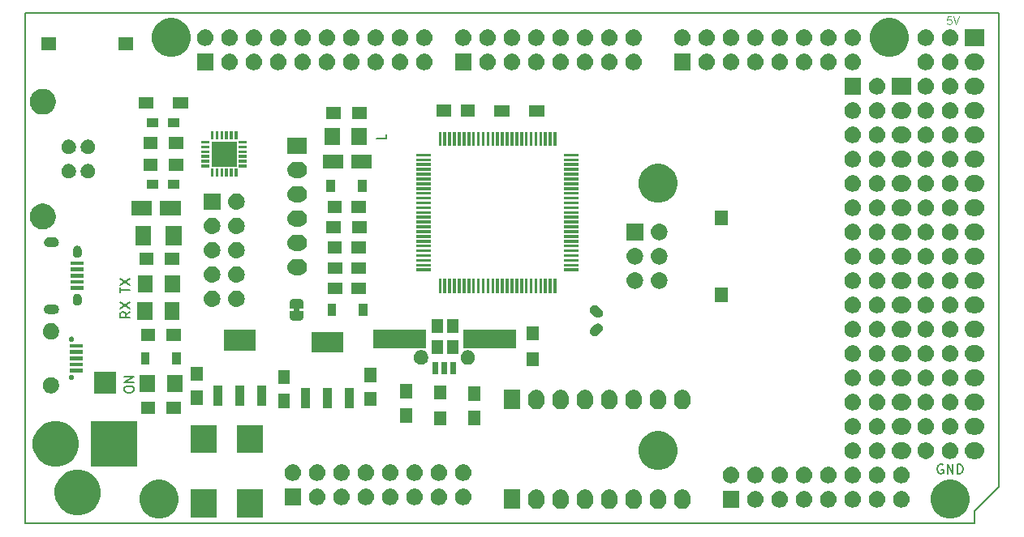
<source format=gts>
G04 #@! TF.GenerationSoftware,KiCad,Pcbnew,5.1.0-rc1-unknown-6bb8fde~66~ubuntu16.04.1*
G04 #@! TF.CreationDate,2019-02-10T19:38:57+01:00
G04 #@! TF.ProjectId,arduino_mega_all_pins,61726475-696e-46f5-9f6d-6567615f616c,rev?*
G04 #@! TF.SameCoordinates,Original*
G04 #@! TF.FileFunction,Soldermask,Top*
G04 #@! TF.FilePolarity,Negative*
%FSLAX46Y46*%
G04 Gerber Fmt 4.6, Leading zero omitted, Abs format (unit mm)*
G04 Created by KiCad (PCBNEW 5.1.0-rc1-unknown-6bb8fde~66~ubuntu16.04.1) date 2019-02-10 19:38:57*
%MOMM*%
%LPD*%
G04 APERTURE LIST*
%ADD10C,0.150000*%
%ADD11C,0.100000*%
G04 APERTURE END LIST*
D10*
X113726980Y-107730847D02*
X113726980Y-107540371D01*
X113774600Y-107445133D01*
X113869838Y-107349895D01*
X114060314Y-107302276D01*
X114393647Y-107302276D01*
X114584123Y-107349895D01*
X114679361Y-107445133D01*
X114726980Y-107540371D01*
X114726980Y-107730847D01*
X114679361Y-107826085D01*
X114584123Y-107921323D01*
X114393647Y-107968942D01*
X114060314Y-107968942D01*
X113869838Y-107921323D01*
X113774600Y-107826085D01*
X113726980Y-107730847D01*
X114726980Y-106873704D02*
X113726980Y-106873704D01*
X114726980Y-106302276D01*
X113726980Y-106302276D01*
X141066780Y-80970476D02*
X141066780Y-81446666D01*
X140066780Y-81446666D01*
X114320580Y-99550361D02*
X113844390Y-99883695D01*
X114320580Y-100121790D02*
X113320580Y-100121790D01*
X113320580Y-99740838D01*
X113368200Y-99645600D01*
X113415819Y-99597980D01*
X113511057Y-99550361D01*
X113653914Y-99550361D01*
X113749152Y-99597980D01*
X113796771Y-99645600D01*
X113844390Y-99740838D01*
X113844390Y-100121790D01*
X113320580Y-99217028D02*
X114320580Y-98550361D01*
X113320580Y-98550361D02*
X114320580Y-99217028D01*
X113320580Y-97550361D02*
X113320580Y-96978933D01*
X114320580Y-97264647D02*
X113320580Y-97264647D01*
X113320580Y-96740838D02*
X114320580Y-96074171D01*
X113320580Y-96074171D02*
X114320580Y-96740838D01*
X204978000Y-72771000D02*
X204978000Y-68326000D01*
X200406000Y-68326000D02*
X204978000Y-68326000D01*
X200406000Y-68326000D02*
X199898000Y-68326000D01*
X204978000Y-73406000D02*
X204978000Y-72771000D01*
X204978000Y-73406000D02*
X204978000Y-83566000D01*
D11*
X199999619Y-68649904D02*
X199618666Y-68649904D01*
X199580571Y-69030857D01*
X199618666Y-68992761D01*
X199694857Y-68954666D01*
X199885333Y-68954666D01*
X199961523Y-68992761D01*
X199999619Y-69030857D01*
X200037714Y-69107047D01*
X200037714Y-69297523D01*
X199999619Y-69373714D01*
X199961523Y-69411809D01*
X199885333Y-69449904D01*
X199694857Y-69449904D01*
X199618666Y-69411809D01*
X199580571Y-69373714D01*
X200266285Y-68649904D02*
X200532952Y-69449904D01*
X200799619Y-68649904D01*
D10*
X199136095Y-115501800D02*
X199040857Y-115454180D01*
X198898000Y-115454180D01*
X198755142Y-115501800D01*
X198659904Y-115597038D01*
X198612285Y-115692276D01*
X198564666Y-115882752D01*
X198564666Y-116025609D01*
X198612285Y-116216085D01*
X198659904Y-116311323D01*
X198755142Y-116406561D01*
X198898000Y-116454180D01*
X198993238Y-116454180D01*
X199136095Y-116406561D01*
X199183714Y-116358942D01*
X199183714Y-116025609D01*
X198993238Y-116025609D01*
X199612285Y-116454180D02*
X199612285Y-115454180D01*
X200183714Y-116454180D01*
X200183714Y-115454180D01*
X200659904Y-116454180D02*
X200659904Y-115454180D01*
X200898000Y-115454180D01*
X201040857Y-115501800D01*
X201136095Y-115597038D01*
X201183714Y-115692276D01*
X201231333Y-115882752D01*
X201231333Y-116025609D01*
X201183714Y-116216085D01*
X201136095Y-116311323D01*
X201040857Y-116406561D01*
X200898000Y-116454180D01*
X200659904Y-116454180D01*
X204978000Y-83566000D02*
X204978000Y-117856000D01*
X204978000Y-117856000D02*
X202438000Y-120396000D01*
X202438000Y-120396000D02*
X202438000Y-121666000D01*
X202438000Y-121666000D02*
X103378000Y-121666000D01*
X103378000Y-68326000D02*
X199898000Y-68326000D01*
X103378000Y-121666000D02*
X103378000Y-68326000D01*
D11*
G36*
X200490713Y-117172089D02*
G01*
X200817702Y-117307532D01*
X200860515Y-117325266D01*
X201193325Y-117547642D01*
X201476358Y-117830675D01*
X201671346Y-118122496D01*
X201698735Y-118163487D01*
X201851911Y-118533287D01*
X201930000Y-118925865D01*
X201930000Y-119326135D01*
X201851911Y-119718713D01*
X201702211Y-120080122D01*
X201698734Y-120088515D01*
X201476358Y-120421325D01*
X201193325Y-120704358D01*
X200860515Y-120926734D01*
X200860514Y-120926735D01*
X200860513Y-120926735D01*
X200490713Y-121079911D01*
X200098135Y-121158000D01*
X199697865Y-121158000D01*
X199305287Y-121079911D01*
X198935487Y-120926735D01*
X198935486Y-120926735D01*
X198935485Y-120926734D01*
X198602675Y-120704358D01*
X198319642Y-120421325D01*
X198097266Y-120088515D01*
X198093790Y-120080122D01*
X197944089Y-119718713D01*
X197866000Y-119326135D01*
X197866000Y-118925865D01*
X197944089Y-118533287D01*
X198097265Y-118163487D01*
X198124654Y-118122496D01*
X198319642Y-117830675D01*
X198602675Y-117547642D01*
X198935485Y-117325266D01*
X198978299Y-117307532D01*
X199305287Y-117172089D01*
X199697865Y-117094000D01*
X200098135Y-117094000D01*
X200490713Y-117172089D01*
X200490713Y-117172089D01*
G37*
G36*
X117940713Y-117172089D02*
G01*
X118267702Y-117307532D01*
X118310515Y-117325266D01*
X118643325Y-117547642D01*
X118926358Y-117830675D01*
X119121346Y-118122496D01*
X119148735Y-118163487D01*
X119301911Y-118533287D01*
X119380000Y-118925865D01*
X119380000Y-119326135D01*
X119301911Y-119718713D01*
X119152211Y-120080122D01*
X119148734Y-120088515D01*
X118926358Y-120421325D01*
X118643325Y-120704358D01*
X118310515Y-120926734D01*
X118310514Y-120926735D01*
X118310513Y-120926735D01*
X117940713Y-121079911D01*
X117548135Y-121158000D01*
X117147865Y-121158000D01*
X116755287Y-121079911D01*
X116385487Y-120926735D01*
X116385486Y-120926735D01*
X116385485Y-120926734D01*
X116052675Y-120704358D01*
X115769642Y-120421325D01*
X115547266Y-120088515D01*
X115543790Y-120080122D01*
X115394089Y-119718713D01*
X115316000Y-119326135D01*
X115316000Y-118925865D01*
X115394089Y-118533287D01*
X115547265Y-118163487D01*
X115574654Y-118122496D01*
X115769642Y-117830675D01*
X116052675Y-117547642D01*
X116385485Y-117325266D01*
X116428299Y-117307532D01*
X116755287Y-117172089D01*
X117147865Y-117094000D01*
X117548135Y-117094000D01*
X117940713Y-117172089D01*
X117940713Y-117172089D01*
G37*
G36*
X123397010Y-121055130D02*
G01*
X120696990Y-121055130D01*
X120696990Y-118106190D01*
X123397010Y-118106190D01*
X123397010Y-121055130D01*
X123397010Y-121055130D01*
G37*
G36*
X128223010Y-121055130D02*
G01*
X125522990Y-121055130D01*
X125522990Y-118106190D01*
X128223010Y-118106190D01*
X128223010Y-121055130D01*
X128223010Y-121055130D01*
G37*
G36*
X109559462Y-116119442D02*
G01*
X109996291Y-116300382D01*
X110389422Y-116563065D01*
X110723755Y-116897398D01*
X110986438Y-117290529D01*
X111167378Y-117727358D01*
X111259620Y-118191091D01*
X111259620Y-118663909D01*
X111231693Y-118804306D01*
X111167378Y-119127642D01*
X110986438Y-119564471D01*
X110723755Y-119957602D01*
X110389422Y-120291935D01*
X109996291Y-120554618D01*
X109559462Y-120735558D01*
X109095729Y-120827800D01*
X108622911Y-120827800D01*
X108159178Y-120735558D01*
X107722349Y-120554618D01*
X107329218Y-120291935D01*
X106994885Y-119957602D01*
X106732202Y-119564471D01*
X106551262Y-119127642D01*
X106486947Y-118804306D01*
X106459020Y-118663909D01*
X106459020Y-118191091D01*
X106551262Y-117727358D01*
X106732202Y-117290529D01*
X106994885Y-116897398D01*
X107329218Y-116563065D01*
X107722349Y-116300382D01*
X108159178Y-116119442D01*
X108622911Y-116027200D01*
X109095729Y-116027200D01*
X109559462Y-116119442D01*
X109559462Y-116119442D01*
G37*
G36*
X172127294Y-118122496D02*
G01*
X172247726Y-118159029D01*
X172290087Y-118171879D01*
X172440110Y-118252068D01*
X172571612Y-118359988D01*
X172679532Y-118491489D01*
X172759721Y-118641512D01*
X172760442Y-118643888D01*
X172809104Y-118804305D01*
X172821600Y-118931180D01*
X172821600Y-119320819D01*
X172809104Y-119447694D01*
X172773681Y-119564468D01*
X172759721Y-119610488D01*
X172679532Y-119760511D01*
X172571612Y-119892012D01*
X172440111Y-119999932D01*
X172290088Y-120080121D01*
X172247727Y-120092971D01*
X172127295Y-120129504D01*
X171958000Y-120146178D01*
X171788706Y-120129504D01*
X171668274Y-120092971D01*
X171625913Y-120080121D01*
X171475890Y-119999932D01*
X171448074Y-119977104D01*
X171344388Y-119892012D01*
X171236469Y-119760512D01*
X171190079Y-119673722D01*
X171156279Y-119610488D01*
X171142319Y-119564468D01*
X171106896Y-119447695D01*
X171094400Y-119320820D01*
X171094400Y-118931181D01*
X171106896Y-118804306D01*
X171156278Y-118641517D01*
X171156279Y-118641513D01*
X171236468Y-118491490D01*
X171344388Y-118359988D01*
X171475889Y-118252068D01*
X171625912Y-118171879D01*
X171668273Y-118159029D01*
X171788705Y-118122496D01*
X171958000Y-118105822D01*
X172127294Y-118122496D01*
X172127294Y-118122496D01*
G37*
G36*
X161967294Y-118122496D02*
G01*
X162087726Y-118159029D01*
X162130087Y-118171879D01*
X162280110Y-118252068D01*
X162411612Y-118359988D01*
X162519532Y-118491489D01*
X162599721Y-118641512D01*
X162600442Y-118643888D01*
X162649104Y-118804305D01*
X162661600Y-118931180D01*
X162661600Y-119320819D01*
X162649104Y-119447694D01*
X162613681Y-119564468D01*
X162599721Y-119610488D01*
X162519532Y-119760511D01*
X162411612Y-119892012D01*
X162280111Y-119999932D01*
X162130088Y-120080121D01*
X162087727Y-120092971D01*
X161967295Y-120129504D01*
X161798000Y-120146178D01*
X161628706Y-120129504D01*
X161508274Y-120092971D01*
X161465913Y-120080121D01*
X161315890Y-119999932D01*
X161288074Y-119977104D01*
X161184388Y-119892012D01*
X161076469Y-119760512D01*
X161030079Y-119673722D01*
X160996279Y-119610488D01*
X160982319Y-119564468D01*
X160946896Y-119447695D01*
X160934400Y-119320820D01*
X160934400Y-118931181D01*
X160946896Y-118804306D01*
X160996278Y-118641517D01*
X160996279Y-118641513D01*
X161076468Y-118491490D01*
X161184388Y-118359988D01*
X161315889Y-118252068D01*
X161465912Y-118171879D01*
X161508273Y-118159029D01*
X161628705Y-118122496D01*
X161798000Y-118105822D01*
X161967294Y-118122496D01*
X161967294Y-118122496D01*
G37*
G36*
X159427294Y-118122496D02*
G01*
X159547726Y-118159029D01*
X159590087Y-118171879D01*
X159740110Y-118252068D01*
X159871612Y-118359988D01*
X159979532Y-118491489D01*
X160059721Y-118641512D01*
X160060442Y-118643888D01*
X160109104Y-118804305D01*
X160121600Y-118931180D01*
X160121600Y-119320819D01*
X160109104Y-119447694D01*
X160073681Y-119564468D01*
X160059721Y-119610488D01*
X159979532Y-119760511D01*
X159871612Y-119892012D01*
X159740111Y-119999932D01*
X159590088Y-120080121D01*
X159547727Y-120092971D01*
X159427295Y-120129504D01*
X159258000Y-120146178D01*
X159088706Y-120129504D01*
X158968274Y-120092971D01*
X158925913Y-120080121D01*
X158775890Y-119999932D01*
X158748074Y-119977104D01*
X158644388Y-119892012D01*
X158536469Y-119760512D01*
X158490079Y-119673722D01*
X158456279Y-119610488D01*
X158442319Y-119564468D01*
X158406896Y-119447695D01*
X158394400Y-119320820D01*
X158394400Y-118931181D01*
X158406896Y-118804306D01*
X158456278Y-118641517D01*
X158456279Y-118641513D01*
X158536468Y-118491490D01*
X158644388Y-118359988D01*
X158775889Y-118252068D01*
X158925912Y-118171879D01*
X158968273Y-118159029D01*
X159088705Y-118122496D01*
X159258000Y-118105822D01*
X159427294Y-118122496D01*
X159427294Y-118122496D01*
G37*
G36*
X156887294Y-118122496D02*
G01*
X157007726Y-118159029D01*
X157050087Y-118171879D01*
X157200110Y-118252068D01*
X157331612Y-118359988D01*
X157439532Y-118491489D01*
X157519721Y-118641512D01*
X157520442Y-118643888D01*
X157569104Y-118804305D01*
X157581600Y-118931180D01*
X157581600Y-119320819D01*
X157569104Y-119447694D01*
X157533681Y-119564468D01*
X157519721Y-119610488D01*
X157439532Y-119760511D01*
X157331612Y-119892012D01*
X157200111Y-119999932D01*
X157050088Y-120080121D01*
X157007727Y-120092971D01*
X156887295Y-120129504D01*
X156718000Y-120146178D01*
X156548706Y-120129504D01*
X156428274Y-120092971D01*
X156385913Y-120080121D01*
X156235890Y-119999932D01*
X156208074Y-119977104D01*
X156104388Y-119892012D01*
X155996469Y-119760512D01*
X155950079Y-119673722D01*
X155916279Y-119610488D01*
X155902319Y-119564468D01*
X155866896Y-119447695D01*
X155854400Y-119320820D01*
X155854400Y-118931181D01*
X155866896Y-118804306D01*
X155916278Y-118641517D01*
X155916279Y-118641513D01*
X155996468Y-118491490D01*
X156104388Y-118359988D01*
X156235889Y-118252068D01*
X156385912Y-118171879D01*
X156428273Y-118159029D01*
X156548705Y-118122496D01*
X156718000Y-118105822D01*
X156887294Y-118122496D01*
X156887294Y-118122496D01*
G37*
G36*
X164507294Y-118122496D02*
G01*
X164627726Y-118159029D01*
X164670087Y-118171879D01*
X164820110Y-118252068D01*
X164951612Y-118359988D01*
X165059532Y-118491489D01*
X165139721Y-118641512D01*
X165140442Y-118643888D01*
X165189104Y-118804305D01*
X165201600Y-118931180D01*
X165201600Y-119320819D01*
X165189104Y-119447694D01*
X165153681Y-119564468D01*
X165139721Y-119610488D01*
X165059532Y-119760511D01*
X164951612Y-119892012D01*
X164820111Y-119999932D01*
X164670088Y-120080121D01*
X164627727Y-120092971D01*
X164507295Y-120129504D01*
X164338000Y-120146178D01*
X164168706Y-120129504D01*
X164048274Y-120092971D01*
X164005913Y-120080121D01*
X163855890Y-119999932D01*
X163828074Y-119977104D01*
X163724388Y-119892012D01*
X163616469Y-119760512D01*
X163570079Y-119673722D01*
X163536279Y-119610488D01*
X163522319Y-119564468D01*
X163486896Y-119447695D01*
X163474400Y-119320820D01*
X163474400Y-118931181D01*
X163486896Y-118804306D01*
X163536278Y-118641517D01*
X163536279Y-118641513D01*
X163616468Y-118491490D01*
X163724388Y-118359988D01*
X163855889Y-118252068D01*
X164005912Y-118171879D01*
X164048273Y-118159029D01*
X164168705Y-118122496D01*
X164338000Y-118105822D01*
X164507294Y-118122496D01*
X164507294Y-118122496D01*
G37*
G36*
X167047294Y-118122496D02*
G01*
X167167726Y-118159029D01*
X167210087Y-118171879D01*
X167360110Y-118252068D01*
X167491612Y-118359988D01*
X167599532Y-118491489D01*
X167679721Y-118641512D01*
X167680442Y-118643888D01*
X167729104Y-118804305D01*
X167741600Y-118931180D01*
X167741600Y-119320819D01*
X167729104Y-119447694D01*
X167693681Y-119564468D01*
X167679721Y-119610488D01*
X167599532Y-119760511D01*
X167491612Y-119892012D01*
X167360111Y-119999932D01*
X167210088Y-120080121D01*
X167167727Y-120092971D01*
X167047295Y-120129504D01*
X166878000Y-120146178D01*
X166708706Y-120129504D01*
X166588274Y-120092971D01*
X166545913Y-120080121D01*
X166395890Y-119999932D01*
X166368074Y-119977104D01*
X166264388Y-119892012D01*
X166156469Y-119760512D01*
X166110079Y-119673722D01*
X166076279Y-119610488D01*
X166062319Y-119564468D01*
X166026896Y-119447695D01*
X166014400Y-119320820D01*
X166014400Y-118931181D01*
X166026896Y-118804306D01*
X166076278Y-118641517D01*
X166076279Y-118641513D01*
X166156468Y-118491490D01*
X166264388Y-118359988D01*
X166395889Y-118252068D01*
X166545912Y-118171879D01*
X166588273Y-118159029D01*
X166708705Y-118122496D01*
X166878000Y-118105822D01*
X167047294Y-118122496D01*
X167047294Y-118122496D01*
G37*
G36*
X169587294Y-118122496D02*
G01*
X169707726Y-118159029D01*
X169750087Y-118171879D01*
X169900110Y-118252068D01*
X170031612Y-118359988D01*
X170139532Y-118491489D01*
X170219721Y-118641512D01*
X170220442Y-118643888D01*
X170269104Y-118804305D01*
X170281600Y-118931180D01*
X170281600Y-119320819D01*
X170269104Y-119447694D01*
X170233681Y-119564468D01*
X170219721Y-119610488D01*
X170139532Y-119760511D01*
X170031612Y-119892012D01*
X169900111Y-119999932D01*
X169750088Y-120080121D01*
X169707727Y-120092971D01*
X169587295Y-120129504D01*
X169418000Y-120146178D01*
X169248706Y-120129504D01*
X169128274Y-120092971D01*
X169085913Y-120080121D01*
X168935890Y-119999932D01*
X168908074Y-119977104D01*
X168804388Y-119892012D01*
X168696469Y-119760512D01*
X168650079Y-119673722D01*
X168616279Y-119610488D01*
X168602319Y-119564468D01*
X168566896Y-119447695D01*
X168554400Y-119320820D01*
X168554400Y-118931181D01*
X168566896Y-118804306D01*
X168616278Y-118641517D01*
X168616279Y-118641513D01*
X168696468Y-118491490D01*
X168804388Y-118359988D01*
X168935889Y-118252068D01*
X169085912Y-118171879D01*
X169128273Y-118159029D01*
X169248705Y-118122496D01*
X169418000Y-118105822D01*
X169587294Y-118122496D01*
X169587294Y-118122496D01*
G37*
G36*
X155041600Y-120142000D02*
G01*
X153314400Y-120142000D01*
X153314400Y-118110000D01*
X155041600Y-118110000D01*
X155041600Y-120142000D01*
X155041600Y-120142000D01*
G37*
G36*
X187367295Y-118274896D02*
G01*
X187487727Y-118311429D01*
X187530088Y-118324279D01*
X187680111Y-118404468D01*
X187811612Y-118512388D01*
X187919532Y-118643889D01*
X187999721Y-118793912D01*
X188012571Y-118836273D01*
X188049104Y-118956705D01*
X188065778Y-119126000D01*
X188049104Y-119295295D01*
X188031262Y-119354111D01*
X187999721Y-119458088D01*
X187919532Y-119608111D01*
X187811612Y-119739612D01*
X187680111Y-119847532D01*
X187530088Y-119927721D01*
X187487727Y-119940571D01*
X187367295Y-119977104D01*
X187240420Y-119989600D01*
X187155580Y-119989600D01*
X187028705Y-119977104D01*
X186908273Y-119940571D01*
X186865912Y-119927721D01*
X186715889Y-119847532D01*
X186584388Y-119739612D01*
X186476468Y-119608111D01*
X186396279Y-119458088D01*
X186364738Y-119354111D01*
X186346896Y-119295295D01*
X186330222Y-119126000D01*
X186346896Y-118956705D01*
X186383429Y-118836273D01*
X186396279Y-118793912D01*
X186476468Y-118643889D01*
X186584388Y-118512388D01*
X186715889Y-118404468D01*
X186865912Y-118324279D01*
X186908273Y-118311429D01*
X187028705Y-118274896D01*
X187155580Y-118262400D01*
X187240420Y-118262400D01*
X187367295Y-118274896D01*
X187367295Y-118274896D01*
G37*
G36*
X177901600Y-119989600D02*
G01*
X176174400Y-119989600D01*
X176174400Y-118262400D01*
X177901600Y-118262400D01*
X177901600Y-119989600D01*
X177901600Y-119989600D01*
G37*
G36*
X179747295Y-118274896D02*
G01*
X179867727Y-118311429D01*
X179910088Y-118324279D01*
X180060111Y-118404468D01*
X180191612Y-118512388D01*
X180299532Y-118643889D01*
X180379721Y-118793912D01*
X180392571Y-118836273D01*
X180429104Y-118956705D01*
X180445778Y-119126000D01*
X180429104Y-119295295D01*
X180411262Y-119354111D01*
X180379721Y-119458088D01*
X180299532Y-119608111D01*
X180191612Y-119739612D01*
X180060111Y-119847532D01*
X179910088Y-119927721D01*
X179867727Y-119940571D01*
X179747295Y-119977104D01*
X179620420Y-119989600D01*
X179535580Y-119989600D01*
X179408705Y-119977104D01*
X179288273Y-119940571D01*
X179245912Y-119927721D01*
X179095889Y-119847532D01*
X178964388Y-119739612D01*
X178856468Y-119608111D01*
X178776279Y-119458088D01*
X178744738Y-119354111D01*
X178726896Y-119295295D01*
X178710222Y-119126000D01*
X178726896Y-118956705D01*
X178763429Y-118836273D01*
X178776279Y-118793912D01*
X178856468Y-118643889D01*
X178964388Y-118512388D01*
X179095889Y-118404468D01*
X179245912Y-118324279D01*
X179288273Y-118311429D01*
X179408705Y-118274896D01*
X179535580Y-118262400D01*
X179620420Y-118262400D01*
X179747295Y-118274896D01*
X179747295Y-118274896D01*
G37*
G36*
X184827295Y-118274896D02*
G01*
X184947727Y-118311429D01*
X184990088Y-118324279D01*
X185140111Y-118404468D01*
X185271612Y-118512388D01*
X185379532Y-118643889D01*
X185459721Y-118793912D01*
X185472571Y-118836273D01*
X185509104Y-118956705D01*
X185525778Y-119126000D01*
X185509104Y-119295295D01*
X185491262Y-119354111D01*
X185459721Y-119458088D01*
X185379532Y-119608111D01*
X185271612Y-119739612D01*
X185140111Y-119847532D01*
X184990088Y-119927721D01*
X184947727Y-119940571D01*
X184827295Y-119977104D01*
X184700420Y-119989600D01*
X184615580Y-119989600D01*
X184488705Y-119977104D01*
X184368273Y-119940571D01*
X184325912Y-119927721D01*
X184175889Y-119847532D01*
X184044388Y-119739612D01*
X183936468Y-119608111D01*
X183856279Y-119458088D01*
X183824738Y-119354111D01*
X183806896Y-119295295D01*
X183790222Y-119126000D01*
X183806896Y-118956705D01*
X183843429Y-118836273D01*
X183856279Y-118793912D01*
X183936468Y-118643889D01*
X184044388Y-118512388D01*
X184175889Y-118404468D01*
X184325912Y-118324279D01*
X184368273Y-118311429D01*
X184488705Y-118274896D01*
X184615580Y-118262400D01*
X184700420Y-118262400D01*
X184827295Y-118274896D01*
X184827295Y-118274896D01*
G37*
G36*
X189907295Y-118274896D02*
G01*
X190027727Y-118311429D01*
X190070088Y-118324279D01*
X190220111Y-118404468D01*
X190351612Y-118512388D01*
X190459532Y-118643889D01*
X190539721Y-118793912D01*
X190552571Y-118836273D01*
X190589104Y-118956705D01*
X190605778Y-119126000D01*
X190589104Y-119295295D01*
X190571262Y-119354111D01*
X190539721Y-119458088D01*
X190459532Y-119608111D01*
X190351612Y-119739612D01*
X190220111Y-119847532D01*
X190070088Y-119927721D01*
X190027727Y-119940571D01*
X189907295Y-119977104D01*
X189780420Y-119989600D01*
X189695580Y-119989600D01*
X189568705Y-119977104D01*
X189448273Y-119940571D01*
X189405912Y-119927721D01*
X189255889Y-119847532D01*
X189124388Y-119739612D01*
X189016468Y-119608111D01*
X188936279Y-119458088D01*
X188904738Y-119354111D01*
X188886896Y-119295295D01*
X188870222Y-119126000D01*
X188886896Y-118956705D01*
X188923429Y-118836273D01*
X188936279Y-118793912D01*
X189016468Y-118643889D01*
X189124388Y-118512388D01*
X189255889Y-118404468D01*
X189405912Y-118324279D01*
X189448273Y-118311429D01*
X189568705Y-118274896D01*
X189695580Y-118262400D01*
X189780420Y-118262400D01*
X189907295Y-118274896D01*
X189907295Y-118274896D01*
G37*
G36*
X192447295Y-118274896D02*
G01*
X192567727Y-118311429D01*
X192610088Y-118324279D01*
X192760111Y-118404468D01*
X192891612Y-118512388D01*
X192999532Y-118643889D01*
X193079721Y-118793912D01*
X193092571Y-118836273D01*
X193129104Y-118956705D01*
X193145778Y-119126000D01*
X193129104Y-119295295D01*
X193111262Y-119354111D01*
X193079721Y-119458088D01*
X192999532Y-119608111D01*
X192891612Y-119739612D01*
X192760111Y-119847532D01*
X192610088Y-119927721D01*
X192567727Y-119940571D01*
X192447295Y-119977104D01*
X192320420Y-119989600D01*
X192235580Y-119989600D01*
X192108705Y-119977104D01*
X191988273Y-119940571D01*
X191945912Y-119927721D01*
X191795889Y-119847532D01*
X191664388Y-119739612D01*
X191556468Y-119608111D01*
X191476279Y-119458088D01*
X191444738Y-119354111D01*
X191426896Y-119295295D01*
X191410222Y-119126000D01*
X191426896Y-118956705D01*
X191463429Y-118836273D01*
X191476279Y-118793912D01*
X191556468Y-118643889D01*
X191664388Y-118512388D01*
X191795889Y-118404468D01*
X191945912Y-118324279D01*
X191988273Y-118311429D01*
X192108705Y-118274896D01*
X192235580Y-118262400D01*
X192320420Y-118262400D01*
X192447295Y-118274896D01*
X192447295Y-118274896D01*
G37*
G36*
X194987295Y-118274896D02*
G01*
X195107727Y-118311429D01*
X195150088Y-118324279D01*
X195300111Y-118404468D01*
X195431612Y-118512388D01*
X195539532Y-118643889D01*
X195619721Y-118793912D01*
X195632571Y-118836273D01*
X195669104Y-118956705D01*
X195685778Y-119126000D01*
X195669104Y-119295295D01*
X195651262Y-119354111D01*
X195619721Y-119458088D01*
X195539532Y-119608111D01*
X195431612Y-119739612D01*
X195300111Y-119847532D01*
X195150088Y-119927721D01*
X195107727Y-119940571D01*
X194987295Y-119977104D01*
X194860420Y-119989600D01*
X194775580Y-119989600D01*
X194648705Y-119977104D01*
X194528273Y-119940571D01*
X194485912Y-119927721D01*
X194335889Y-119847532D01*
X194204388Y-119739612D01*
X194096468Y-119608111D01*
X194016279Y-119458088D01*
X193984738Y-119354111D01*
X193966896Y-119295295D01*
X193950222Y-119126000D01*
X193966896Y-118956705D01*
X194003429Y-118836273D01*
X194016279Y-118793912D01*
X194096468Y-118643889D01*
X194204388Y-118512388D01*
X194335889Y-118404468D01*
X194485912Y-118324279D01*
X194528273Y-118311429D01*
X194648705Y-118274896D01*
X194775580Y-118262400D01*
X194860420Y-118262400D01*
X194987295Y-118274896D01*
X194987295Y-118274896D01*
G37*
G36*
X182287295Y-118274896D02*
G01*
X182407727Y-118311429D01*
X182450088Y-118324279D01*
X182600111Y-118404468D01*
X182731612Y-118512388D01*
X182839532Y-118643889D01*
X182919721Y-118793912D01*
X182932571Y-118836273D01*
X182969104Y-118956705D01*
X182985778Y-119126000D01*
X182969104Y-119295295D01*
X182951262Y-119354111D01*
X182919721Y-119458088D01*
X182839532Y-119608111D01*
X182731612Y-119739612D01*
X182600111Y-119847532D01*
X182450088Y-119927721D01*
X182407727Y-119940571D01*
X182287295Y-119977104D01*
X182160420Y-119989600D01*
X182075580Y-119989600D01*
X181948705Y-119977104D01*
X181828273Y-119940571D01*
X181785912Y-119927721D01*
X181635889Y-119847532D01*
X181504388Y-119739612D01*
X181396468Y-119608111D01*
X181316279Y-119458088D01*
X181284738Y-119354111D01*
X181266896Y-119295295D01*
X181250222Y-119126000D01*
X181266896Y-118956705D01*
X181303429Y-118836273D01*
X181316279Y-118793912D01*
X181396468Y-118643889D01*
X181504388Y-118512388D01*
X181635889Y-118404468D01*
X181785912Y-118324279D01*
X181828273Y-118311429D01*
X181948705Y-118274896D01*
X182075580Y-118262400D01*
X182160420Y-118262400D01*
X182287295Y-118274896D01*
X182287295Y-118274896D01*
G37*
G36*
X146727295Y-118020896D02*
G01*
X146847727Y-118057429D01*
X146890088Y-118070279D01*
X147040111Y-118150468D01*
X147171612Y-118258388D01*
X147279532Y-118389889D01*
X147359721Y-118539912D01*
X147359722Y-118539916D01*
X147409104Y-118702705D01*
X147425778Y-118872000D01*
X147409104Y-119041295D01*
X147372571Y-119161727D01*
X147359721Y-119204088D01*
X147279532Y-119354111D01*
X147171612Y-119485612D01*
X147040111Y-119593532D01*
X146890088Y-119673721D01*
X146847727Y-119686571D01*
X146727295Y-119723104D01*
X146600420Y-119735600D01*
X146515580Y-119735600D01*
X146388705Y-119723104D01*
X146268273Y-119686571D01*
X146225912Y-119673721D01*
X146075889Y-119593532D01*
X145944388Y-119485612D01*
X145836468Y-119354111D01*
X145756279Y-119204088D01*
X145743429Y-119161727D01*
X145706896Y-119041295D01*
X145690222Y-118872000D01*
X145706896Y-118702705D01*
X145756278Y-118539916D01*
X145756279Y-118539912D01*
X145836468Y-118389889D01*
X145944388Y-118258388D01*
X146075889Y-118150468D01*
X146225912Y-118070279D01*
X146268273Y-118057429D01*
X146388705Y-118020896D01*
X146515580Y-118008400D01*
X146600420Y-118008400D01*
X146727295Y-118020896D01*
X146727295Y-118020896D01*
G37*
G36*
X132181600Y-119735600D02*
G01*
X130454400Y-119735600D01*
X130454400Y-118008400D01*
X132181600Y-118008400D01*
X132181600Y-119735600D01*
X132181600Y-119735600D01*
G37*
G36*
X134027295Y-118020896D02*
G01*
X134147727Y-118057429D01*
X134190088Y-118070279D01*
X134340111Y-118150468D01*
X134471612Y-118258388D01*
X134579532Y-118389889D01*
X134659721Y-118539912D01*
X134659722Y-118539916D01*
X134709104Y-118702705D01*
X134725778Y-118872000D01*
X134709104Y-119041295D01*
X134672571Y-119161727D01*
X134659721Y-119204088D01*
X134579532Y-119354111D01*
X134471612Y-119485612D01*
X134340111Y-119593532D01*
X134190088Y-119673721D01*
X134147727Y-119686571D01*
X134027295Y-119723104D01*
X133900420Y-119735600D01*
X133815580Y-119735600D01*
X133688705Y-119723104D01*
X133568273Y-119686571D01*
X133525912Y-119673721D01*
X133375889Y-119593532D01*
X133244388Y-119485612D01*
X133136468Y-119354111D01*
X133056279Y-119204088D01*
X133043429Y-119161727D01*
X133006896Y-119041295D01*
X132990222Y-118872000D01*
X133006896Y-118702705D01*
X133056278Y-118539916D01*
X133056279Y-118539912D01*
X133136468Y-118389889D01*
X133244388Y-118258388D01*
X133375889Y-118150468D01*
X133525912Y-118070279D01*
X133568273Y-118057429D01*
X133688705Y-118020896D01*
X133815580Y-118008400D01*
X133900420Y-118008400D01*
X134027295Y-118020896D01*
X134027295Y-118020896D01*
G37*
G36*
X136567295Y-118020896D02*
G01*
X136687727Y-118057429D01*
X136730088Y-118070279D01*
X136880111Y-118150468D01*
X137011612Y-118258388D01*
X137119532Y-118389889D01*
X137199721Y-118539912D01*
X137199722Y-118539916D01*
X137249104Y-118702705D01*
X137265778Y-118872000D01*
X137249104Y-119041295D01*
X137212571Y-119161727D01*
X137199721Y-119204088D01*
X137119532Y-119354111D01*
X137011612Y-119485612D01*
X136880111Y-119593532D01*
X136730088Y-119673721D01*
X136687727Y-119686571D01*
X136567295Y-119723104D01*
X136440420Y-119735600D01*
X136355580Y-119735600D01*
X136228705Y-119723104D01*
X136108273Y-119686571D01*
X136065912Y-119673721D01*
X135915889Y-119593532D01*
X135784388Y-119485612D01*
X135676468Y-119354111D01*
X135596279Y-119204088D01*
X135583429Y-119161727D01*
X135546896Y-119041295D01*
X135530222Y-118872000D01*
X135546896Y-118702705D01*
X135596278Y-118539916D01*
X135596279Y-118539912D01*
X135676468Y-118389889D01*
X135784388Y-118258388D01*
X135915889Y-118150468D01*
X136065912Y-118070279D01*
X136108273Y-118057429D01*
X136228705Y-118020896D01*
X136355580Y-118008400D01*
X136440420Y-118008400D01*
X136567295Y-118020896D01*
X136567295Y-118020896D01*
G37*
G36*
X139107295Y-118020896D02*
G01*
X139227727Y-118057429D01*
X139270088Y-118070279D01*
X139420111Y-118150468D01*
X139551612Y-118258388D01*
X139659532Y-118389889D01*
X139739721Y-118539912D01*
X139739722Y-118539916D01*
X139789104Y-118702705D01*
X139805778Y-118872000D01*
X139789104Y-119041295D01*
X139752571Y-119161727D01*
X139739721Y-119204088D01*
X139659532Y-119354111D01*
X139551612Y-119485612D01*
X139420111Y-119593532D01*
X139270088Y-119673721D01*
X139227727Y-119686571D01*
X139107295Y-119723104D01*
X138980420Y-119735600D01*
X138895580Y-119735600D01*
X138768705Y-119723104D01*
X138648273Y-119686571D01*
X138605912Y-119673721D01*
X138455889Y-119593532D01*
X138324388Y-119485612D01*
X138216468Y-119354111D01*
X138136279Y-119204088D01*
X138123429Y-119161727D01*
X138086896Y-119041295D01*
X138070222Y-118872000D01*
X138086896Y-118702705D01*
X138136278Y-118539916D01*
X138136279Y-118539912D01*
X138216468Y-118389889D01*
X138324388Y-118258388D01*
X138455889Y-118150468D01*
X138605912Y-118070279D01*
X138648273Y-118057429D01*
X138768705Y-118020896D01*
X138895580Y-118008400D01*
X138980420Y-118008400D01*
X139107295Y-118020896D01*
X139107295Y-118020896D01*
G37*
G36*
X141647295Y-118020896D02*
G01*
X141767727Y-118057429D01*
X141810088Y-118070279D01*
X141960111Y-118150468D01*
X142091612Y-118258388D01*
X142199532Y-118389889D01*
X142279721Y-118539912D01*
X142279722Y-118539916D01*
X142329104Y-118702705D01*
X142345778Y-118872000D01*
X142329104Y-119041295D01*
X142292571Y-119161727D01*
X142279721Y-119204088D01*
X142199532Y-119354111D01*
X142091612Y-119485612D01*
X141960111Y-119593532D01*
X141810088Y-119673721D01*
X141767727Y-119686571D01*
X141647295Y-119723104D01*
X141520420Y-119735600D01*
X141435580Y-119735600D01*
X141308705Y-119723104D01*
X141188273Y-119686571D01*
X141145912Y-119673721D01*
X140995889Y-119593532D01*
X140864388Y-119485612D01*
X140756468Y-119354111D01*
X140676279Y-119204088D01*
X140663429Y-119161727D01*
X140626896Y-119041295D01*
X140610222Y-118872000D01*
X140626896Y-118702705D01*
X140676278Y-118539916D01*
X140676279Y-118539912D01*
X140756468Y-118389889D01*
X140864388Y-118258388D01*
X140995889Y-118150468D01*
X141145912Y-118070279D01*
X141188273Y-118057429D01*
X141308705Y-118020896D01*
X141435580Y-118008400D01*
X141520420Y-118008400D01*
X141647295Y-118020896D01*
X141647295Y-118020896D01*
G37*
G36*
X144187295Y-118020896D02*
G01*
X144307727Y-118057429D01*
X144350088Y-118070279D01*
X144500111Y-118150468D01*
X144631612Y-118258388D01*
X144739532Y-118389889D01*
X144819721Y-118539912D01*
X144819722Y-118539916D01*
X144869104Y-118702705D01*
X144885778Y-118872000D01*
X144869104Y-119041295D01*
X144832571Y-119161727D01*
X144819721Y-119204088D01*
X144739532Y-119354111D01*
X144631612Y-119485612D01*
X144500111Y-119593532D01*
X144350088Y-119673721D01*
X144307727Y-119686571D01*
X144187295Y-119723104D01*
X144060420Y-119735600D01*
X143975580Y-119735600D01*
X143848705Y-119723104D01*
X143728273Y-119686571D01*
X143685912Y-119673721D01*
X143535889Y-119593532D01*
X143404388Y-119485612D01*
X143296468Y-119354111D01*
X143216279Y-119204088D01*
X143203429Y-119161727D01*
X143166896Y-119041295D01*
X143150222Y-118872000D01*
X143166896Y-118702705D01*
X143216278Y-118539916D01*
X143216279Y-118539912D01*
X143296468Y-118389889D01*
X143404388Y-118258388D01*
X143535889Y-118150468D01*
X143685912Y-118070279D01*
X143728273Y-118057429D01*
X143848705Y-118020896D01*
X143975580Y-118008400D01*
X144060420Y-118008400D01*
X144187295Y-118020896D01*
X144187295Y-118020896D01*
G37*
G36*
X149267295Y-118020896D02*
G01*
X149387727Y-118057429D01*
X149430088Y-118070279D01*
X149580111Y-118150468D01*
X149711612Y-118258388D01*
X149819532Y-118389889D01*
X149899721Y-118539912D01*
X149899722Y-118539916D01*
X149949104Y-118702705D01*
X149965778Y-118872000D01*
X149949104Y-119041295D01*
X149912571Y-119161727D01*
X149899721Y-119204088D01*
X149819532Y-119354111D01*
X149711612Y-119485612D01*
X149580111Y-119593532D01*
X149430088Y-119673721D01*
X149387727Y-119686571D01*
X149267295Y-119723104D01*
X149140420Y-119735600D01*
X149055580Y-119735600D01*
X148928705Y-119723104D01*
X148808273Y-119686571D01*
X148765912Y-119673721D01*
X148615889Y-119593532D01*
X148484388Y-119485612D01*
X148376468Y-119354111D01*
X148296279Y-119204088D01*
X148283429Y-119161727D01*
X148246896Y-119041295D01*
X148230222Y-118872000D01*
X148246896Y-118702705D01*
X148296278Y-118539916D01*
X148296279Y-118539912D01*
X148376468Y-118389889D01*
X148484388Y-118258388D01*
X148615889Y-118150468D01*
X148765912Y-118070279D01*
X148808273Y-118057429D01*
X148928705Y-118020896D01*
X149055580Y-118008400D01*
X149140420Y-118008400D01*
X149267295Y-118020896D01*
X149267295Y-118020896D01*
G37*
G36*
X187367295Y-115734896D02*
G01*
X187487727Y-115771429D01*
X187530088Y-115784279D01*
X187680111Y-115864468D01*
X187811612Y-115972388D01*
X187919532Y-116103889D01*
X187999721Y-116253912D01*
X187999722Y-116253916D01*
X188049104Y-116416705D01*
X188065778Y-116586000D01*
X188049104Y-116755295D01*
X188031262Y-116814111D01*
X187999721Y-116918088D01*
X187919532Y-117068111D01*
X187811612Y-117199612D01*
X187680111Y-117307532D01*
X187530088Y-117387721D01*
X187487727Y-117400571D01*
X187367295Y-117437104D01*
X187240420Y-117449600D01*
X187155580Y-117449600D01*
X187028705Y-117437104D01*
X186908273Y-117400571D01*
X186865912Y-117387721D01*
X186715889Y-117307532D01*
X186584388Y-117199612D01*
X186476468Y-117068111D01*
X186396279Y-116918088D01*
X186364738Y-116814111D01*
X186346896Y-116755295D01*
X186330222Y-116586000D01*
X186346896Y-116416705D01*
X186396278Y-116253916D01*
X186396279Y-116253912D01*
X186476468Y-116103889D01*
X186584388Y-115972388D01*
X186715889Y-115864468D01*
X186865912Y-115784279D01*
X186908273Y-115771429D01*
X187028705Y-115734896D01*
X187155580Y-115722400D01*
X187240420Y-115722400D01*
X187367295Y-115734896D01*
X187367295Y-115734896D01*
G37*
G36*
X194987295Y-115734896D02*
G01*
X195107727Y-115771429D01*
X195150088Y-115784279D01*
X195300111Y-115864468D01*
X195431612Y-115972388D01*
X195539532Y-116103889D01*
X195619721Y-116253912D01*
X195619722Y-116253916D01*
X195669104Y-116416705D01*
X195685778Y-116586000D01*
X195669104Y-116755295D01*
X195651262Y-116814111D01*
X195619721Y-116918088D01*
X195539532Y-117068111D01*
X195431612Y-117199612D01*
X195300111Y-117307532D01*
X195150088Y-117387721D01*
X195107727Y-117400571D01*
X194987295Y-117437104D01*
X194860420Y-117449600D01*
X194775580Y-117449600D01*
X194648705Y-117437104D01*
X194528273Y-117400571D01*
X194485912Y-117387721D01*
X194335889Y-117307532D01*
X194204388Y-117199612D01*
X194096468Y-117068111D01*
X194016279Y-116918088D01*
X193984738Y-116814111D01*
X193966896Y-116755295D01*
X193950222Y-116586000D01*
X193966896Y-116416705D01*
X194016278Y-116253916D01*
X194016279Y-116253912D01*
X194096468Y-116103889D01*
X194204388Y-115972388D01*
X194335889Y-115864468D01*
X194485912Y-115784279D01*
X194528273Y-115771429D01*
X194648705Y-115734896D01*
X194775580Y-115722400D01*
X194860420Y-115722400D01*
X194987295Y-115734896D01*
X194987295Y-115734896D01*
G37*
G36*
X192447295Y-115734896D02*
G01*
X192567727Y-115771429D01*
X192610088Y-115784279D01*
X192760111Y-115864468D01*
X192891612Y-115972388D01*
X192999532Y-116103889D01*
X193079721Y-116253912D01*
X193079722Y-116253916D01*
X193129104Y-116416705D01*
X193145778Y-116586000D01*
X193129104Y-116755295D01*
X193111262Y-116814111D01*
X193079721Y-116918088D01*
X192999532Y-117068111D01*
X192891612Y-117199612D01*
X192760111Y-117307532D01*
X192610088Y-117387721D01*
X192567727Y-117400571D01*
X192447295Y-117437104D01*
X192320420Y-117449600D01*
X192235580Y-117449600D01*
X192108705Y-117437104D01*
X191988273Y-117400571D01*
X191945912Y-117387721D01*
X191795889Y-117307532D01*
X191664388Y-117199612D01*
X191556468Y-117068111D01*
X191476279Y-116918088D01*
X191444738Y-116814111D01*
X191426896Y-116755295D01*
X191410222Y-116586000D01*
X191426896Y-116416705D01*
X191476278Y-116253916D01*
X191476279Y-116253912D01*
X191556468Y-116103889D01*
X191664388Y-115972388D01*
X191795889Y-115864468D01*
X191945912Y-115784279D01*
X191988273Y-115771429D01*
X192108705Y-115734896D01*
X192235580Y-115722400D01*
X192320420Y-115722400D01*
X192447295Y-115734896D01*
X192447295Y-115734896D01*
G37*
G36*
X177207295Y-115734896D02*
G01*
X177327727Y-115771429D01*
X177370088Y-115784279D01*
X177520111Y-115864468D01*
X177651612Y-115972388D01*
X177759532Y-116103889D01*
X177839721Y-116253912D01*
X177839722Y-116253916D01*
X177889104Y-116416705D01*
X177905778Y-116586000D01*
X177889104Y-116755295D01*
X177871262Y-116814111D01*
X177839721Y-116918088D01*
X177759532Y-117068111D01*
X177651612Y-117199612D01*
X177520111Y-117307532D01*
X177370088Y-117387721D01*
X177327727Y-117400571D01*
X177207295Y-117437104D01*
X177080420Y-117449600D01*
X176995580Y-117449600D01*
X176868705Y-117437104D01*
X176748273Y-117400571D01*
X176705912Y-117387721D01*
X176555889Y-117307532D01*
X176424388Y-117199612D01*
X176316468Y-117068111D01*
X176236279Y-116918088D01*
X176204738Y-116814111D01*
X176186896Y-116755295D01*
X176170222Y-116586000D01*
X176186896Y-116416705D01*
X176236278Y-116253916D01*
X176236279Y-116253912D01*
X176316468Y-116103889D01*
X176424388Y-115972388D01*
X176555889Y-115864468D01*
X176705912Y-115784279D01*
X176748273Y-115771429D01*
X176868705Y-115734896D01*
X176995580Y-115722400D01*
X177080420Y-115722400D01*
X177207295Y-115734896D01*
X177207295Y-115734896D01*
G37*
G36*
X179747295Y-115734896D02*
G01*
X179867727Y-115771429D01*
X179910088Y-115784279D01*
X180060111Y-115864468D01*
X180191612Y-115972388D01*
X180299532Y-116103889D01*
X180379721Y-116253912D01*
X180379722Y-116253916D01*
X180429104Y-116416705D01*
X180445778Y-116586000D01*
X180429104Y-116755295D01*
X180411262Y-116814111D01*
X180379721Y-116918088D01*
X180299532Y-117068111D01*
X180191612Y-117199612D01*
X180060111Y-117307532D01*
X179910088Y-117387721D01*
X179867727Y-117400571D01*
X179747295Y-117437104D01*
X179620420Y-117449600D01*
X179535580Y-117449600D01*
X179408705Y-117437104D01*
X179288273Y-117400571D01*
X179245912Y-117387721D01*
X179095889Y-117307532D01*
X178964388Y-117199612D01*
X178856468Y-117068111D01*
X178776279Y-116918088D01*
X178744738Y-116814111D01*
X178726896Y-116755295D01*
X178710222Y-116586000D01*
X178726896Y-116416705D01*
X178776278Y-116253916D01*
X178776279Y-116253912D01*
X178856468Y-116103889D01*
X178964388Y-115972388D01*
X179095889Y-115864468D01*
X179245912Y-115784279D01*
X179288273Y-115771429D01*
X179408705Y-115734896D01*
X179535580Y-115722400D01*
X179620420Y-115722400D01*
X179747295Y-115734896D01*
X179747295Y-115734896D01*
G37*
G36*
X184827295Y-115734896D02*
G01*
X184947727Y-115771429D01*
X184990088Y-115784279D01*
X185140111Y-115864468D01*
X185271612Y-115972388D01*
X185379532Y-116103889D01*
X185459721Y-116253912D01*
X185459722Y-116253916D01*
X185509104Y-116416705D01*
X185525778Y-116586000D01*
X185509104Y-116755295D01*
X185491262Y-116814111D01*
X185459721Y-116918088D01*
X185379532Y-117068111D01*
X185271612Y-117199612D01*
X185140111Y-117307532D01*
X184990088Y-117387721D01*
X184947727Y-117400571D01*
X184827295Y-117437104D01*
X184700420Y-117449600D01*
X184615580Y-117449600D01*
X184488705Y-117437104D01*
X184368273Y-117400571D01*
X184325912Y-117387721D01*
X184175889Y-117307532D01*
X184044388Y-117199612D01*
X183936468Y-117068111D01*
X183856279Y-116918088D01*
X183824738Y-116814111D01*
X183806896Y-116755295D01*
X183790222Y-116586000D01*
X183806896Y-116416705D01*
X183856278Y-116253916D01*
X183856279Y-116253912D01*
X183936468Y-116103889D01*
X184044388Y-115972388D01*
X184175889Y-115864468D01*
X184325912Y-115784279D01*
X184368273Y-115771429D01*
X184488705Y-115734896D01*
X184615580Y-115722400D01*
X184700420Y-115722400D01*
X184827295Y-115734896D01*
X184827295Y-115734896D01*
G37*
G36*
X182287295Y-115734896D02*
G01*
X182407727Y-115771429D01*
X182450088Y-115784279D01*
X182600111Y-115864468D01*
X182731612Y-115972388D01*
X182839532Y-116103889D01*
X182919721Y-116253912D01*
X182919722Y-116253916D01*
X182969104Y-116416705D01*
X182985778Y-116586000D01*
X182969104Y-116755295D01*
X182951262Y-116814111D01*
X182919721Y-116918088D01*
X182839532Y-117068111D01*
X182731612Y-117199612D01*
X182600111Y-117307532D01*
X182450088Y-117387721D01*
X182407727Y-117400571D01*
X182287295Y-117437104D01*
X182160420Y-117449600D01*
X182075580Y-117449600D01*
X181948705Y-117437104D01*
X181828273Y-117400571D01*
X181785912Y-117387721D01*
X181635889Y-117307532D01*
X181504388Y-117199612D01*
X181396468Y-117068111D01*
X181316279Y-116918088D01*
X181284738Y-116814111D01*
X181266896Y-116755295D01*
X181250222Y-116586000D01*
X181266896Y-116416705D01*
X181316278Y-116253916D01*
X181316279Y-116253912D01*
X181396468Y-116103889D01*
X181504388Y-115972388D01*
X181635889Y-115864468D01*
X181785912Y-115784279D01*
X181828273Y-115771429D01*
X181948705Y-115734896D01*
X182075580Y-115722400D01*
X182160420Y-115722400D01*
X182287295Y-115734896D01*
X182287295Y-115734896D01*
G37*
G36*
X189907295Y-115734896D02*
G01*
X190027727Y-115771429D01*
X190070088Y-115784279D01*
X190220111Y-115864468D01*
X190351612Y-115972388D01*
X190459532Y-116103889D01*
X190539721Y-116253912D01*
X190539722Y-116253916D01*
X190589104Y-116416705D01*
X190605778Y-116586000D01*
X190589104Y-116755295D01*
X190571262Y-116814111D01*
X190539721Y-116918088D01*
X190459532Y-117068111D01*
X190351612Y-117199612D01*
X190220111Y-117307532D01*
X190070088Y-117387721D01*
X190027727Y-117400571D01*
X189907295Y-117437104D01*
X189780420Y-117449600D01*
X189695580Y-117449600D01*
X189568705Y-117437104D01*
X189448273Y-117400571D01*
X189405912Y-117387721D01*
X189255889Y-117307532D01*
X189124388Y-117199612D01*
X189016468Y-117068111D01*
X188936279Y-116918088D01*
X188904738Y-116814111D01*
X188886896Y-116755295D01*
X188870222Y-116586000D01*
X188886896Y-116416705D01*
X188936278Y-116253916D01*
X188936279Y-116253912D01*
X189016468Y-116103889D01*
X189124388Y-115972388D01*
X189255889Y-115864468D01*
X189405912Y-115784279D01*
X189448273Y-115771429D01*
X189568705Y-115734896D01*
X189695580Y-115722400D01*
X189780420Y-115722400D01*
X189907295Y-115734896D01*
X189907295Y-115734896D01*
G37*
G36*
X131487295Y-115480896D02*
G01*
X131607727Y-115517429D01*
X131650088Y-115530279D01*
X131800111Y-115610468D01*
X131931612Y-115718388D01*
X132039532Y-115849889D01*
X132119721Y-115999912D01*
X132119722Y-115999916D01*
X132169104Y-116162705D01*
X132185778Y-116332000D01*
X132169104Y-116501295D01*
X132150366Y-116563065D01*
X132119721Y-116664088D01*
X132039532Y-116814111D01*
X131931612Y-116945612D01*
X131800111Y-117053532D01*
X131650088Y-117133721D01*
X131607727Y-117146571D01*
X131487295Y-117183104D01*
X131360420Y-117195600D01*
X131275580Y-117195600D01*
X131148705Y-117183104D01*
X131028273Y-117146571D01*
X130985912Y-117133721D01*
X130835889Y-117053532D01*
X130704388Y-116945612D01*
X130596468Y-116814111D01*
X130516279Y-116664088D01*
X130485634Y-116563065D01*
X130466896Y-116501295D01*
X130450222Y-116332000D01*
X130466896Y-116162705D01*
X130516278Y-115999916D01*
X130516279Y-115999912D01*
X130596468Y-115849889D01*
X130704388Y-115718388D01*
X130835889Y-115610468D01*
X130985912Y-115530279D01*
X131028273Y-115517429D01*
X131148705Y-115480896D01*
X131275580Y-115468400D01*
X131360420Y-115468400D01*
X131487295Y-115480896D01*
X131487295Y-115480896D01*
G37*
G36*
X134027295Y-115480896D02*
G01*
X134147727Y-115517429D01*
X134190088Y-115530279D01*
X134340111Y-115610468D01*
X134471612Y-115718388D01*
X134579532Y-115849889D01*
X134659721Y-115999912D01*
X134659722Y-115999916D01*
X134709104Y-116162705D01*
X134725778Y-116332000D01*
X134709104Y-116501295D01*
X134690366Y-116563065D01*
X134659721Y-116664088D01*
X134579532Y-116814111D01*
X134471612Y-116945612D01*
X134340111Y-117053532D01*
X134190088Y-117133721D01*
X134147727Y-117146571D01*
X134027295Y-117183104D01*
X133900420Y-117195600D01*
X133815580Y-117195600D01*
X133688705Y-117183104D01*
X133568273Y-117146571D01*
X133525912Y-117133721D01*
X133375889Y-117053532D01*
X133244388Y-116945612D01*
X133136468Y-116814111D01*
X133056279Y-116664088D01*
X133025634Y-116563065D01*
X133006896Y-116501295D01*
X132990222Y-116332000D01*
X133006896Y-116162705D01*
X133056278Y-115999916D01*
X133056279Y-115999912D01*
X133136468Y-115849889D01*
X133244388Y-115718388D01*
X133375889Y-115610468D01*
X133525912Y-115530279D01*
X133568273Y-115517429D01*
X133688705Y-115480896D01*
X133815580Y-115468400D01*
X133900420Y-115468400D01*
X134027295Y-115480896D01*
X134027295Y-115480896D01*
G37*
G36*
X136567295Y-115480896D02*
G01*
X136687727Y-115517429D01*
X136730088Y-115530279D01*
X136880111Y-115610468D01*
X137011612Y-115718388D01*
X137119532Y-115849889D01*
X137199721Y-115999912D01*
X137199722Y-115999916D01*
X137249104Y-116162705D01*
X137265778Y-116332000D01*
X137249104Y-116501295D01*
X137230366Y-116563065D01*
X137199721Y-116664088D01*
X137119532Y-116814111D01*
X137011612Y-116945612D01*
X136880111Y-117053532D01*
X136730088Y-117133721D01*
X136687727Y-117146571D01*
X136567295Y-117183104D01*
X136440420Y-117195600D01*
X136355580Y-117195600D01*
X136228705Y-117183104D01*
X136108273Y-117146571D01*
X136065912Y-117133721D01*
X135915889Y-117053532D01*
X135784388Y-116945612D01*
X135676468Y-116814111D01*
X135596279Y-116664088D01*
X135565634Y-116563065D01*
X135546896Y-116501295D01*
X135530222Y-116332000D01*
X135546896Y-116162705D01*
X135596278Y-115999916D01*
X135596279Y-115999912D01*
X135676468Y-115849889D01*
X135784388Y-115718388D01*
X135915889Y-115610468D01*
X136065912Y-115530279D01*
X136108273Y-115517429D01*
X136228705Y-115480896D01*
X136355580Y-115468400D01*
X136440420Y-115468400D01*
X136567295Y-115480896D01*
X136567295Y-115480896D01*
G37*
G36*
X139107295Y-115480896D02*
G01*
X139227727Y-115517429D01*
X139270088Y-115530279D01*
X139420111Y-115610468D01*
X139551612Y-115718388D01*
X139659532Y-115849889D01*
X139739721Y-115999912D01*
X139739722Y-115999916D01*
X139789104Y-116162705D01*
X139805778Y-116332000D01*
X139789104Y-116501295D01*
X139770366Y-116563065D01*
X139739721Y-116664088D01*
X139659532Y-116814111D01*
X139551612Y-116945612D01*
X139420111Y-117053532D01*
X139270088Y-117133721D01*
X139227727Y-117146571D01*
X139107295Y-117183104D01*
X138980420Y-117195600D01*
X138895580Y-117195600D01*
X138768705Y-117183104D01*
X138648273Y-117146571D01*
X138605912Y-117133721D01*
X138455889Y-117053532D01*
X138324388Y-116945612D01*
X138216468Y-116814111D01*
X138136279Y-116664088D01*
X138105634Y-116563065D01*
X138086896Y-116501295D01*
X138070222Y-116332000D01*
X138086896Y-116162705D01*
X138136278Y-115999916D01*
X138136279Y-115999912D01*
X138216468Y-115849889D01*
X138324388Y-115718388D01*
X138455889Y-115610468D01*
X138605912Y-115530279D01*
X138648273Y-115517429D01*
X138768705Y-115480896D01*
X138895580Y-115468400D01*
X138980420Y-115468400D01*
X139107295Y-115480896D01*
X139107295Y-115480896D01*
G37*
G36*
X141647295Y-115480896D02*
G01*
X141767727Y-115517429D01*
X141810088Y-115530279D01*
X141960111Y-115610468D01*
X142091612Y-115718388D01*
X142199532Y-115849889D01*
X142279721Y-115999912D01*
X142279722Y-115999916D01*
X142329104Y-116162705D01*
X142345778Y-116332000D01*
X142329104Y-116501295D01*
X142310366Y-116563065D01*
X142279721Y-116664088D01*
X142199532Y-116814111D01*
X142091612Y-116945612D01*
X141960111Y-117053532D01*
X141810088Y-117133721D01*
X141767727Y-117146571D01*
X141647295Y-117183104D01*
X141520420Y-117195600D01*
X141435580Y-117195600D01*
X141308705Y-117183104D01*
X141188273Y-117146571D01*
X141145912Y-117133721D01*
X140995889Y-117053532D01*
X140864388Y-116945612D01*
X140756468Y-116814111D01*
X140676279Y-116664088D01*
X140645634Y-116563065D01*
X140626896Y-116501295D01*
X140610222Y-116332000D01*
X140626896Y-116162705D01*
X140676278Y-115999916D01*
X140676279Y-115999912D01*
X140756468Y-115849889D01*
X140864388Y-115718388D01*
X140995889Y-115610468D01*
X141145912Y-115530279D01*
X141188273Y-115517429D01*
X141308705Y-115480896D01*
X141435580Y-115468400D01*
X141520420Y-115468400D01*
X141647295Y-115480896D01*
X141647295Y-115480896D01*
G37*
G36*
X144187295Y-115480896D02*
G01*
X144307727Y-115517429D01*
X144350088Y-115530279D01*
X144500111Y-115610468D01*
X144631612Y-115718388D01*
X144739532Y-115849889D01*
X144819721Y-115999912D01*
X144819722Y-115999916D01*
X144869104Y-116162705D01*
X144885778Y-116332000D01*
X144869104Y-116501295D01*
X144850366Y-116563065D01*
X144819721Y-116664088D01*
X144739532Y-116814111D01*
X144631612Y-116945612D01*
X144500111Y-117053532D01*
X144350088Y-117133721D01*
X144307727Y-117146571D01*
X144187295Y-117183104D01*
X144060420Y-117195600D01*
X143975580Y-117195600D01*
X143848705Y-117183104D01*
X143728273Y-117146571D01*
X143685912Y-117133721D01*
X143535889Y-117053532D01*
X143404388Y-116945612D01*
X143296468Y-116814111D01*
X143216279Y-116664088D01*
X143185634Y-116563065D01*
X143166896Y-116501295D01*
X143150222Y-116332000D01*
X143166896Y-116162705D01*
X143216278Y-115999916D01*
X143216279Y-115999912D01*
X143296468Y-115849889D01*
X143404388Y-115718388D01*
X143535889Y-115610468D01*
X143685912Y-115530279D01*
X143728273Y-115517429D01*
X143848705Y-115480896D01*
X143975580Y-115468400D01*
X144060420Y-115468400D01*
X144187295Y-115480896D01*
X144187295Y-115480896D01*
G37*
G36*
X149267295Y-115480896D02*
G01*
X149387727Y-115517429D01*
X149430088Y-115530279D01*
X149580111Y-115610468D01*
X149711612Y-115718388D01*
X149819532Y-115849889D01*
X149899721Y-115999912D01*
X149899722Y-115999916D01*
X149949104Y-116162705D01*
X149965778Y-116332000D01*
X149949104Y-116501295D01*
X149930366Y-116563065D01*
X149899721Y-116664088D01*
X149819532Y-116814111D01*
X149711612Y-116945612D01*
X149580111Y-117053532D01*
X149430088Y-117133721D01*
X149387727Y-117146571D01*
X149267295Y-117183104D01*
X149140420Y-117195600D01*
X149055580Y-117195600D01*
X148928705Y-117183104D01*
X148808273Y-117146571D01*
X148765912Y-117133721D01*
X148615889Y-117053532D01*
X148484388Y-116945612D01*
X148376468Y-116814111D01*
X148296279Y-116664088D01*
X148265634Y-116563065D01*
X148246896Y-116501295D01*
X148230222Y-116332000D01*
X148246896Y-116162705D01*
X148296278Y-115999916D01*
X148296279Y-115999912D01*
X148376468Y-115849889D01*
X148484388Y-115718388D01*
X148615889Y-115610468D01*
X148765912Y-115530279D01*
X148808273Y-115517429D01*
X148928705Y-115480896D01*
X149055580Y-115468400D01*
X149140420Y-115468400D01*
X149267295Y-115480896D01*
X149267295Y-115480896D01*
G37*
G36*
X146727295Y-115480896D02*
G01*
X146847727Y-115517429D01*
X146890088Y-115530279D01*
X147040111Y-115610468D01*
X147171612Y-115718388D01*
X147279532Y-115849889D01*
X147359721Y-115999912D01*
X147359722Y-115999916D01*
X147409104Y-116162705D01*
X147425778Y-116332000D01*
X147409104Y-116501295D01*
X147390366Y-116563065D01*
X147359721Y-116664088D01*
X147279532Y-116814111D01*
X147171612Y-116945612D01*
X147040111Y-117053532D01*
X146890088Y-117133721D01*
X146847727Y-117146571D01*
X146727295Y-117183104D01*
X146600420Y-117195600D01*
X146515580Y-117195600D01*
X146388705Y-117183104D01*
X146268273Y-117146571D01*
X146225912Y-117133721D01*
X146075889Y-117053532D01*
X145944388Y-116945612D01*
X145836468Y-116814111D01*
X145756279Y-116664088D01*
X145725634Y-116563065D01*
X145706896Y-116501295D01*
X145690222Y-116332000D01*
X145706896Y-116162705D01*
X145756278Y-115999916D01*
X145756279Y-115999912D01*
X145836468Y-115849889D01*
X145944388Y-115718388D01*
X146075889Y-115610468D01*
X146225912Y-115530279D01*
X146268273Y-115517429D01*
X146388705Y-115480896D01*
X146515580Y-115468400D01*
X146600420Y-115468400D01*
X146727295Y-115480896D01*
X146727295Y-115480896D01*
G37*
G36*
X170010713Y-112092089D02*
G01*
X170337702Y-112227532D01*
X170380515Y-112245266D01*
X170713325Y-112467642D01*
X170996358Y-112750675D01*
X171218734Y-113083485D01*
X171218735Y-113083487D01*
X171371911Y-113453287D01*
X171450000Y-113845865D01*
X171450000Y-114246135D01*
X171371911Y-114638713D01*
X171273453Y-114876413D01*
X171218734Y-115008515D01*
X170996358Y-115341325D01*
X170713325Y-115624358D01*
X170380515Y-115846734D01*
X170380514Y-115846735D01*
X170380513Y-115846735D01*
X170010713Y-115999911D01*
X169618135Y-116078000D01*
X169217865Y-116078000D01*
X168825287Y-115999911D01*
X168455487Y-115846735D01*
X168455486Y-115846735D01*
X168455485Y-115846734D01*
X168122675Y-115624358D01*
X167839642Y-115341325D01*
X167617266Y-115008515D01*
X167562548Y-114876413D01*
X167464089Y-114638713D01*
X167386000Y-114246135D01*
X167386000Y-113845865D01*
X167464089Y-113453287D01*
X167617265Y-113083487D01*
X167617266Y-113083485D01*
X167839642Y-112750675D01*
X168122675Y-112467642D01*
X168455485Y-112245266D01*
X168498299Y-112227532D01*
X168825287Y-112092089D01*
X169217865Y-112014000D01*
X169618135Y-112014000D01*
X170010713Y-112092089D01*
X170010713Y-112092089D01*
G37*
G36*
X107273462Y-111039442D02*
G01*
X107710291Y-111220382D01*
X108103422Y-111483065D01*
X108437755Y-111817398D01*
X108700438Y-112210529D01*
X108881378Y-112647358D01*
X108973620Y-113111092D01*
X108973620Y-113583908D01*
X108881378Y-114047642D01*
X108700438Y-114484471D01*
X108437755Y-114877602D01*
X108103422Y-115211935D01*
X107710291Y-115474618D01*
X107273462Y-115655558D01*
X106809729Y-115747800D01*
X106336911Y-115747800D01*
X105873178Y-115655558D01*
X105436349Y-115474618D01*
X105043218Y-115211935D01*
X104708885Y-114877602D01*
X104446202Y-114484471D01*
X104265262Y-114047642D01*
X104173020Y-113583908D01*
X104173020Y-113111092D01*
X104265262Y-112647358D01*
X104446202Y-112210529D01*
X104708885Y-111817398D01*
X105043218Y-111483065D01*
X105436349Y-111220382D01*
X105873178Y-111039442D01*
X106336911Y-110947200D01*
X106809729Y-110947200D01*
X107273462Y-111039442D01*
X107273462Y-111039442D01*
G37*
G36*
X115069620Y-115747800D02*
G01*
X110269020Y-115747800D01*
X110269020Y-110947200D01*
X115069620Y-110947200D01*
X115069620Y-115747800D01*
X115069620Y-115747800D01*
G37*
G36*
X200067295Y-113194896D02*
G01*
X200187727Y-113231429D01*
X200230088Y-113244279D01*
X200380111Y-113324468D01*
X200511612Y-113432388D01*
X200619532Y-113563889D01*
X200699721Y-113713912D01*
X200699722Y-113713916D01*
X200749104Y-113876705D01*
X200765778Y-114046000D01*
X200749104Y-114215295D01*
X200724045Y-114297903D01*
X200699721Y-114378088D01*
X200619532Y-114528111D01*
X200511612Y-114659612D01*
X200380111Y-114767532D01*
X200230088Y-114847721D01*
X200187727Y-114860571D01*
X200067295Y-114897104D01*
X199940420Y-114909600D01*
X199855580Y-114909600D01*
X199728705Y-114897104D01*
X199608273Y-114860571D01*
X199565912Y-114847721D01*
X199415889Y-114767532D01*
X199284388Y-114659612D01*
X199176468Y-114528111D01*
X199096279Y-114378088D01*
X199071955Y-114297903D01*
X199046896Y-114215295D01*
X199030222Y-114046000D01*
X199046896Y-113876705D01*
X199096278Y-113713916D01*
X199096279Y-113713912D01*
X199176468Y-113563889D01*
X199284388Y-113432388D01*
X199415889Y-113324468D01*
X199565912Y-113244279D01*
X199608273Y-113231429D01*
X199728705Y-113194896D01*
X199855580Y-113182400D01*
X199940420Y-113182400D01*
X200067295Y-113194896D01*
X200067295Y-113194896D01*
G37*
G36*
X197609903Y-113215587D02*
G01*
X197767068Y-113280687D01*
X197908513Y-113375198D01*
X198028802Y-113495487D01*
X198123313Y-113636932D01*
X198188413Y-113794097D01*
X198221600Y-113960943D01*
X198221600Y-114131057D01*
X198188413Y-114297903D01*
X198123313Y-114455068D01*
X198028802Y-114596513D01*
X197908513Y-114716802D01*
X197767068Y-114811313D01*
X197609903Y-114876413D01*
X197443057Y-114909600D01*
X197272943Y-114909600D01*
X197106097Y-114876413D01*
X196948932Y-114811313D01*
X196807487Y-114716802D01*
X196687198Y-114596513D01*
X196592687Y-114455068D01*
X196527587Y-114297903D01*
X196494400Y-114131057D01*
X196494400Y-113960943D01*
X196527587Y-113794097D01*
X196592687Y-113636932D01*
X196687198Y-113495487D01*
X196807487Y-113375198D01*
X196948932Y-113280687D01*
X197106097Y-113215587D01*
X197272943Y-113182400D01*
X197443057Y-113182400D01*
X197609903Y-113215587D01*
X197609903Y-113215587D01*
G37*
G36*
X202759695Y-113194896D02*
G01*
X202880127Y-113231429D01*
X202922488Y-113244279D01*
X203072511Y-113324468D01*
X203204012Y-113432388D01*
X203311932Y-113563889D01*
X203392121Y-113713912D01*
X203392122Y-113713916D01*
X203441504Y-113876705D01*
X203458178Y-114046000D01*
X203441504Y-114215295D01*
X203416445Y-114297903D01*
X203392121Y-114378088D01*
X203311932Y-114528111D01*
X203204012Y-114659612D01*
X203072511Y-114767532D01*
X202922488Y-114847721D01*
X202880127Y-114860571D01*
X202759695Y-114897104D01*
X202632820Y-114909600D01*
X202243180Y-114909600D01*
X202116305Y-114897104D01*
X201995873Y-114860571D01*
X201953512Y-114847721D01*
X201803489Y-114767532D01*
X201671988Y-114659612D01*
X201564068Y-114528111D01*
X201483879Y-114378088D01*
X201459555Y-114297903D01*
X201434496Y-114215295D01*
X201417822Y-114046000D01*
X201434496Y-113876705D01*
X201483878Y-113713916D01*
X201483879Y-113713912D01*
X201564068Y-113563889D01*
X201671988Y-113432388D01*
X201803489Y-113324468D01*
X201953512Y-113244279D01*
X201995873Y-113231429D01*
X202116305Y-113194896D01*
X202243180Y-113182400D01*
X202632820Y-113182400D01*
X202759695Y-113194896D01*
X202759695Y-113194896D01*
G37*
G36*
X192447295Y-113194896D02*
G01*
X192567727Y-113231429D01*
X192610088Y-113244279D01*
X192760111Y-113324468D01*
X192891612Y-113432388D01*
X192999532Y-113563889D01*
X193079721Y-113713912D01*
X193079722Y-113713916D01*
X193129104Y-113876705D01*
X193145778Y-114046000D01*
X193129104Y-114215295D01*
X193104045Y-114297903D01*
X193079721Y-114378088D01*
X192999532Y-114528111D01*
X192891612Y-114659612D01*
X192760111Y-114767532D01*
X192610088Y-114847721D01*
X192567727Y-114860571D01*
X192447295Y-114897104D01*
X192320420Y-114909600D01*
X192235580Y-114909600D01*
X192108705Y-114897104D01*
X191988273Y-114860571D01*
X191945912Y-114847721D01*
X191795889Y-114767532D01*
X191664388Y-114659612D01*
X191556468Y-114528111D01*
X191476279Y-114378088D01*
X191451955Y-114297903D01*
X191426896Y-114215295D01*
X191410222Y-114046000D01*
X191426896Y-113876705D01*
X191476278Y-113713916D01*
X191476279Y-113713912D01*
X191556468Y-113563889D01*
X191664388Y-113432388D01*
X191795889Y-113324468D01*
X191945912Y-113244279D01*
X191988273Y-113231429D01*
X192108705Y-113194896D01*
X192235580Y-113182400D01*
X192320420Y-113182400D01*
X192447295Y-113194896D01*
X192447295Y-113194896D01*
G37*
G36*
X189907295Y-113194896D02*
G01*
X190027727Y-113231429D01*
X190070088Y-113244279D01*
X190220111Y-113324468D01*
X190351612Y-113432388D01*
X190459532Y-113563889D01*
X190539721Y-113713912D01*
X190539722Y-113713916D01*
X190589104Y-113876705D01*
X190605778Y-114046000D01*
X190589104Y-114215295D01*
X190564045Y-114297903D01*
X190539721Y-114378088D01*
X190459532Y-114528111D01*
X190351612Y-114659612D01*
X190220111Y-114767532D01*
X190070088Y-114847721D01*
X190027727Y-114860571D01*
X189907295Y-114897104D01*
X189780420Y-114909600D01*
X189695580Y-114909600D01*
X189568705Y-114897104D01*
X189448273Y-114860571D01*
X189405912Y-114847721D01*
X189255889Y-114767532D01*
X189124388Y-114659612D01*
X189016468Y-114528111D01*
X188936279Y-114378088D01*
X188911955Y-114297903D01*
X188886896Y-114215295D01*
X188870222Y-114046000D01*
X188886896Y-113876705D01*
X188936278Y-113713916D01*
X188936279Y-113713912D01*
X189016468Y-113563889D01*
X189124388Y-113432388D01*
X189255889Y-113324468D01*
X189405912Y-113244279D01*
X189448273Y-113231429D01*
X189568705Y-113194896D01*
X189695580Y-113182400D01*
X189780420Y-113182400D01*
X189907295Y-113194896D01*
X189907295Y-113194896D01*
G37*
G36*
X195139695Y-113194896D02*
G01*
X195260127Y-113231429D01*
X195302488Y-113244279D01*
X195452511Y-113324468D01*
X195584012Y-113432388D01*
X195691932Y-113563889D01*
X195772121Y-113713912D01*
X195772122Y-113713916D01*
X195821504Y-113876705D01*
X195838178Y-114046000D01*
X195821504Y-114215295D01*
X195796445Y-114297903D01*
X195772121Y-114378088D01*
X195691932Y-114528111D01*
X195584012Y-114659612D01*
X195452511Y-114767532D01*
X195302488Y-114847721D01*
X195260127Y-114860571D01*
X195139695Y-114897104D01*
X195012820Y-114909600D01*
X194623180Y-114909600D01*
X194496305Y-114897104D01*
X194375873Y-114860571D01*
X194333512Y-114847721D01*
X194183489Y-114767532D01*
X194051988Y-114659612D01*
X193944068Y-114528111D01*
X193863879Y-114378088D01*
X193839555Y-114297903D01*
X193814496Y-114215295D01*
X193797822Y-114046000D01*
X193814496Y-113876705D01*
X193863878Y-113713916D01*
X193863879Y-113713912D01*
X193944068Y-113563889D01*
X194051988Y-113432388D01*
X194183489Y-113324468D01*
X194333512Y-113244279D01*
X194375873Y-113231429D01*
X194496305Y-113194896D01*
X194623180Y-113182400D01*
X195012820Y-113182400D01*
X195139695Y-113194896D01*
X195139695Y-113194896D01*
G37*
G36*
X128223010Y-114303810D02*
G01*
X125522990Y-114303810D01*
X125522990Y-111354870D01*
X128223010Y-111354870D01*
X128223010Y-114303810D01*
X128223010Y-114303810D01*
G37*
G36*
X123397010Y-114303810D02*
G01*
X120696990Y-114303810D01*
X120696990Y-111354870D01*
X123397010Y-111354870D01*
X123397010Y-114303810D01*
X123397010Y-114303810D01*
G37*
G36*
X202759695Y-110654896D02*
G01*
X202880127Y-110691429D01*
X202922488Y-110704279D01*
X203072511Y-110784468D01*
X203204012Y-110892388D01*
X203311932Y-111023889D01*
X203392121Y-111173912D01*
X203392122Y-111173916D01*
X203441504Y-111336705D01*
X203458178Y-111506000D01*
X203441504Y-111675295D01*
X203404971Y-111795727D01*
X203392121Y-111838088D01*
X203311932Y-111988111D01*
X203204012Y-112119612D01*
X203072511Y-112227532D01*
X202922488Y-112307721D01*
X202880127Y-112320571D01*
X202759695Y-112357104D01*
X202632820Y-112369600D01*
X202243180Y-112369600D01*
X202116305Y-112357104D01*
X201995873Y-112320571D01*
X201953512Y-112307721D01*
X201803489Y-112227532D01*
X201671988Y-112119612D01*
X201564068Y-111988111D01*
X201483879Y-111838088D01*
X201471029Y-111795727D01*
X201434496Y-111675295D01*
X201417822Y-111506000D01*
X201434496Y-111336705D01*
X201483878Y-111173916D01*
X201483879Y-111173912D01*
X201564068Y-111023889D01*
X201671988Y-110892388D01*
X201803489Y-110784468D01*
X201953512Y-110704279D01*
X201995873Y-110691429D01*
X202116305Y-110654896D01*
X202243180Y-110642400D01*
X202632820Y-110642400D01*
X202759695Y-110654896D01*
X202759695Y-110654896D01*
G37*
G36*
X200067295Y-110654896D02*
G01*
X200187727Y-110691429D01*
X200230088Y-110704279D01*
X200380111Y-110784468D01*
X200511612Y-110892388D01*
X200619532Y-111023889D01*
X200699721Y-111173912D01*
X200699722Y-111173916D01*
X200749104Y-111336705D01*
X200765778Y-111506000D01*
X200749104Y-111675295D01*
X200712571Y-111795727D01*
X200699721Y-111838088D01*
X200619532Y-111988111D01*
X200511612Y-112119612D01*
X200380111Y-112227532D01*
X200230088Y-112307721D01*
X200187727Y-112320571D01*
X200067295Y-112357104D01*
X199940420Y-112369600D01*
X199855580Y-112369600D01*
X199728705Y-112357104D01*
X199608273Y-112320571D01*
X199565912Y-112307721D01*
X199415889Y-112227532D01*
X199284388Y-112119612D01*
X199176468Y-111988111D01*
X199096279Y-111838088D01*
X199083429Y-111795727D01*
X199046896Y-111675295D01*
X199030222Y-111506000D01*
X199046896Y-111336705D01*
X199096278Y-111173916D01*
X199096279Y-111173912D01*
X199176468Y-111023889D01*
X199284388Y-110892388D01*
X199415889Y-110784468D01*
X199565912Y-110704279D01*
X199608273Y-110691429D01*
X199728705Y-110654896D01*
X199855580Y-110642400D01*
X199940420Y-110642400D01*
X200067295Y-110654896D01*
X200067295Y-110654896D01*
G37*
G36*
X197527295Y-110654896D02*
G01*
X197647727Y-110691429D01*
X197690088Y-110704279D01*
X197840111Y-110784468D01*
X197971612Y-110892388D01*
X198079532Y-111023889D01*
X198159721Y-111173912D01*
X198159722Y-111173916D01*
X198209104Y-111336705D01*
X198225778Y-111506000D01*
X198209104Y-111675295D01*
X198172571Y-111795727D01*
X198159721Y-111838088D01*
X198079532Y-111988111D01*
X197971612Y-112119612D01*
X197840111Y-112227532D01*
X197690088Y-112307721D01*
X197647727Y-112320571D01*
X197527295Y-112357104D01*
X197400420Y-112369600D01*
X197315580Y-112369600D01*
X197188705Y-112357104D01*
X197068273Y-112320571D01*
X197025912Y-112307721D01*
X196875889Y-112227532D01*
X196744388Y-112119612D01*
X196636468Y-111988111D01*
X196556279Y-111838088D01*
X196543429Y-111795727D01*
X196506896Y-111675295D01*
X196490222Y-111506000D01*
X196506896Y-111336705D01*
X196556278Y-111173916D01*
X196556279Y-111173912D01*
X196636468Y-111023889D01*
X196744388Y-110892388D01*
X196875889Y-110784468D01*
X197025912Y-110704279D01*
X197068273Y-110691429D01*
X197188705Y-110654896D01*
X197315580Y-110642400D01*
X197400420Y-110642400D01*
X197527295Y-110654896D01*
X197527295Y-110654896D01*
G37*
G36*
X189907295Y-110654896D02*
G01*
X190027727Y-110691429D01*
X190070088Y-110704279D01*
X190220111Y-110784468D01*
X190351612Y-110892388D01*
X190459532Y-111023889D01*
X190539721Y-111173912D01*
X190539722Y-111173916D01*
X190589104Y-111336705D01*
X190605778Y-111506000D01*
X190589104Y-111675295D01*
X190552571Y-111795727D01*
X190539721Y-111838088D01*
X190459532Y-111988111D01*
X190351612Y-112119612D01*
X190220111Y-112227532D01*
X190070088Y-112307721D01*
X190027727Y-112320571D01*
X189907295Y-112357104D01*
X189780420Y-112369600D01*
X189695580Y-112369600D01*
X189568705Y-112357104D01*
X189448273Y-112320571D01*
X189405912Y-112307721D01*
X189255889Y-112227532D01*
X189124388Y-112119612D01*
X189016468Y-111988111D01*
X188936279Y-111838088D01*
X188923429Y-111795727D01*
X188886896Y-111675295D01*
X188870222Y-111506000D01*
X188886896Y-111336705D01*
X188936278Y-111173916D01*
X188936279Y-111173912D01*
X189016468Y-111023889D01*
X189124388Y-110892388D01*
X189255889Y-110784468D01*
X189405912Y-110704279D01*
X189448273Y-110691429D01*
X189568705Y-110654896D01*
X189695580Y-110642400D01*
X189780420Y-110642400D01*
X189907295Y-110654896D01*
X189907295Y-110654896D01*
G37*
G36*
X195139695Y-110654896D02*
G01*
X195260127Y-110691429D01*
X195302488Y-110704279D01*
X195452511Y-110784468D01*
X195584012Y-110892388D01*
X195691932Y-111023889D01*
X195772121Y-111173912D01*
X195772122Y-111173916D01*
X195821504Y-111336705D01*
X195838178Y-111506000D01*
X195821504Y-111675295D01*
X195784971Y-111795727D01*
X195772121Y-111838088D01*
X195691932Y-111988111D01*
X195584012Y-112119612D01*
X195452511Y-112227532D01*
X195302488Y-112307721D01*
X195260127Y-112320571D01*
X195139695Y-112357104D01*
X195012820Y-112369600D01*
X194623180Y-112369600D01*
X194496305Y-112357104D01*
X194375873Y-112320571D01*
X194333512Y-112307721D01*
X194183489Y-112227532D01*
X194051988Y-112119612D01*
X193944068Y-111988111D01*
X193863879Y-111838088D01*
X193851029Y-111795727D01*
X193814496Y-111675295D01*
X193797822Y-111506000D01*
X193814496Y-111336705D01*
X193863878Y-111173916D01*
X193863879Y-111173912D01*
X193944068Y-111023889D01*
X194051988Y-110892388D01*
X194183489Y-110784468D01*
X194333512Y-110704279D01*
X194375873Y-110691429D01*
X194496305Y-110654896D01*
X194623180Y-110642400D01*
X195012820Y-110642400D01*
X195139695Y-110654896D01*
X195139695Y-110654896D01*
G37*
G36*
X192447295Y-110654896D02*
G01*
X192567727Y-110691429D01*
X192610088Y-110704279D01*
X192760111Y-110784468D01*
X192891612Y-110892388D01*
X192999532Y-111023889D01*
X193079721Y-111173912D01*
X193079722Y-111173916D01*
X193129104Y-111336705D01*
X193145778Y-111506000D01*
X193129104Y-111675295D01*
X193092571Y-111795727D01*
X193079721Y-111838088D01*
X192999532Y-111988111D01*
X192891612Y-112119612D01*
X192760111Y-112227532D01*
X192610088Y-112307721D01*
X192567727Y-112320571D01*
X192447295Y-112357104D01*
X192320420Y-112369600D01*
X192235580Y-112369600D01*
X192108705Y-112357104D01*
X191988273Y-112320571D01*
X191945912Y-112307721D01*
X191795889Y-112227532D01*
X191664388Y-112119612D01*
X191556468Y-111988111D01*
X191476279Y-111838088D01*
X191463429Y-111795727D01*
X191426896Y-111675295D01*
X191410222Y-111506000D01*
X191426896Y-111336705D01*
X191476278Y-111173916D01*
X191476279Y-111173912D01*
X191556468Y-111023889D01*
X191664388Y-110892388D01*
X191795889Y-110784468D01*
X191945912Y-110704279D01*
X191988273Y-110691429D01*
X192108705Y-110654896D01*
X192235580Y-110642400D01*
X192320420Y-110642400D01*
X192447295Y-110654896D01*
X192447295Y-110654896D01*
G37*
G36*
X147360400Y-111416520D02*
G01*
X146060400Y-111416520D01*
X146060400Y-109916520D01*
X147360400Y-109916520D01*
X147360400Y-111416520D01*
X147360400Y-111416520D01*
G37*
G36*
X150891400Y-111359700D02*
G01*
X149641400Y-111359700D01*
X149641400Y-109859700D01*
X150891400Y-109859700D01*
X150891400Y-111359700D01*
X150891400Y-111359700D01*
G37*
G36*
X143766700Y-111113320D02*
G01*
X142516700Y-111113320D01*
X142516700Y-109613320D01*
X143766700Y-109613320D01*
X143766700Y-111113320D01*
X143766700Y-111113320D01*
G37*
G36*
X116948660Y-110251000D02*
G01*
X115448660Y-110251000D01*
X115448660Y-108951000D01*
X116948660Y-108951000D01*
X116948660Y-110251000D01*
X116948660Y-110251000D01*
G37*
G36*
X119648660Y-110251000D02*
G01*
X118148660Y-110251000D01*
X118148660Y-108951000D01*
X119648660Y-108951000D01*
X119648660Y-110251000D01*
X119648660Y-110251000D01*
G37*
G36*
X192447295Y-108114896D02*
G01*
X192567727Y-108151429D01*
X192610088Y-108164279D01*
X192760111Y-108244468D01*
X192891612Y-108352388D01*
X192999532Y-108483889D01*
X193079721Y-108633912D01*
X193079722Y-108633916D01*
X193129104Y-108796705D01*
X193145778Y-108966000D01*
X193129104Y-109135295D01*
X193110542Y-109196484D01*
X193079721Y-109298088D01*
X192999532Y-109448111D01*
X192891612Y-109579612D01*
X192760111Y-109687532D01*
X192610088Y-109767721D01*
X192567727Y-109780571D01*
X192447295Y-109817104D01*
X192320420Y-109829600D01*
X192235580Y-109829600D01*
X192108705Y-109817104D01*
X191988273Y-109780571D01*
X191945912Y-109767721D01*
X191795889Y-109687532D01*
X191664388Y-109579612D01*
X191556468Y-109448111D01*
X191476279Y-109298088D01*
X191445458Y-109196484D01*
X191426896Y-109135295D01*
X191410222Y-108966000D01*
X191426896Y-108796705D01*
X191476278Y-108633916D01*
X191476279Y-108633912D01*
X191556468Y-108483889D01*
X191664388Y-108352388D01*
X191795889Y-108244468D01*
X191945912Y-108164279D01*
X191988273Y-108151429D01*
X192108705Y-108114896D01*
X192235580Y-108102400D01*
X192320420Y-108102400D01*
X192447295Y-108114896D01*
X192447295Y-108114896D01*
G37*
G36*
X189907295Y-108114896D02*
G01*
X190027727Y-108151429D01*
X190070088Y-108164279D01*
X190220111Y-108244468D01*
X190351612Y-108352388D01*
X190459532Y-108483889D01*
X190539721Y-108633912D01*
X190539722Y-108633916D01*
X190589104Y-108796705D01*
X190605778Y-108966000D01*
X190589104Y-109135295D01*
X190570542Y-109196484D01*
X190539721Y-109298088D01*
X190459532Y-109448111D01*
X190351612Y-109579612D01*
X190220111Y-109687532D01*
X190070088Y-109767721D01*
X190027727Y-109780571D01*
X189907295Y-109817104D01*
X189780420Y-109829600D01*
X189695580Y-109829600D01*
X189568705Y-109817104D01*
X189448273Y-109780571D01*
X189405912Y-109767721D01*
X189255889Y-109687532D01*
X189124388Y-109579612D01*
X189016468Y-109448111D01*
X188936279Y-109298088D01*
X188905458Y-109196484D01*
X188886896Y-109135295D01*
X188870222Y-108966000D01*
X188886896Y-108796705D01*
X188936278Y-108633916D01*
X188936279Y-108633912D01*
X189016468Y-108483889D01*
X189124388Y-108352388D01*
X189255889Y-108244468D01*
X189405912Y-108164279D01*
X189448273Y-108151429D01*
X189568705Y-108114896D01*
X189695580Y-108102400D01*
X189780420Y-108102400D01*
X189907295Y-108114896D01*
X189907295Y-108114896D01*
G37*
G36*
X202759695Y-108114896D02*
G01*
X202880127Y-108151429D01*
X202922488Y-108164279D01*
X203072511Y-108244468D01*
X203204012Y-108352388D01*
X203311932Y-108483889D01*
X203392121Y-108633912D01*
X203392122Y-108633916D01*
X203441504Y-108796705D01*
X203458178Y-108966000D01*
X203441504Y-109135295D01*
X203422942Y-109196484D01*
X203392121Y-109298088D01*
X203311932Y-109448111D01*
X203204012Y-109579612D01*
X203072511Y-109687532D01*
X202922488Y-109767721D01*
X202880127Y-109780571D01*
X202759695Y-109817104D01*
X202632820Y-109829600D01*
X202243180Y-109829600D01*
X202116305Y-109817104D01*
X201995873Y-109780571D01*
X201953512Y-109767721D01*
X201803489Y-109687532D01*
X201671988Y-109579612D01*
X201564068Y-109448111D01*
X201483879Y-109298088D01*
X201453058Y-109196484D01*
X201434496Y-109135295D01*
X201417822Y-108966000D01*
X201434496Y-108796705D01*
X201483878Y-108633916D01*
X201483879Y-108633912D01*
X201564068Y-108483889D01*
X201671988Y-108352388D01*
X201803489Y-108244468D01*
X201953512Y-108164279D01*
X201995873Y-108151429D01*
X202116305Y-108114896D01*
X202243180Y-108102400D01*
X202632820Y-108102400D01*
X202759695Y-108114896D01*
X202759695Y-108114896D01*
G37*
G36*
X195139695Y-108114896D02*
G01*
X195260127Y-108151429D01*
X195302488Y-108164279D01*
X195452511Y-108244468D01*
X195584012Y-108352388D01*
X195691932Y-108483889D01*
X195772121Y-108633912D01*
X195772122Y-108633916D01*
X195821504Y-108796705D01*
X195838178Y-108966000D01*
X195821504Y-109135295D01*
X195802942Y-109196484D01*
X195772121Y-109298088D01*
X195691932Y-109448111D01*
X195584012Y-109579612D01*
X195452511Y-109687532D01*
X195302488Y-109767721D01*
X195260127Y-109780571D01*
X195139695Y-109817104D01*
X195012820Y-109829600D01*
X194623180Y-109829600D01*
X194496305Y-109817104D01*
X194375873Y-109780571D01*
X194333512Y-109767721D01*
X194183489Y-109687532D01*
X194051988Y-109579612D01*
X193944068Y-109448111D01*
X193863879Y-109298088D01*
X193833058Y-109196484D01*
X193814496Y-109135295D01*
X193797822Y-108966000D01*
X193814496Y-108796705D01*
X193863878Y-108633916D01*
X193863879Y-108633912D01*
X193944068Y-108483889D01*
X194051988Y-108352388D01*
X194183489Y-108244468D01*
X194333512Y-108164279D01*
X194375873Y-108151429D01*
X194496305Y-108114896D01*
X194623180Y-108102400D01*
X195012820Y-108102400D01*
X195139695Y-108114896D01*
X195139695Y-108114896D01*
G37*
G36*
X200067295Y-108114896D02*
G01*
X200187727Y-108151429D01*
X200230088Y-108164279D01*
X200380111Y-108244468D01*
X200511612Y-108352388D01*
X200619532Y-108483889D01*
X200699721Y-108633912D01*
X200699722Y-108633916D01*
X200749104Y-108796705D01*
X200765778Y-108966000D01*
X200749104Y-109135295D01*
X200730542Y-109196484D01*
X200699721Y-109298088D01*
X200619532Y-109448111D01*
X200511612Y-109579612D01*
X200380111Y-109687532D01*
X200230088Y-109767721D01*
X200187727Y-109780571D01*
X200067295Y-109817104D01*
X199940420Y-109829600D01*
X199855580Y-109829600D01*
X199728705Y-109817104D01*
X199608273Y-109780571D01*
X199565912Y-109767721D01*
X199415889Y-109687532D01*
X199284388Y-109579612D01*
X199176468Y-109448111D01*
X199096279Y-109298088D01*
X199065458Y-109196484D01*
X199046896Y-109135295D01*
X199030222Y-108966000D01*
X199046896Y-108796705D01*
X199096278Y-108633916D01*
X199096279Y-108633912D01*
X199176468Y-108483889D01*
X199284388Y-108352388D01*
X199415889Y-108244468D01*
X199565912Y-108164279D01*
X199608273Y-108151429D01*
X199728705Y-108114896D01*
X199855580Y-108102400D01*
X199940420Y-108102400D01*
X200067295Y-108114896D01*
X200067295Y-108114896D01*
G37*
G36*
X197527295Y-108114896D02*
G01*
X197647727Y-108151429D01*
X197690088Y-108164279D01*
X197840111Y-108244468D01*
X197971612Y-108352388D01*
X198079532Y-108483889D01*
X198159721Y-108633912D01*
X198159722Y-108633916D01*
X198209104Y-108796705D01*
X198225778Y-108966000D01*
X198209104Y-109135295D01*
X198190542Y-109196484D01*
X198159721Y-109298088D01*
X198079532Y-109448111D01*
X197971612Y-109579612D01*
X197840111Y-109687532D01*
X197690088Y-109767721D01*
X197647727Y-109780571D01*
X197527295Y-109817104D01*
X197400420Y-109829600D01*
X197315580Y-109829600D01*
X197188705Y-109817104D01*
X197068273Y-109780571D01*
X197025912Y-109767721D01*
X196875889Y-109687532D01*
X196744388Y-109579612D01*
X196636468Y-109448111D01*
X196556279Y-109298088D01*
X196525458Y-109196484D01*
X196506896Y-109135295D01*
X196490222Y-108966000D01*
X196506896Y-108796705D01*
X196556278Y-108633916D01*
X196556279Y-108633912D01*
X196636468Y-108483889D01*
X196744388Y-108352388D01*
X196875889Y-108244468D01*
X197025912Y-108164279D01*
X197068273Y-108151429D01*
X197188705Y-108114896D01*
X197315580Y-108102400D01*
X197400420Y-108102400D01*
X197527295Y-108114896D01*
X197527295Y-108114896D01*
G37*
G36*
X172127294Y-107708496D02*
G01*
X172247726Y-107745029D01*
X172290087Y-107757879D01*
X172440110Y-107838068D01*
X172571612Y-107945988D01*
X172679532Y-108077489D01*
X172759721Y-108227512D01*
X172764865Y-108244469D01*
X172809104Y-108390305D01*
X172821600Y-108517180D01*
X172821600Y-108906819D01*
X172809104Y-109033694D01*
X172772571Y-109154128D01*
X172759721Y-109196488D01*
X172679532Y-109346511D01*
X172571612Y-109478012D01*
X172440111Y-109585932D01*
X172290088Y-109666121D01*
X172247727Y-109678971D01*
X172127295Y-109715504D01*
X171958000Y-109732178D01*
X171788706Y-109715504D01*
X171668274Y-109678971D01*
X171625913Y-109666121D01*
X171475890Y-109585932D01*
X171452308Y-109566579D01*
X171344388Y-109478012D01*
X171236469Y-109346512D01*
X171210584Y-109298084D01*
X171156279Y-109196488D01*
X171137716Y-109135293D01*
X171106896Y-109033695D01*
X171094400Y-108906820D01*
X171094400Y-108517181D01*
X171106896Y-108390306D01*
X171143429Y-108269874D01*
X171156279Y-108227513D01*
X171236468Y-108077490D01*
X171344388Y-107945988D01*
X171475889Y-107838068D01*
X171625912Y-107757879D01*
X171668273Y-107745029D01*
X171788705Y-107708496D01*
X171958000Y-107691822D01*
X172127294Y-107708496D01*
X172127294Y-107708496D01*
G37*
G36*
X161967294Y-107708496D02*
G01*
X162087726Y-107745029D01*
X162130087Y-107757879D01*
X162280110Y-107838068D01*
X162411612Y-107945988D01*
X162519532Y-108077489D01*
X162599721Y-108227512D01*
X162604865Y-108244469D01*
X162649104Y-108390305D01*
X162661600Y-108517180D01*
X162661600Y-108906819D01*
X162649104Y-109033694D01*
X162612571Y-109154128D01*
X162599721Y-109196488D01*
X162519532Y-109346511D01*
X162411612Y-109478012D01*
X162280111Y-109585932D01*
X162130088Y-109666121D01*
X162087727Y-109678971D01*
X161967295Y-109715504D01*
X161798000Y-109732178D01*
X161628706Y-109715504D01*
X161508274Y-109678971D01*
X161465913Y-109666121D01*
X161315890Y-109585932D01*
X161292308Y-109566579D01*
X161184388Y-109478012D01*
X161076469Y-109346512D01*
X161050584Y-109298084D01*
X160996279Y-109196488D01*
X160977716Y-109135293D01*
X160946896Y-109033695D01*
X160934400Y-108906820D01*
X160934400Y-108517181D01*
X160946896Y-108390306D01*
X160983429Y-108269874D01*
X160996279Y-108227513D01*
X161076468Y-108077490D01*
X161184388Y-107945988D01*
X161315889Y-107838068D01*
X161465912Y-107757879D01*
X161508273Y-107745029D01*
X161628705Y-107708496D01*
X161798000Y-107691822D01*
X161967294Y-107708496D01*
X161967294Y-107708496D01*
G37*
G36*
X164507294Y-107708496D02*
G01*
X164627726Y-107745029D01*
X164670087Y-107757879D01*
X164820110Y-107838068D01*
X164951612Y-107945988D01*
X165059532Y-108077489D01*
X165139721Y-108227512D01*
X165144865Y-108244469D01*
X165189104Y-108390305D01*
X165201600Y-108517180D01*
X165201600Y-108906819D01*
X165189104Y-109033694D01*
X165152571Y-109154128D01*
X165139721Y-109196488D01*
X165059532Y-109346511D01*
X164951612Y-109478012D01*
X164820111Y-109585932D01*
X164670088Y-109666121D01*
X164627727Y-109678971D01*
X164507295Y-109715504D01*
X164338000Y-109732178D01*
X164168706Y-109715504D01*
X164048274Y-109678971D01*
X164005913Y-109666121D01*
X163855890Y-109585932D01*
X163832308Y-109566579D01*
X163724388Y-109478012D01*
X163616469Y-109346512D01*
X163590584Y-109298084D01*
X163536279Y-109196488D01*
X163517716Y-109135293D01*
X163486896Y-109033695D01*
X163474400Y-108906820D01*
X163474400Y-108517181D01*
X163486896Y-108390306D01*
X163523429Y-108269874D01*
X163536279Y-108227513D01*
X163616468Y-108077490D01*
X163724388Y-107945988D01*
X163855889Y-107838068D01*
X164005912Y-107757879D01*
X164048273Y-107745029D01*
X164168705Y-107708496D01*
X164338000Y-107691822D01*
X164507294Y-107708496D01*
X164507294Y-107708496D01*
G37*
G36*
X167047294Y-107708496D02*
G01*
X167167726Y-107745029D01*
X167210087Y-107757879D01*
X167360110Y-107838068D01*
X167491612Y-107945988D01*
X167599532Y-108077489D01*
X167679721Y-108227512D01*
X167684865Y-108244469D01*
X167729104Y-108390305D01*
X167741600Y-108517180D01*
X167741600Y-108906819D01*
X167729104Y-109033694D01*
X167692571Y-109154128D01*
X167679721Y-109196488D01*
X167599532Y-109346511D01*
X167491612Y-109478012D01*
X167360111Y-109585932D01*
X167210088Y-109666121D01*
X167167727Y-109678971D01*
X167047295Y-109715504D01*
X166878000Y-109732178D01*
X166708706Y-109715504D01*
X166588274Y-109678971D01*
X166545913Y-109666121D01*
X166395890Y-109585932D01*
X166372308Y-109566579D01*
X166264388Y-109478012D01*
X166156469Y-109346512D01*
X166130584Y-109298084D01*
X166076279Y-109196488D01*
X166057716Y-109135293D01*
X166026896Y-109033695D01*
X166014400Y-108906820D01*
X166014400Y-108517181D01*
X166026896Y-108390306D01*
X166063429Y-108269874D01*
X166076279Y-108227513D01*
X166156468Y-108077490D01*
X166264388Y-107945988D01*
X166395889Y-107838068D01*
X166545912Y-107757879D01*
X166588273Y-107745029D01*
X166708705Y-107708496D01*
X166878000Y-107691822D01*
X167047294Y-107708496D01*
X167047294Y-107708496D01*
G37*
G36*
X169587294Y-107708496D02*
G01*
X169707726Y-107745029D01*
X169750087Y-107757879D01*
X169900110Y-107838068D01*
X170031612Y-107945988D01*
X170139532Y-108077489D01*
X170219721Y-108227512D01*
X170224865Y-108244469D01*
X170269104Y-108390305D01*
X170281600Y-108517180D01*
X170281600Y-108906819D01*
X170269104Y-109033694D01*
X170232571Y-109154128D01*
X170219721Y-109196488D01*
X170139532Y-109346511D01*
X170031612Y-109478012D01*
X169900111Y-109585932D01*
X169750088Y-109666121D01*
X169707727Y-109678971D01*
X169587295Y-109715504D01*
X169418000Y-109732178D01*
X169248706Y-109715504D01*
X169128274Y-109678971D01*
X169085913Y-109666121D01*
X168935890Y-109585932D01*
X168912308Y-109566579D01*
X168804388Y-109478012D01*
X168696469Y-109346512D01*
X168670584Y-109298084D01*
X168616279Y-109196488D01*
X168597716Y-109135293D01*
X168566896Y-109033695D01*
X168554400Y-108906820D01*
X168554400Y-108517181D01*
X168566896Y-108390306D01*
X168603429Y-108269874D01*
X168616279Y-108227513D01*
X168696468Y-108077490D01*
X168804388Y-107945988D01*
X168935889Y-107838068D01*
X169085912Y-107757879D01*
X169128273Y-107745029D01*
X169248705Y-107708496D01*
X169418000Y-107691822D01*
X169587294Y-107708496D01*
X169587294Y-107708496D01*
G37*
G36*
X156887294Y-107708496D02*
G01*
X157007726Y-107745029D01*
X157050087Y-107757879D01*
X157200110Y-107838068D01*
X157331612Y-107945988D01*
X157439532Y-108077489D01*
X157519721Y-108227512D01*
X157524865Y-108244469D01*
X157569104Y-108390305D01*
X157581600Y-108517180D01*
X157581600Y-108906819D01*
X157569104Y-109033694D01*
X157532571Y-109154128D01*
X157519721Y-109196488D01*
X157439532Y-109346511D01*
X157331612Y-109478012D01*
X157200111Y-109585932D01*
X157050088Y-109666121D01*
X157007727Y-109678971D01*
X156887295Y-109715504D01*
X156718000Y-109732178D01*
X156548706Y-109715504D01*
X156428274Y-109678971D01*
X156385913Y-109666121D01*
X156235890Y-109585932D01*
X156212308Y-109566579D01*
X156104388Y-109478012D01*
X155996469Y-109346512D01*
X155970584Y-109298084D01*
X155916279Y-109196488D01*
X155897716Y-109135293D01*
X155866896Y-109033695D01*
X155854400Y-108906820D01*
X155854400Y-108517181D01*
X155866896Y-108390306D01*
X155903429Y-108269874D01*
X155916279Y-108227513D01*
X155996468Y-108077490D01*
X156104388Y-107945988D01*
X156235889Y-107838068D01*
X156385912Y-107757879D01*
X156428273Y-107745029D01*
X156548705Y-107708496D01*
X156718000Y-107691822D01*
X156887294Y-107708496D01*
X156887294Y-107708496D01*
G37*
G36*
X159427294Y-107708496D02*
G01*
X159547726Y-107745029D01*
X159590087Y-107757879D01*
X159740110Y-107838068D01*
X159871612Y-107945988D01*
X159979532Y-108077489D01*
X160059721Y-108227512D01*
X160064865Y-108244469D01*
X160109104Y-108390305D01*
X160121600Y-108517180D01*
X160121600Y-108906819D01*
X160109104Y-109033694D01*
X160072571Y-109154128D01*
X160059721Y-109196488D01*
X159979532Y-109346511D01*
X159871612Y-109478012D01*
X159740111Y-109585932D01*
X159590088Y-109666121D01*
X159547727Y-109678971D01*
X159427295Y-109715504D01*
X159258000Y-109732178D01*
X159088706Y-109715504D01*
X158968274Y-109678971D01*
X158925913Y-109666121D01*
X158775890Y-109585932D01*
X158752308Y-109566579D01*
X158644388Y-109478012D01*
X158536469Y-109346512D01*
X158510584Y-109298084D01*
X158456279Y-109196488D01*
X158437716Y-109135293D01*
X158406896Y-109033695D01*
X158394400Y-108906820D01*
X158394400Y-108517181D01*
X158406896Y-108390306D01*
X158443429Y-108269874D01*
X158456279Y-108227513D01*
X158536468Y-108077490D01*
X158644388Y-107945988D01*
X158775889Y-107838068D01*
X158925912Y-107757879D01*
X158968273Y-107745029D01*
X159088705Y-107708496D01*
X159258000Y-107691822D01*
X159427294Y-107708496D01*
X159427294Y-107708496D01*
G37*
G36*
X155041600Y-109728000D02*
G01*
X153314400Y-109728000D01*
X153314400Y-107696000D01*
X155041600Y-107696000D01*
X155041600Y-109728000D01*
X155041600Y-109728000D01*
G37*
G36*
X133094720Y-109611060D02*
G01*
X132144720Y-109611060D01*
X132144720Y-107461060D01*
X133094720Y-107461060D01*
X133094720Y-109611060D01*
X133094720Y-109611060D01*
G37*
G36*
X135394720Y-109611060D02*
G01*
X134444720Y-109611060D01*
X134444720Y-107461060D01*
X135394720Y-107461060D01*
X135394720Y-109611060D01*
X135394720Y-109611060D01*
G37*
G36*
X137694720Y-109611060D02*
G01*
X136744720Y-109611060D01*
X136744720Y-107461060D01*
X137694720Y-107461060D01*
X137694720Y-109611060D01*
X137694720Y-109611060D01*
G37*
G36*
X131010820Y-109596940D02*
G01*
X129760820Y-109596940D01*
X129760820Y-108096940D01*
X131010820Y-108096940D01*
X131010820Y-109596940D01*
X131010820Y-109596940D01*
G37*
G36*
X123950720Y-109395160D02*
G01*
X123000720Y-109395160D01*
X123000720Y-107245160D01*
X123950720Y-107245160D01*
X123950720Y-109395160D01*
X123950720Y-109395160D01*
G37*
G36*
X128550720Y-109395160D02*
G01*
X127600720Y-109395160D01*
X127600720Y-107245160D01*
X128550720Y-107245160D01*
X128550720Y-109395160D01*
X128550720Y-109395160D01*
G37*
G36*
X126250720Y-109395160D02*
G01*
X125300720Y-109395160D01*
X125300720Y-107245160D01*
X126250720Y-107245160D01*
X126250720Y-109395160D01*
X126250720Y-109395160D01*
G37*
G36*
X140060840Y-109383580D02*
G01*
X138810840Y-109383580D01*
X138810840Y-107883580D01*
X140060840Y-107883580D01*
X140060840Y-109383580D01*
X140060840Y-109383580D01*
G37*
G36*
X121897300Y-109276900D02*
G01*
X120647300Y-109276900D01*
X120647300Y-107776900D01*
X121897300Y-107776900D01*
X121897300Y-109276900D01*
X121897300Y-109276900D01*
G37*
G36*
X150891400Y-108859700D02*
G01*
X149641400Y-108859700D01*
X149641400Y-107359700D01*
X150891400Y-107359700D01*
X150891400Y-108859700D01*
X150891400Y-108859700D01*
G37*
G36*
X147360400Y-108716520D02*
G01*
X146060400Y-108716520D01*
X146060400Y-107216520D01*
X147360400Y-107216520D01*
X147360400Y-108716520D01*
X147360400Y-108716520D01*
G37*
G36*
X143766700Y-108613320D02*
G01*
X142516700Y-108613320D01*
X142516700Y-107113320D01*
X143766700Y-107113320D01*
X143766700Y-108613320D01*
X143766700Y-108613320D01*
G37*
G36*
X106322596Y-106401665D02*
G01*
X106477288Y-106465740D01*
X106616504Y-106558761D01*
X106734899Y-106677156D01*
X106827920Y-106816372D01*
X106891995Y-106971064D01*
X106924660Y-107135282D01*
X106924660Y-107302718D01*
X106893164Y-107461060D01*
X106891995Y-107466936D01*
X106827920Y-107621628D01*
X106734899Y-107760844D01*
X106616504Y-107879239D01*
X106477288Y-107972260D01*
X106322596Y-108036335D01*
X106158378Y-108069000D01*
X105990942Y-108069000D01*
X105826724Y-108036335D01*
X105672032Y-107972260D01*
X105532816Y-107879239D01*
X105414421Y-107760844D01*
X105321400Y-107621628D01*
X105257325Y-107466936D01*
X105256156Y-107461060D01*
X105224660Y-107302718D01*
X105224660Y-107135282D01*
X105257325Y-106971064D01*
X105321400Y-106816372D01*
X105414421Y-106677156D01*
X105532816Y-106558761D01*
X105672032Y-106465740D01*
X105826724Y-106401665D01*
X105990942Y-106369000D01*
X106158378Y-106369000D01*
X106322596Y-106401665D01*
X106322596Y-106401665D01*
G37*
G36*
X112824260Y-108051600D02*
G01*
X110589060Y-108051600D01*
X110589060Y-105816400D01*
X112824260Y-105816400D01*
X112824260Y-108051600D01*
X112824260Y-108051600D01*
G37*
G36*
X116950490Y-107961430D02*
G01*
X115352830Y-107961430D01*
X115352830Y-106160570D01*
X116950490Y-106160570D01*
X116950490Y-107961430D01*
X116950490Y-107961430D01*
G37*
G36*
X119790210Y-107961430D02*
G01*
X118192550Y-107961430D01*
X118192550Y-106160570D01*
X119790210Y-106160570D01*
X119790210Y-107961430D01*
X119790210Y-107961430D01*
G37*
G36*
X200067295Y-105574896D02*
G01*
X200187727Y-105611429D01*
X200230088Y-105624279D01*
X200380111Y-105704468D01*
X200511612Y-105812388D01*
X200619532Y-105943889D01*
X200699721Y-106093912D01*
X200699722Y-106093916D01*
X200749104Y-106256705D01*
X200765778Y-106426000D01*
X200749104Y-106595295D01*
X200736549Y-106636682D01*
X200699721Y-106758088D01*
X200619532Y-106908111D01*
X200511612Y-107039612D01*
X200380111Y-107147532D01*
X200230088Y-107227721D01*
X200187727Y-107240571D01*
X200067295Y-107277104D01*
X199940420Y-107289600D01*
X199855580Y-107289600D01*
X199728705Y-107277104D01*
X199608273Y-107240571D01*
X199565912Y-107227721D01*
X199415889Y-107147532D01*
X199284388Y-107039612D01*
X199176468Y-106908111D01*
X199096279Y-106758088D01*
X199059451Y-106636682D01*
X199046896Y-106595295D01*
X199030222Y-106426000D01*
X199046896Y-106256705D01*
X199096278Y-106093916D01*
X199096279Y-106093912D01*
X199176468Y-105943889D01*
X199284388Y-105812388D01*
X199415889Y-105704468D01*
X199565912Y-105624279D01*
X199608273Y-105611429D01*
X199728705Y-105574896D01*
X199855580Y-105562400D01*
X199940420Y-105562400D01*
X200067295Y-105574896D01*
X200067295Y-105574896D01*
G37*
G36*
X202759695Y-105574896D02*
G01*
X202880127Y-105611429D01*
X202922488Y-105624279D01*
X203072511Y-105704468D01*
X203204012Y-105812388D01*
X203311932Y-105943889D01*
X203392121Y-106093912D01*
X203392122Y-106093916D01*
X203441504Y-106256705D01*
X203458178Y-106426000D01*
X203441504Y-106595295D01*
X203428949Y-106636682D01*
X203392121Y-106758088D01*
X203311932Y-106908111D01*
X203204012Y-107039612D01*
X203072511Y-107147532D01*
X202922488Y-107227721D01*
X202880127Y-107240571D01*
X202759695Y-107277104D01*
X202632820Y-107289600D01*
X202243180Y-107289600D01*
X202116305Y-107277104D01*
X201995873Y-107240571D01*
X201953512Y-107227721D01*
X201803489Y-107147532D01*
X201671988Y-107039612D01*
X201564068Y-106908111D01*
X201483879Y-106758088D01*
X201447051Y-106636682D01*
X201434496Y-106595295D01*
X201417822Y-106426000D01*
X201434496Y-106256705D01*
X201483878Y-106093916D01*
X201483879Y-106093912D01*
X201564068Y-105943889D01*
X201671988Y-105812388D01*
X201803489Y-105704468D01*
X201953512Y-105624279D01*
X201995873Y-105611429D01*
X202116305Y-105574896D01*
X202243180Y-105562400D01*
X202632820Y-105562400D01*
X202759695Y-105574896D01*
X202759695Y-105574896D01*
G37*
G36*
X195139695Y-105574896D02*
G01*
X195260127Y-105611429D01*
X195302488Y-105624279D01*
X195452511Y-105704468D01*
X195584012Y-105812388D01*
X195691932Y-105943889D01*
X195772121Y-106093912D01*
X195772122Y-106093916D01*
X195821504Y-106256705D01*
X195838178Y-106426000D01*
X195821504Y-106595295D01*
X195808949Y-106636682D01*
X195772121Y-106758088D01*
X195691932Y-106908111D01*
X195584012Y-107039612D01*
X195452511Y-107147532D01*
X195302488Y-107227721D01*
X195260127Y-107240571D01*
X195139695Y-107277104D01*
X195012820Y-107289600D01*
X194623180Y-107289600D01*
X194496305Y-107277104D01*
X194375873Y-107240571D01*
X194333512Y-107227721D01*
X194183489Y-107147532D01*
X194051988Y-107039612D01*
X193944068Y-106908111D01*
X193863879Y-106758088D01*
X193827051Y-106636682D01*
X193814496Y-106595295D01*
X193797822Y-106426000D01*
X193814496Y-106256705D01*
X193863878Y-106093916D01*
X193863879Y-106093912D01*
X193944068Y-105943889D01*
X194051988Y-105812388D01*
X194183489Y-105704468D01*
X194333512Y-105624279D01*
X194375873Y-105611429D01*
X194496305Y-105574896D01*
X194623180Y-105562400D01*
X195012820Y-105562400D01*
X195139695Y-105574896D01*
X195139695Y-105574896D01*
G37*
G36*
X189907295Y-105574896D02*
G01*
X190027727Y-105611429D01*
X190070088Y-105624279D01*
X190220111Y-105704468D01*
X190351612Y-105812388D01*
X190459532Y-105943889D01*
X190539721Y-106093912D01*
X190539722Y-106093916D01*
X190589104Y-106256705D01*
X190605778Y-106426000D01*
X190589104Y-106595295D01*
X190576549Y-106636682D01*
X190539721Y-106758088D01*
X190459532Y-106908111D01*
X190351612Y-107039612D01*
X190220111Y-107147532D01*
X190070088Y-107227721D01*
X190027727Y-107240571D01*
X189907295Y-107277104D01*
X189780420Y-107289600D01*
X189695580Y-107289600D01*
X189568705Y-107277104D01*
X189448273Y-107240571D01*
X189405912Y-107227721D01*
X189255889Y-107147532D01*
X189124388Y-107039612D01*
X189016468Y-106908111D01*
X188936279Y-106758088D01*
X188899451Y-106636682D01*
X188886896Y-106595295D01*
X188870222Y-106426000D01*
X188886896Y-106256705D01*
X188936278Y-106093916D01*
X188936279Y-106093912D01*
X189016468Y-105943889D01*
X189124388Y-105812388D01*
X189255889Y-105704468D01*
X189405912Y-105624279D01*
X189448273Y-105611429D01*
X189568705Y-105574896D01*
X189695580Y-105562400D01*
X189780420Y-105562400D01*
X189907295Y-105574896D01*
X189907295Y-105574896D01*
G37*
G36*
X197527295Y-105574896D02*
G01*
X197647727Y-105611429D01*
X197690088Y-105624279D01*
X197840111Y-105704468D01*
X197971612Y-105812388D01*
X198079532Y-105943889D01*
X198159721Y-106093912D01*
X198159722Y-106093916D01*
X198209104Y-106256705D01*
X198225778Y-106426000D01*
X198209104Y-106595295D01*
X198196549Y-106636682D01*
X198159721Y-106758088D01*
X198079532Y-106908111D01*
X197971612Y-107039612D01*
X197840111Y-107147532D01*
X197690088Y-107227721D01*
X197647727Y-107240571D01*
X197527295Y-107277104D01*
X197400420Y-107289600D01*
X197315580Y-107289600D01*
X197188705Y-107277104D01*
X197068273Y-107240571D01*
X197025912Y-107227721D01*
X196875889Y-107147532D01*
X196744388Y-107039612D01*
X196636468Y-106908111D01*
X196556279Y-106758088D01*
X196519451Y-106636682D01*
X196506896Y-106595295D01*
X196490222Y-106426000D01*
X196506896Y-106256705D01*
X196556278Y-106093916D01*
X196556279Y-106093912D01*
X196636468Y-105943889D01*
X196744388Y-105812388D01*
X196875889Y-105704468D01*
X197025912Y-105624279D01*
X197068273Y-105611429D01*
X197188705Y-105574896D01*
X197315580Y-105562400D01*
X197400420Y-105562400D01*
X197527295Y-105574896D01*
X197527295Y-105574896D01*
G37*
G36*
X192447295Y-105574896D02*
G01*
X192567727Y-105611429D01*
X192610088Y-105624279D01*
X192760111Y-105704468D01*
X192891612Y-105812388D01*
X192999532Y-105943889D01*
X193079721Y-106093912D01*
X193079722Y-106093916D01*
X193129104Y-106256705D01*
X193145778Y-106426000D01*
X193129104Y-106595295D01*
X193116549Y-106636682D01*
X193079721Y-106758088D01*
X192999532Y-106908111D01*
X192891612Y-107039612D01*
X192760111Y-107147532D01*
X192610088Y-107227721D01*
X192567727Y-107240571D01*
X192447295Y-107277104D01*
X192320420Y-107289600D01*
X192235580Y-107289600D01*
X192108705Y-107277104D01*
X191988273Y-107240571D01*
X191945912Y-107227721D01*
X191795889Y-107147532D01*
X191664388Y-107039612D01*
X191556468Y-106908111D01*
X191476279Y-106758088D01*
X191439451Y-106636682D01*
X191426896Y-106595295D01*
X191410222Y-106426000D01*
X191426896Y-106256705D01*
X191476278Y-106093916D01*
X191476279Y-106093912D01*
X191556468Y-105943889D01*
X191664388Y-105812388D01*
X191795889Y-105704468D01*
X191945912Y-105624279D01*
X191988273Y-105611429D01*
X192108705Y-105574896D01*
X192235580Y-105562400D01*
X192320420Y-105562400D01*
X192447295Y-105574896D01*
X192447295Y-105574896D01*
G37*
G36*
X131010820Y-107096940D02*
G01*
X129760820Y-107096940D01*
X129760820Y-105596940D01*
X131010820Y-105596940D01*
X131010820Y-107096940D01*
X131010820Y-107096940D01*
G37*
G36*
X140060840Y-106883580D02*
G01*
X138810840Y-106883580D01*
X138810840Y-105383580D01*
X140060840Y-105383580D01*
X140060840Y-106883580D01*
X140060840Y-106883580D01*
G37*
G36*
X121897300Y-106776900D02*
G01*
X120647300Y-106776900D01*
X120647300Y-105276900D01*
X121897300Y-105276900D01*
X121897300Y-106776900D01*
X121897300Y-106776900D01*
G37*
G36*
X108304875Y-106128548D02*
G01*
X108354922Y-106149278D01*
X108399963Y-106179373D01*
X108438267Y-106217677D01*
X108468362Y-106262718D01*
X108489092Y-106312765D01*
X108499660Y-106365895D01*
X108499660Y-106420065D01*
X108489092Y-106473195D01*
X108468362Y-106523242D01*
X108438267Y-106568283D01*
X108399963Y-106606587D01*
X108354922Y-106636682D01*
X108304875Y-106657412D01*
X108251745Y-106667980D01*
X108197575Y-106667980D01*
X108144445Y-106657412D01*
X108094398Y-106636682D01*
X108049357Y-106606587D01*
X108011053Y-106568283D01*
X107980958Y-106523242D01*
X107960228Y-106473195D01*
X107949660Y-106420065D01*
X107949660Y-106365895D01*
X107960228Y-106312765D01*
X107980958Y-106262718D01*
X108011053Y-106217677D01*
X108049357Y-106179373D01*
X108094398Y-106149278D01*
X108144445Y-106128548D01*
X108197575Y-106117980D01*
X108251745Y-106117980D01*
X108304875Y-106128548D01*
X108304875Y-106128548D01*
G37*
G36*
X147397224Y-106102490D02*
G01*
X146797224Y-106102490D01*
X146797224Y-104802490D01*
X147397224Y-104802490D01*
X147397224Y-106102490D01*
X147397224Y-106102490D01*
G37*
G36*
X148347224Y-106102490D02*
G01*
X147747224Y-106102490D01*
X147747224Y-104802490D01*
X148347224Y-104802490D01*
X148347224Y-106102490D01*
X148347224Y-106102490D01*
G37*
G36*
X146447224Y-106102490D02*
G01*
X145847224Y-106102490D01*
X145847224Y-104802490D01*
X146447224Y-104802490D01*
X146447224Y-106102490D01*
X146447224Y-106102490D01*
G37*
G36*
X109424660Y-105894000D02*
G01*
X108074660Y-105894000D01*
X108074660Y-105494000D01*
X109424660Y-105494000D01*
X109424660Y-105894000D01*
X109424660Y-105894000D01*
G37*
G36*
X157009860Y-105244320D02*
G01*
X155709860Y-105244320D01*
X155709860Y-103744320D01*
X157009860Y-103744320D01*
X157009860Y-105244320D01*
X157009860Y-105244320D01*
G37*
G36*
X109424660Y-105244000D02*
G01*
X108074660Y-105244000D01*
X108074660Y-104844000D01*
X109424660Y-104844000D01*
X109424660Y-105244000D01*
X109424660Y-105244000D01*
G37*
G36*
X149797697Y-103587764D02*
G01*
X149934295Y-103644344D01*
X150057225Y-103726483D01*
X150161771Y-103831029D01*
X150243910Y-103953959D01*
X150243911Y-103953962D01*
X150300490Y-104090557D01*
X150325858Y-104218088D01*
X150329334Y-104235566D01*
X150329334Y-104383414D01*
X150300490Y-104528423D01*
X150243910Y-104665021D01*
X150161771Y-104787951D01*
X150057225Y-104892497D01*
X149934295Y-104974636D01*
X149863403Y-105004000D01*
X149797697Y-105031216D01*
X149652689Y-105060060D01*
X149504839Y-105060060D01*
X149359831Y-105031216D01*
X149294125Y-105004000D01*
X149223233Y-104974636D01*
X149100303Y-104892497D01*
X148995757Y-104787951D01*
X148913618Y-104665021D01*
X148857038Y-104528423D01*
X148828194Y-104383414D01*
X148828194Y-104235566D01*
X148831671Y-104218088D01*
X148857038Y-104090557D01*
X148913617Y-103953962D01*
X148913618Y-103953959D01*
X148995757Y-103831029D01*
X149100303Y-103726483D01*
X149223233Y-103644344D01*
X149359831Y-103587764D01*
X149504839Y-103558920D01*
X149652689Y-103558920D01*
X149797697Y-103587764D01*
X149797697Y-103587764D01*
G37*
G36*
X144915817Y-103587764D02*
G01*
X145052415Y-103644344D01*
X145175345Y-103726483D01*
X145279891Y-103831029D01*
X145362030Y-103953959D01*
X145362031Y-103953962D01*
X145418610Y-104090557D01*
X145443978Y-104218088D01*
X145447454Y-104235566D01*
X145447454Y-104383414D01*
X145418610Y-104528423D01*
X145362030Y-104665021D01*
X145279891Y-104787951D01*
X145175345Y-104892497D01*
X145052415Y-104974636D01*
X144981523Y-105004000D01*
X144915817Y-105031216D01*
X144770809Y-105060060D01*
X144622959Y-105060060D01*
X144477951Y-105031216D01*
X144412245Y-105004000D01*
X144341353Y-104974636D01*
X144218423Y-104892497D01*
X144113877Y-104787951D01*
X144031738Y-104665021D01*
X143975158Y-104528423D01*
X143946314Y-104383414D01*
X143946314Y-104235566D01*
X143949791Y-104218088D01*
X143975158Y-104090557D01*
X144031737Y-103953962D01*
X144031738Y-103953959D01*
X144113877Y-103831029D01*
X144218423Y-103726483D01*
X144341353Y-103644344D01*
X144477951Y-103587764D01*
X144622959Y-103558920D01*
X144770809Y-103558920D01*
X144915817Y-103587764D01*
X144915817Y-103587764D01*
G37*
G36*
X119638660Y-105004000D02*
G01*
X118728660Y-105004000D01*
X118728660Y-103784000D01*
X119638660Y-103784000D01*
X119638660Y-105004000D01*
X119638660Y-105004000D01*
G37*
G36*
X116368660Y-105004000D02*
G01*
X115458660Y-105004000D01*
X115458660Y-103784000D01*
X116368660Y-103784000D01*
X116368660Y-105004000D01*
X116368660Y-105004000D01*
G37*
G36*
X189907295Y-103034896D02*
G01*
X190027727Y-103071429D01*
X190070088Y-103084279D01*
X190220111Y-103164468D01*
X190351612Y-103272388D01*
X190459532Y-103403889D01*
X190539721Y-103553912D01*
X190539722Y-103553916D01*
X190589104Y-103716705D01*
X190605778Y-103886000D01*
X190589104Y-104055295D01*
X190578407Y-104090557D01*
X190539721Y-104218088D01*
X190459532Y-104368111D01*
X190351612Y-104499612D01*
X190220111Y-104607532D01*
X190070088Y-104687721D01*
X190027727Y-104700571D01*
X189907295Y-104737104D01*
X189780420Y-104749600D01*
X189695580Y-104749600D01*
X189568705Y-104737104D01*
X189448273Y-104700571D01*
X189405912Y-104687721D01*
X189255889Y-104607532D01*
X189124388Y-104499612D01*
X189016468Y-104368111D01*
X188936279Y-104218088D01*
X188897593Y-104090557D01*
X188886896Y-104055295D01*
X188870222Y-103886000D01*
X188886896Y-103716705D01*
X188936278Y-103553916D01*
X188936279Y-103553912D01*
X189016468Y-103403889D01*
X189124388Y-103272388D01*
X189255889Y-103164468D01*
X189405912Y-103084279D01*
X189448273Y-103071429D01*
X189568705Y-103034896D01*
X189695580Y-103022400D01*
X189780420Y-103022400D01*
X189907295Y-103034896D01*
X189907295Y-103034896D01*
G37*
G36*
X195139695Y-103034896D02*
G01*
X195260127Y-103071429D01*
X195302488Y-103084279D01*
X195452511Y-103164468D01*
X195584012Y-103272388D01*
X195691932Y-103403889D01*
X195772121Y-103553912D01*
X195772122Y-103553916D01*
X195821504Y-103716705D01*
X195838178Y-103886000D01*
X195821504Y-104055295D01*
X195810807Y-104090557D01*
X195772121Y-104218088D01*
X195691932Y-104368111D01*
X195584012Y-104499612D01*
X195452511Y-104607532D01*
X195302488Y-104687721D01*
X195260127Y-104700571D01*
X195139695Y-104737104D01*
X195012820Y-104749600D01*
X194623180Y-104749600D01*
X194496305Y-104737104D01*
X194375873Y-104700571D01*
X194333512Y-104687721D01*
X194183489Y-104607532D01*
X194051988Y-104499612D01*
X193944068Y-104368111D01*
X193863879Y-104218088D01*
X193825193Y-104090557D01*
X193814496Y-104055295D01*
X193797822Y-103886000D01*
X193814496Y-103716705D01*
X193863878Y-103553916D01*
X193863879Y-103553912D01*
X193944068Y-103403889D01*
X194051988Y-103272388D01*
X194183489Y-103164468D01*
X194333512Y-103084279D01*
X194375873Y-103071429D01*
X194496305Y-103034896D01*
X194623180Y-103022400D01*
X195012820Y-103022400D01*
X195139695Y-103034896D01*
X195139695Y-103034896D01*
G37*
G36*
X200067295Y-103034896D02*
G01*
X200187727Y-103071429D01*
X200230088Y-103084279D01*
X200380111Y-103164468D01*
X200511612Y-103272388D01*
X200619532Y-103403889D01*
X200699721Y-103553912D01*
X200699722Y-103553916D01*
X200749104Y-103716705D01*
X200765778Y-103886000D01*
X200749104Y-104055295D01*
X200738407Y-104090557D01*
X200699721Y-104218088D01*
X200619532Y-104368111D01*
X200511612Y-104499612D01*
X200380111Y-104607532D01*
X200230088Y-104687721D01*
X200187727Y-104700571D01*
X200067295Y-104737104D01*
X199940420Y-104749600D01*
X199855580Y-104749600D01*
X199728705Y-104737104D01*
X199608273Y-104700571D01*
X199565912Y-104687721D01*
X199415889Y-104607532D01*
X199284388Y-104499612D01*
X199176468Y-104368111D01*
X199096279Y-104218088D01*
X199057593Y-104090557D01*
X199046896Y-104055295D01*
X199030222Y-103886000D01*
X199046896Y-103716705D01*
X199096278Y-103553916D01*
X199096279Y-103553912D01*
X199176468Y-103403889D01*
X199284388Y-103272388D01*
X199415889Y-103164468D01*
X199565912Y-103084279D01*
X199608273Y-103071429D01*
X199728705Y-103034896D01*
X199855580Y-103022400D01*
X199940420Y-103022400D01*
X200067295Y-103034896D01*
X200067295Y-103034896D01*
G37*
G36*
X202759695Y-103034896D02*
G01*
X202880127Y-103071429D01*
X202922488Y-103084279D01*
X203072511Y-103164468D01*
X203204012Y-103272388D01*
X203311932Y-103403889D01*
X203392121Y-103553912D01*
X203392122Y-103553916D01*
X203441504Y-103716705D01*
X203458178Y-103886000D01*
X203441504Y-104055295D01*
X203430807Y-104090557D01*
X203392121Y-104218088D01*
X203311932Y-104368111D01*
X203204012Y-104499612D01*
X203072511Y-104607532D01*
X202922488Y-104687721D01*
X202880127Y-104700571D01*
X202759695Y-104737104D01*
X202632820Y-104749600D01*
X202243180Y-104749600D01*
X202116305Y-104737104D01*
X201995873Y-104700571D01*
X201953512Y-104687721D01*
X201803489Y-104607532D01*
X201671988Y-104499612D01*
X201564068Y-104368111D01*
X201483879Y-104218088D01*
X201445193Y-104090557D01*
X201434496Y-104055295D01*
X201417822Y-103886000D01*
X201434496Y-103716705D01*
X201483878Y-103553916D01*
X201483879Y-103553912D01*
X201564068Y-103403889D01*
X201671988Y-103272388D01*
X201803489Y-103164468D01*
X201953512Y-103084279D01*
X201995873Y-103071429D01*
X202116305Y-103034896D01*
X202243180Y-103022400D01*
X202632820Y-103022400D01*
X202759695Y-103034896D01*
X202759695Y-103034896D01*
G37*
G36*
X192447295Y-103034896D02*
G01*
X192567727Y-103071429D01*
X192610088Y-103084279D01*
X192760111Y-103164468D01*
X192891612Y-103272388D01*
X192999532Y-103403889D01*
X193079721Y-103553912D01*
X193079722Y-103553916D01*
X193129104Y-103716705D01*
X193145778Y-103886000D01*
X193129104Y-104055295D01*
X193118407Y-104090557D01*
X193079721Y-104218088D01*
X192999532Y-104368111D01*
X192891612Y-104499612D01*
X192760111Y-104607532D01*
X192610088Y-104687721D01*
X192567727Y-104700571D01*
X192447295Y-104737104D01*
X192320420Y-104749600D01*
X192235580Y-104749600D01*
X192108705Y-104737104D01*
X191988273Y-104700571D01*
X191945912Y-104687721D01*
X191795889Y-104607532D01*
X191664388Y-104499612D01*
X191556468Y-104368111D01*
X191476279Y-104218088D01*
X191437593Y-104090557D01*
X191426896Y-104055295D01*
X191410222Y-103886000D01*
X191426896Y-103716705D01*
X191476278Y-103553916D01*
X191476279Y-103553912D01*
X191556468Y-103403889D01*
X191664388Y-103272388D01*
X191795889Y-103164468D01*
X191945912Y-103084279D01*
X191988273Y-103071429D01*
X192108705Y-103034896D01*
X192235580Y-103022400D01*
X192320420Y-103022400D01*
X192447295Y-103034896D01*
X192447295Y-103034896D01*
G37*
G36*
X197527295Y-103034896D02*
G01*
X197647727Y-103071429D01*
X197690088Y-103084279D01*
X197840111Y-103164468D01*
X197971612Y-103272388D01*
X198079532Y-103403889D01*
X198159721Y-103553912D01*
X198159722Y-103553916D01*
X198209104Y-103716705D01*
X198225778Y-103886000D01*
X198209104Y-104055295D01*
X198198407Y-104090557D01*
X198159721Y-104218088D01*
X198079532Y-104368111D01*
X197971612Y-104499612D01*
X197840111Y-104607532D01*
X197690088Y-104687721D01*
X197647727Y-104700571D01*
X197527295Y-104737104D01*
X197400420Y-104749600D01*
X197315580Y-104749600D01*
X197188705Y-104737104D01*
X197068273Y-104700571D01*
X197025912Y-104687721D01*
X196875889Y-104607532D01*
X196744388Y-104499612D01*
X196636468Y-104368111D01*
X196556279Y-104218088D01*
X196517593Y-104090557D01*
X196506896Y-104055295D01*
X196490222Y-103886000D01*
X196506896Y-103716705D01*
X196556278Y-103553916D01*
X196556279Y-103553912D01*
X196636468Y-103403889D01*
X196744388Y-103272388D01*
X196875889Y-103164468D01*
X197025912Y-103084279D01*
X197068273Y-103071429D01*
X197188705Y-103034896D01*
X197315580Y-103022400D01*
X197400420Y-103022400D01*
X197527295Y-103034896D01*
X197527295Y-103034896D01*
G37*
G36*
X109424660Y-104594000D02*
G01*
X108074660Y-104594000D01*
X108074660Y-104194000D01*
X109424660Y-104194000D01*
X109424660Y-104594000D01*
X109424660Y-104594000D01*
G37*
G36*
X109424660Y-103944000D02*
G01*
X108074660Y-103944000D01*
X108074660Y-103544000D01*
X109424660Y-103544000D01*
X109424660Y-103944000D01*
X109424660Y-103944000D01*
G37*
G36*
X148564034Y-103904360D02*
G01*
X147413414Y-103904360D01*
X147413414Y-102504820D01*
X148564034Y-102504820D01*
X148564034Y-103904360D01*
X148564034Y-103904360D01*
G37*
G36*
X146963834Y-103904360D02*
G01*
X145813214Y-103904360D01*
X145813214Y-102504820D01*
X146963834Y-102504820D01*
X146963834Y-103904360D01*
X146963834Y-103904360D01*
G37*
G36*
X136544720Y-103811060D02*
G01*
X133294720Y-103811060D01*
X133294720Y-101661060D01*
X136544720Y-101661060D01*
X136544720Y-103811060D01*
X136544720Y-103811060D01*
G37*
G36*
X127400720Y-103595160D02*
G01*
X124150720Y-103595160D01*
X124150720Y-101445160D01*
X127400720Y-101445160D01*
X127400720Y-103595160D01*
X127400720Y-103595160D01*
G37*
G36*
X154624474Y-103365880D02*
G01*
X149125374Y-103365880D01*
X149125374Y-101366900D01*
X154624474Y-101366900D01*
X154624474Y-103365880D01*
X154624474Y-103365880D01*
G37*
G36*
X145226474Y-103365880D02*
G01*
X139727374Y-103365880D01*
X139727374Y-101366900D01*
X145226474Y-101366900D01*
X145226474Y-103365880D01*
X145226474Y-103365880D01*
G37*
G36*
X109424660Y-103294000D02*
G01*
X108074660Y-103294000D01*
X108074660Y-102894000D01*
X109424660Y-102894000D01*
X109424660Y-103294000D01*
X109424660Y-103294000D01*
G37*
G36*
X108304875Y-102129568D02*
G01*
X108354922Y-102150298D01*
X108399963Y-102180393D01*
X108438267Y-102218697D01*
X108468362Y-102263738D01*
X108489092Y-102313785D01*
X108499660Y-102366915D01*
X108499660Y-102421085D01*
X108489092Y-102474215D01*
X108468362Y-102524262D01*
X108438267Y-102569303D01*
X108399963Y-102607607D01*
X108354922Y-102637702D01*
X108304875Y-102658432D01*
X108251745Y-102669000D01*
X108197575Y-102669000D01*
X108144445Y-102658432D01*
X108094398Y-102637702D01*
X108049357Y-102607607D01*
X108011053Y-102569303D01*
X107980958Y-102524262D01*
X107960228Y-102474215D01*
X107949660Y-102421085D01*
X107949660Y-102366915D01*
X107960228Y-102313785D01*
X107980958Y-102263738D01*
X108011053Y-102218697D01*
X108049357Y-102180393D01*
X108094398Y-102150298D01*
X108144445Y-102129568D01*
X108197575Y-102119000D01*
X108251745Y-102119000D01*
X108304875Y-102129568D01*
X108304875Y-102129568D01*
G37*
G36*
X116948660Y-102631000D02*
G01*
X115448660Y-102631000D01*
X115448660Y-101331000D01*
X116948660Y-101331000D01*
X116948660Y-102631000D01*
X116948660Y-102631000D01*
G37*
G36*
X119648660Y-102631000D02*
G01*
X118148660Y-102631000D01*
X118148660Y-101331000D01*
X119648660Y-101331000D01*
X119648660Y-102631000D01*
X119648660Y-102631000D01*
G37*
G36*
X157009860Y-102544320D02*
G01*
X155709860Y-102544320D01*
X155709860Y-101044320D01*
X157009860Y-101044320D01*
X157009860Y-102544320D01*
X157009860Y-102544320D01*
G37*
G36*
X106305096Y-100748184D02*
G01*
X106322596Y-100751665D01*
X106477288Y-100815740D01*
X106616504Y-100908761D01*
X106734899Y-101027156D01*
X106827920Y-101166372D01*
X106858965Y-101241323D01*
X106891995Y-101321064D01*
X106924660Y-101485282D01*
X106924660Y-101652718D01*
X106916601Y-101693235D01*
X106891995Y-101816936D01*
X106827920Y-101971628D01*
X106734899Y-102110844D01*
X106616504Y-102229239D01*
X106477288Y-102322260D01*
X106322596Y-102386335D01*
X106158378Y-102419000D01*
X105990942Y-102419000D01*
X105826724Y-102386335D01*
X105672032Y-102322260D01*
X105532816Y-102229239D01*
X105414421Y-102110844D01*
X105321400Y-101971628D01*
X105257325Y-101816936D01*
X105232719Y-101693235D01*
X105224660Y-101652718D01*
X105224660Y-101485282D01*
X105257325Y-101321064D01*
X105290355Y-101241323D01*
X105321400Y-101166372D01*
X105414421Y-101027156D01*
X105532816Y-100908761D01*
X105672032Y-100815740D01*
X105826724Y-100751665D01*
X105844224Y-100748184D01*
X105990942Y-100719000D01*
X106158378Y-100719000D01*
X106305096Y-100748184D01*
X106305096Y-100748184D01*
G37*
G36*
X202759695Y-100494896D02*
G01*
X202880127Y-100531429D01*
X202922488Y-100544279D01*
X203072511Y-100624468D01*
X203204012Y-100732388D01*
X203311932Y-100863889D01*
X203392121Y-101013912D01*
X203392122Y-101013916D01*
X203441504Y-101176705D01*
X203458178Y-101346000D01*
X203441504Y-101515295D01*
X203404971Y-101635727D01*
X203392121Y-101678088D01*
X203311932Y-101828111D01*
X203204012Y-101959612D01*
X203072511Y-102067532D01*
X202922488Y-102147721D01*
X202880127Y-102160571D01*
X202759695Y-102197104D01*
X202632820Y-102209600D01*
X202243180Y-102209600D01*
X202116305Y-102197104D01*
X201995873Y-102160571D01*
X201953512Y-102147721D01*
X201803489Y-102067532D01*
X201671988Y-101959612D01*
X201564068Y-101828111D01*
X201483879Y-101678088D01*
X201471029Y-101635727D01*
X201434496Y-101515295D01*
X201417822Y-101346000D01*
X201434496Y-101176705D01*
X201483878Y-101013916D01*
X201483879Y-101013912D01*
X201564068Y-100863889D01*
X201671988Y-100732388D01*
X201803489Y-100624468D01*
X201953512Y-100544279D01*
X201995873Y-100531429D01*
X202116305Y-100494896D01*
X202243180Y-100482400D01*
X202632820Y-100482400D01*
X202759695Y-100494896D01*
X202759695Y-100494896D01*
G37*
G36*
X195139695Y-100494896D02*
G01*
X195260127Y-100531429D01*
X195302488Y-100544279D01*
X195452511Y-100624468D01*
X195584012Y-100732388D01*
X195691932Y-100863889D01*
X195772121Y-101013912D01*
X195772122Y-101013916D01*
X195821504Y-101176705D01*
X195838178Y-101346000D01*
X195821504Y-101515295D01*
X195784971Y-101635727D01*
X195772121Y-101678088D01*
X195691932Y-101828111D01*
X195584012Y-101959612D01*
X195452511Y-102067532D01*
X195302488Y-102147721D01*
X195260127Y-102160571D01*
X195139695Y-102197104D01*
X195012820Y-102209600D01*
X194623180Y-102209600D01*
X194496305Y-102197104D01*
X194375873Y-102160571D01*
X194333512Y-102147721D01*
X194183489Y-102067532D01*
X194051988Y-101959612D01*
X193944068Y-101828111D01*
X193863879Y-101678088D01*
X193851029Y-101635727D01*
X193814496Y-101515295D01*
X193797822Y-101346000D01*
X193814496Y-101176705D01*
X193863878Y-101013916D01*
X193863879Y-101013912D01*
X193944068Y-100863889D01*
X194051988Y-100732388D01*
X194183489Y-100624468D01*
X194333512Y-100544279D01*
X194375873Y-100531429D01*
X194496305Y-100494896D01*
X194623180Y-100482400D01*
X195012820Y-100482400D01*
X195139695Y-100494896D01*
X195139695Y-100494896D01*
G37*
G36*
X200067295Y-100494896D02*
G01*
X200187727Y-100531429D01*
X200230088Y-100544279D01*
X200380111Y-100624468D01*
X200511612Y-100732388D01*
X200619532Y-100863889D01*
X200699721Y-101013912D01*
X200699722Y-101013916D01*
X200749104Y-101176705D01*
X200765778Y-101346000D01*
X200749104Y-101515295D01*
X200712571Y-101635727D01*
X200699721Y-101678088D01*
X200619532Y-101828111D01*
X200511612Y-101959612D01*
X200380111Y-102067532D01*
X200230088Y-102147721D01*
X200187727Y-102160571D01*
X200067295Y-102197104D01*
X199940420Y-102209600D01*
X199855580Y-102209600D01*
X199728705Y-102197104D01*
X199608273Y-102160571D01*
X199565912Y-102147721D01*
X199415889Y-102067532D01*
X199284388Y-101959612D01*
X199176468Y-101828111D01*
X199096279Y-101678088D01*
X199083429Y-101635727D01*
X199046896Y-101515295D01*
X199030222Y-101346000D01*
X199046896Y-101176705D01*
X199096278Y-101013916D01*
X199096279Y-101013912D01*
X199176468Y-100863889D01*
X199284388Y-100732388D01*
X199415889Y-100624468D01*
X199565912Y-100544279D01*
X199608273Y-100531429D01*
X199728705Y-100494896D01*
X199855580Y-100482400D01*
X199940420Y-100482400D01*
X200067295Y-100494896D01*
X200067295Y-100494896D01*
G37*
G36*
X197527295Y-100494896D02*
G01*
X197647727Y-100531429D01*
X197690088Y-100544279D01*
X197840111Y-100624468D01*
X197971612Y-100732388D01*
X198079532Y-100863889D01*
X198159721Y-101013912D01*
X198159722Y-101013916D01*
X198209104Y-101176705D01*
X198225778Y-101346000D01*
X198209104Y-101515295D01*
X198172571Y-101635727D01*
X198159721Y-101678088D01*
X198079532Y-101828111D01*
X197971612Y-101959612D01*
X197840111Y-102067532D01*
X197690088Y-102147721D01*
X197647727Y-102160571D01*
X197527295Y-102197104D01*
X197400420Y-102209600D01*
X197315580Y-102209600D01*
X197188705Y-102197104D01*
X197068273Y-102160571D01*
X197025912Y-102147721D01*
X196875889Y-102067532D01*
X196744388Y-101959612D01*
X196636468Y-101828111D01*
X196556279Y-101678088D01*
X196543429Y-101635727D01*
X196506896Y-101515295D01*
X196490222Y-101346000D01*
X196506896Y-101176705D01*
X196556278Y-101013916D01*
X196556279Y-101013912D01*
X196636468Y-100863889D01*
X196744388Y-100732388D01*
X196875889Y-100624468D01*
X197025912Y-100544279D01*
X197068273Y-100531429D01*
X197188705Y-100494896D01*
X197315580Y-100482400D01*
X197400420Y-100482400D01*
X197527295Y-100494896D01*
X197527295Y-100494896D01*
G37*
G36*
X189907295Y-100494896D02*
G01*
X190027727Y-100531429D01*
X190070088Y-100544279D01*
X190220111Y-100624468D01*
X190351612Y-100732388D01*
X190459532Y-100863889D01*
X190539721Y-101013912D01*
X190539722Y-101013916D01*
X190589104Y-101176705D01*
X190605778Y-101346000D01*
X190589104Y-101515295D01*
X190552571Y-101635727D01*
X190539721Y-101678088D01*
X190459532Y-101828111D01*
X190351612Y-101959612D01*
X190220111Y-102067532D01*
X190070088Y-102147721D01*
X190027727Y-102160571D01*
X189907295Y-102197104D01*
X189780420Y-102209600D01*
X189695580Y-102209600D01*
X189568705Y-102197104D01*
X189448273Y-102160571D01*
X189405912Y-102147721D01*
X189255889Y-102067532D01*
X189124388Y-101959612D01*
X189016468Y-101828111D01*
X188936279Y-101678088D01*
X188923429Y-101635727D01*
X188886896Y-101515295D01*
X188870222Y-101346000D01*
X188886896Y-101176705D01*
X188936278Y-101013916D01*
X188936279Y-101013912D01*
X189016468Y-100863889D01*
X189124388Y-100732388D01*
X189255889Y-100624468D01*
X189405912Y-100544279D01*
X189448273Y-100531429D01*
X189568705Y-100494896D01*
X189695580Y-100482400D01*
X189780420Y-100482400D01*
X189907295Y-100494896D01*
X189907295Y-100494896D01*
G37*
G36*
X192447295Y-100494896D02*
G01*
X192567727Y-100531429D01*
X192610088Y-100544279D01*
X192760111Y-100624468D01*
X192891612Y-100732388D01*
X192999532Y-100863889D01*
X193079721Y-101013912D01*
X193079722Y-101013916D01*
X193129104Y-101176705D01*
X193145778Y-101346000D01*
X193129104Y-101515295D01*
X193092571Y-101635727D01*
X193079721Y-101678088D01*
X192999532Y-101828111D01*
X192891612Y-101959612D01*
X192760111Y-102067532D01*
X192610088Y-102147721D01*
X192567727Y-102160571D01*
X192447295Y-102197104D01*
X192320420Y-102209600D01*
X192235580Y-102209600D01*
X192108705Y-102197104D01*
X191988273Y-102160571D01*
X191945912Y-102147721D01*
X191795889Y-102067532D01*
X191664388Y-101959612D01*
X191556468Y-101828111D01*
X191476279Y-101678088D01*
X191463429Y-101635727D01*
X191426896Y-101515295D01*
X191410222Y-101346000D01*
X191426896Y-101176705D01*
X191476278Y-101013916D01*
X191476279Y-101013912D01*
X191556468Y-100863889D01*
X191664388Y-100732388D01*
X191795889Y-100624468D01*
X191945912Y-100544279D01*
X191988273Y-100531429D01*
X192108705Y-100494896D01*
X192235580Y-100482400D01*
X192320420Y-100482400D01*
X192447295Y-100494896D01*
X192447295Y-100494896D01*
G37*
G36*
X163258069Y-100748184D02*
G01*
X163352390Y-100776795D01*
X163439318Y-100823259D01*
X163515511Y-100885789D01*
X163578041Y-100961982D01*
X163624505Y-101048910D01*
X163653116Y-101143231D01*
X163662778Y-101241323D01*
X163653116Y-101339415D01*
X163624505Y-101433737D01*
X163580912Y-101515293D01*
X163578039Y-101520668D01*
X163531179Y-101577765D01*
X163142598Y-101966346D01*
X163110448Y-101992731D01*
X163085496Y-102013209D01*
X162998568Y-102059673D01*
X162904246Y-102088284D01*
X162806155Y-102097946D01*
X162708064Y-102088284D01*
X162613742Y-102059673D01*
X162526814Y-102013209D01*
X162526813Y-102013208D01*
X162526811Y-102013207D01*
X162450622Y-101950678D01*
X162388093Y-101874489D01*
X162363304Y-101828112D01*
X162341627Y-101787558D01*
X162313016Y-101693236D01*
X162303354Y-101595145D01*
X162313016Y-101497054D01*
X162341627Y-101402732D01*
X162388091Y-101315804D01*
X162434952Y-101258705D01*
X162434954Y-101258702D01*
X162823535Y-100870121D01*
X162880632Y-100823261D01*
X162880634Y-100823260D01*
X162880635Y-100823259D01*
X162967563Y-100776795D01*
X163061885Y-100748184D01*
X163159977Y-100738522D01*
X163258069Y-100748184D01*
X163258069Y-100748184D01*
G37*
G36*
X148564034Y-101704720D02*
G01*
X147413414Y-101704720D01*
X147413414Y-100305180D01*
X148564034Y-100305180D01*
X148564034Y-101704720D01*
X148564034Y-101704720D01*
G37*
G36*
X146963834Y-101704720D02*
G01*
X145813214Y-101704720D01*
X145813214Y-100305180D01*
X146963834Y-100305180D01*
X146963834Y-101704720D01*
X146963834Y-101704720D01*
G37*
G36*
X132046545Y-98173606D02*
G01*
X132140342Y-98202059D01*
X132226785Y-98248264D01*
X132302553Y-98310446D01*
X132364735Y-98386214D01*
X132410940Y-98472657D01*
X132439393Y-98566454D01*
X132442693Y-98599962D01*
X132444844Y-98610772D01*
X132449000Y-98620807D01*
X132449000Y-99164000D01*
X132073999Y-99164000D01*
X132059367Y-99165441D01*
X132045298Y-99169709D01*
X132032332Y-99176640D01*
X132020967Y-99185967D01*
X132011640Y-99197332D01*
X132004709Y-99210298D01*
X132000441Y-99224367D01*
X131999000Y-99238999D01*
X131999000Y-99389001D01*
X132000441Y-99403633D01*
X132004709Y-99417702D01*
X132011640Y-99430668D01*
X132020967Y-99442033D01*
X132032332Y-99451360D01*
X132045298Y-99458291D01*
X132059367Y-99462559D01*
X132073999Y-99464000D01*
X132449000Y-99464000D01*
X132449000Y-100007161D01*
X132447323Y-100010298D01*
X132442573Y-100029261D01*
X132439393Y-100061546D01*
X132410940Y-100155343D01*
X132364735Y-100241786D01*
X132302553Y-100317554D01*
X132226785Y-100379736D01*
X132140342Y-100425941D01*
X132046545Y-100454394D01*
X131949000Y-100464001D01*
X131449000Y-100464001D01*
X131351455Y-100454394D01*
X131257658Y-100425941D01*
X131171215Y-100379736D01*
X131095447Y-100317554D01*
X131033265Y-100241786D01*
X130987060Y-100155343D01*
X130958607Y-100061546D01*
X130955307Y-100028038D01*
X130953156Y-100017228D01*
X130949000Y-100007193D01*
X130949000Y-99464000D01*
X131324001Y-99464000D01*
X131338633Y-99462559D01*
X131352702Y-99458291D01*
X131365668Y-99451360D01*
X131377033Y-99442033D01*
X131386360Y-99430668D01*
X131393291Y-99417702D01*
X131397559Y-99403633D01*
X131399000Y-99389001D01*
X131399000Y-99238999D01*
X131397559Y-99224367D01*
X131393291Y-99210298D01*
X131386360Y-99197332D01*
X131377033Y-99185967D01*
X131365668Y-99176640D01*
X131352702Y-99169709D01*
X131338633Y-99165441D01*
X131324001Y-99164000D01*
X130949000Y-99164000D01*
X130949000Y-98620839D01*
X130950677Y-98617702D01*
X130955427Y-98598739D01*
X130958607Y-98566454D01*
X130987060Y-98472657D01*
X131033265Y-98386214D01*
X131095447Y-98310446D01*
X131171215Y-98248264D01*
X131257658Y-98202059D01*
X131351455Y-98173606D01*
X131449000Y-98163999D01*
X131949000Y-98163999D01*
X132046545Y-98173606D01*
X132046545Y-98173606D01*
G37*
G36*
X116671090Y-100354130D02*
G01*
X115073430Y-100354130D01*
X115073430Y-98553270D01*
X116671090Y-98553270D01*
X116671090Y-100354130D01*
X116671090Y-100354130D01*
G37*
G36*
X119510810Y-100354130D02*
G01*
X117913150Y-100354130D01*
X117913150Y-98553270D01*
X119510810Y-98553270D01*
X119510810Y-100354130D01*
X119510810Y-100354130D01*
G37*
G36*
X162904246Y-98825716D02*
G01*
X162998568Y-98854327D01*
X163085496Y-98900791D01*
X163085498Y-98900793D01*
X163142598Y-98947654D01*
X163531179Y-99336235D01*
X163574485Y-99389001D01*
X163578041Y-99393335D01*
X163624505Y-99480263D01*
X163653116Y-99574585D01*
X163662778Y-99672677D01*
X163653116Y-99770769D01*
X163624505Y-99865090D01*
X163578041Y-99952018D01*
X163515511Y-100028211D01*
X163439318Y-100090741D01*
X163352390Y-100137205D01*
X163258069Y-100165816D01*
X163159977Y-100175478D01*
X163061885Y-100165816D01*
X162967563Y-100137205D01*
X162880635Y-100090741D01*
X162880634Y-100090740D01*
X162880632Y-100090739D01*
X162823535Y-100043879D01*
X162434954Y-99655298D01*
X162388093Y-99598198D01*
X162388091Y-99598196D01*
X162341627Y-99511268D01*
X162313016Y-99416946D01*
X162303354Y-99318855D01*
X162313016Y-99220764D01*
X162341627Y-99126442D01*
X162388091Y-99039514D01*
X162406114Y-99017554D01*
X162450622Y-98963322D01*
X162526811Y-98900793D01*
X162526813Y-98900792D01*
X162526814Y-98900791D01*
X162613742Y-98854327D01*
X162708064Y-98825716D01*
X162806155Y-98816054D01*
X162904246Y-98825716D01*
X162904246Y-98825716D01*
G37*
G36*
X139102680Y-99949400D02*
G01*
X138192680Y-99949400D01*
X138192680Y-98729400D01*
X139102680Y-98729400D01*
X139102680Y-99949400D01*
X139102680Y-99949400D01*
G37*
G36*
X135832680Y-99949400D02*
G01*
X134922680Y-99949400D01*
X134922680Y-98729400D01*
X135832680Y-98729400D01*
X135832680Y-99949400D01*
X135832680Y-99949400D01*
G37*
G36*
X106497217Y-98764335D02*
G01*
X106591467Y-98792925D01*
X106591470Y-98792927D01*
X106591471Y-98792927D01*
X106678328Y-98839353D01*
X106754464Y-98901836D01*
X106812638Y-98972721D01*
X106816946Y-98977971D01*
X106863375Y-99064833D01*
X106891965Y-99159083D01*
X106901619Y-99257100D01*
X106891965Y-99355117D01*
X106863375Y-99449367D01*
X106863373Y-99449370D01*
X106863373Y-99449371D01*
X106816947Y-99536228D01*
X106754464Y-99612364D01*
X106678328Y-99674847D01*
X106591471Y-99721273D01*
X106591467Y-99721275D01*
X106497217Y-99749865D01*
X106423760Y-99757100D01*
X105824640Y-99757100D01*
X105751183Y-99749865D01*
X105656933Y-99721275D01*
X105656929Y-99721273D01*
X105570072Y-99674847D01*
X105493936Y-99612364D01*
X105431453Y-99536228D01*
X105385027Y-99449371D01*
X105385027Y-99449370D01*
X105385025Y-99449367D01*
X105356435Y-99355117D01*
X105346781Y-99257100D01*
X105356435Y-99159083D01*
X105385025Y-99064833D01*
X105431454Y-98977971D01*
X105435763Y-98972721D01*
X105493936Y-98901836D01*
X105570072Y-98839353D01*
X105656929Y-98792927D01*
X105656930Y-98792927D01*
X105656933Y-98792925D01*
X105751183Y-98764335D01*
X105824640Y-98757100D01*
X106423760Y-98757100D01*
X106497217Y-98764335D01*
X106497217Y-98764335D01*
G37*
G36*
X202759695Y-97954896D02*
G01*
X202880127Y-97991429D01*
X202922488Y-98004279D01*
X203072511Y-98084468D01*
X203204012Y-98192388D01*
X203311932Y-98323889D01*
X203392121Y-98473912D01*
X203392122Y-98473916D01*
X203441504Y-98636705D01*
X203458178Y-98806000D01*
X203441504Y-98975295D01*
X203423514Y-99034600D01*
X203392121Y-99138088D01*
X203311932Y-99288111D01*
X203204012Y-99419612D01*
X203072511Y-99527532D01*
X202922488Y-99607721D01*
X202907182Y-99612364D01*
X202759695Y-99657104D01*
X202632820Y-99669600D01*
X202243180Y-99669600D01*
X202116305Y-99657104D01*
X201968818Y-99612364D01*
X201953512Y-99607721D01*
X201803489Y-99527532D01*
X201671988Y-99419612D01*
X201564068Y-99288111D01*
X201483879Y-99138088D01*
X201452486Y-99034600D01*
X201434496Y-98975295D01*
X201417822Y-98806000D01*
X201434496Y-98636705D01*
X201483878Y-98473916D01*
X201483879Y-98473912D01*
X201564068Y-98323889D01*
X201671988Y-98192388D01*
X201803489Y-98084468D01*
X201953512Y-98004279D01*
X201995873Y-97991429D01*
X202116305Y-97954896D01*
X202243180Y-97942400D01*
X202632820Y-97942400D01*
X202759695Y-97954896D01*
X202759695Y-97954896D01*
G37*
G36*
X189907295Y-97954896D02*
G01*
X190027727Y-97991429D01*
X190070088Y-98004279D01*
X190220111Y-98084468D01*
X190351612Y-98192388D01*
X190459532Y-98323889D01*
X190539721Y-98473912D01*
X190539722Y-98473916D01*
X190589104Y-98636705D01*
X190605778Y-98806000D01*
X190589104Y-98975295D01*
X190571114Y-99034600D01*
X190539721Y-99138088D01*
X190459532Y-99288111D01*
X190351612Y-99419612D01*
X190220111Y-99527532D01*
X190070088Y-99607721D01*
X190054782Y-99612364D01*
X189907295Y-99657104D01*
X189780420Y-99669600D01*
X189695580Y-99669600D01*
X189568705Y-99657104D01*
X189421218Y-99612364D01*
X189405912Y-99607721D01*
X189255889Y-99527532D01*
X189124388Y-99419612D01*
X189016468Y-99288111D01*
X188936279Y-99138088D01*
X188904886Y-99034600D01*
X188886896Y-98975295D01*
X188870222Y-98806000D01*
X188886896Y-98636705D01*
X188936278Y-98473916D01*
X188936279Y-98473912D01*
X189016468Y-98323889D01*
X189124388Y-98192388D01*
X189255889Y-98084468D01*
X189405912Y-98004279D01*
X189448273Y-97991429D01*
X189568705Y-97954896D01*
X189695580Y-97942400D01*
X189780420Y-97942400D01*
X189907295Y-97954896D01*
X189907295Y-97954896D01*
G37*
G36*
X195139695Y-97954896D02*
G01*
X195260127Y-97991429D01*
X195302488Y-98004279D01*
X195452511Y-98084468D01*
X195584012Y-98192388D01*
X195691932Y-98323889D01*
X195772121Y-98473912D01*
X195772122Y-98473916D01*
X195821504Y-98636705D01*
X195838178Y-98806000D01*
X195821504Y-98975295D01*
X195803514Y-99034600D01*
X195772121Y-99138088D01*
X195691932Y-99288111D01*
X195584012Y-99419612D01*
X195452511Y-99527532D01*
X195302488Y-99607721D01*
X195287182Y-99612364D01*
X195139695Y-99657104D01*
X195012820Y-99669600D01*
X194623180Y-99669600D01*
X194496305Y-99657104D01*
X194348818Y-99612364D01*
X194333512Y-99607721D01*
X194183489Y-99527532D01*
X194051988Y-99419612D01*
X193944068Y-99288111D01*
X193863879Y-99138088D01*
X193832486Y-99034600D01*
X193814496Y-98975295D01*
X193797822Y-98806000D01*
X193814496Y-98636705D01*
X193863878Y-98473916D01*
X193863879Y-98473912D01*
X193944068Y-98323889D01*
X194051988Y-98192388D01*
X194183489Y-98084468D01*
X194333512Y-98004279D01*
X194375873Y-97991429D01*
X194496305Y-97954896D01*
X194623180Y-97942400D01*
X195012820Y-97942400D01*
X195139695Y-97954896D01*
X195139695Y-97954896D01*
G37*
G36*
X192447295Y-97954896D02*
G01*
X192567727Y-97991429D01*
X192610088Y-98004279D01*
X192760111Y-98084468D01*
X192891612Y-98192388D01*
X192999532Y-98323889D01*
X193079721Y-98473912D01*
X193079722Y-98473916D01*
X193129104Y-98636705D01*
X193145778Y-98806000D01*
X193129104Y-98975295D01*
X193111114Y-99034600D01*
X193079721Y-99138088D01*
X192999532Y-99288111D01*
X192891612Y-99419612D01*
X192760111Y-99527532D01*
X192610088Y-99607721D01*
X192594782Y-99612364D01*
X192447295Y-99657104D01*
X192320420Y-99669600D01*
X192235580Y-99669600D01*
X192108705Y-99657104D01*
X191961218Y-99612364D01*
X191945912Y-99607721D01*
X191795889Y-99527532D01*
X191664388Y-99419612D01*
X191556468Y-99288111D01*
X191476279Y-99138088D01*
X191444886Y-99034600D01*
X191426896Y-98975295D01*
X191410222Y-98806000D01*
X191426896Y-98636705D01*
X191476278Y-98473916D01*
X191476279Y-98473912D01*
X191556468Y-98323889D01*
X191664388Y-98192388D01*
X191795889Y-98084468D01*
X191945912Y-98004279D01*
X191988273Y-97991429D01*
X192108705Y-97954896D01*
X192235580Y-97942400D01*
X192320420Y-97942400D01*
X192447295Y-97954896D01*
X192447295Y-97954896D01*
G37*
G36*
X200067295Y-97954896D02*
G01*
X200187727Y-97991429D01*
X200230088Y-98004279D01*
X200380111Y-98084468D01*
X200511612Y-98192388D01*
X200619532Y-98323889D01*
X200699721Y-98473912D01*
X200699722Y-98473916D01*
X200749104Y-98636705D01*
X200765778Y-98806000D01*
X200749104Y-98975295D01*
X200731114Y-99034600D01*
X200699721Y-99138088D01*
X200619532Y-99288111D01*
X200511612Y-99419612D01*
X200380111Y-99527532D01*
X200230088Y-99607721D01*
X200214782Y-99612364D01*
X200067295Y-99657104D01*
X199940420Y-99669600D01*
X199855580Y-99669600D01*
X199728705Y-99657104D01*
X199581218Y-99612364D01*
X199565912Y-99607721D01*
X199415889Y-99527532D01*
X199284388Y-99419612D01*
X199176468Y-99288111D01*
X199096279Y-99138088D01*
X199064886Y-99034600D01*
X199046896Y-98975295D01*
X199030222Y-98806000D01*
X199046896Y-98636705D01*
X199096278Y-98473916D01*
X199096279Y-98473912D01*
X199176468Y-98323889D01*
X199284388Y-98192388D01*
X199415889Y-98084468D01*
X199565912Y-98004279D01*
X199608273Y-97991429D01*
X199728705Y-97954896D01*
X199855580Y-97942400D01*
X199940420Y-97942400D01*
X200067295Y-97954896D01*
X200067295Y-97954896D01*
G37*
G36*
X197527295Y-97954896D02*
G01*
X197647727Y-97991429D01*
X197690088Y-98004279D01*
X197840111Y-98084468D01*
X197971612Y-98192388D01*
X198079532Y-98323889D01*
X198159721Y-98473912D01*
X198159722Y-98473916D01*
X198209104Y-98636705D01*
X198225778Y-98806000D01*
X198209104Y-98975295D01*
X198191114Y-99034600D01*
X198159721Y-99138088D01*
X198079532Y-99288111D01*
X197971612Y-99419612D01*
X197840111Y-99527532D01*
X197690088Y-99607721D01*
X197674782Y-99612364D01*
X197527295Y-99657104D01*
X197400420Y-99669600D01*
X197315580Y-99669600D01*
X197188705Y-99657104D01*
X197041218Y-99612364D01*
X197025912Y-99607721D01*
X196875889Y-99527532D01*
X196744388Y-99419612D01*
X196636468Y-99288111D01*
X196556279Y-99138088D01*
X196524886Y-99034600D01*
X196506896Y-98975295D01*
X196490222Y-98806000D01*
X196506896Y-98636705D01*
X196556278Y-98473916D01*
X196556279Y-98473912D01*
X196636468Y-98323889D01*
X196744388Y-98192388D01*
X196875889Y-98084468D01*
X197025912Y-98004279D01*
X197068273Y-97991429D01*
X197188705Y-97954896D01*
X197315580Y-97942400D01*
X197400420Y-97942400D01*
X197527295Y-97954896D01*
X197527295Y-97954896D01*
G37*
G36*
X125591955Y-97319896D02*
G01*
X125712387Y-97356429D01*
X125754748Y-97369279D01*
X125904771Y-97449468D01*
X126036272Y-97557388D01*
X126144192Y-97688889D01*
X126224381Y-97838912D01*
X126237231Y-97881273D01*
X126273764Y-98001705D01*
X126290438Y-98171000D01*
X126273764Y-98340295D01*
X126259834Y-98386214D01*
X126224381Y-98503088D01*
X126144192Y-98653111D01*
X126036272Y-98784612D01*
X125904771Y-98892532D01*
X125754748Y-98972721D01*
X125712387Y-98985571D01*
X125591955Y-99022104D01*
X125465080Y-99034600D01*
X125380240Y-99034600D01*
X125253365Y-99022104D01*
X125132933Y-98985571D01*
X125090572Y-98972721D01*
X124940549Y-98892532D01*
X124809048Y-98784612D01*
X124701128Y-98653111D01*
X124620939Y-98503088D01*
X124585486Y-98386214D01*
X124571556Y-98340295D01*
X124554882Y-98171000D01*
X124571556Y-98001705D01*
X124608089Y-97881273D01*
X124620939Y-97838912D01*
X124701128Y-97688889D01*
X124809048Y-97557388D01*
X124940549Y-97449468D01*
X125090572Y-97369279D01*
X125132933Y-97356429D01*
X125253365Y-97319896D01*
X125380240Y-97307400D01*
X125465080Y-97307400D01*
X125591955Y-97319896D01*
X125591955Y-97319896D01*
G37*
G36*
X123051955Y-97319896D02*
G01*
X123172387Y-97356429D01*
X123214748Y-97369279D01*
X123364771Y-97449468D01*
X123496272Y-97557388D01*
X123604192Y-97688889D01*
X123684381Y-97838912D01*
X123697231Y-97881273D01*
X123733764Y-98001705D01*
X123750438Y-98171000D01*
X123733764Y-98340295D01*
X123719834Y-98386214D01*
X123684381Y-98503088D01*
X123604192Y-98653111D01*
X123496272Y-98784612D01*
X123364771Y-98892532D01*
X123214748Y-98972721D01*
X123172387Y-98985571D01*
X123051955Y-99022104D01*
X122925080Y-99034600D01*
X122840240Y-99034600D01*
X122713365Y-99022104D01*
X122592933Y-98985571D01*
X122550572Y-98972721D01*
X122400549Y-98892532D01*
X122269048Y-98784612D01*
X122161128Y-98653111D01*
X122080939Y-98503088D01*
X122045486Y-98386214D01*
X122031556Y-98340295D01*
X122014882Y-98171000D01*
X122031556Y-98001705D01*
X122068089Y-97881273D01*
X122080939Y-97838912D01*
X122161128Y-97688889D01*
X122269048Y-97557388D01*
X122400549Y-97449468D01*
X122550572Y-97369279D01*
X122592933Y-97356429D01*
X122713365Y-97319896D01*
X122840240Y-97307400D01*
X122925080Y-97307400D01*
X123051955Y-97319896D01*
X123051955Y-97319896D01*
G37*
G36*
X108917319Y-97638973D02*
G01*
X109006852Y-97666133D01*
X109048113Y-97688187D01*
X109089373Y-97710241D01*
X109161701Y-97769599D01*
X109218585Y-97838912D01*
X109221058Y-97841926D01*
X109265167Y-97924447D01*
X109292327Y-98013980D01*
X109299200Y-98083768D01*
X109299200Y-98430431D01*
X109292327Y-98500219D01*
X109265167Y-98589752D01*
X109265166Y-98589754D01*
X109221059Y-98672273D01*
X109161701Y-98744601D01*
X109089373Y-98803959D01*
X109048668Y-98825716D01*
X109006853Y-98848067D01*
X108917320Y-98875227D01*
X108824200Y-98884398D01*
X108731081Y-98875227D01*
X108641548Y-98848067D01*
X108599733Y-98825716D01*
X108559028Y-98803959D01*
X108486700Y-98744601D01*
X108427342Y-98672273D01*
X108383235Y-98589754D01*
X108383234Y-98589752D01*
X108356073Y-98500218D01*
X108349200Y-98430432D01*
X108349200Y-98083769D01*
X108356073Y-98013981D01*
X108383233Y-97924448D01*
X108427342Y-97841926D01*
X108429816Y-97838912D01*
X108486699Y-97769599D01*
X108559027Y-97710241D01*
X108641547Y-97666133D01*
X108731080Y-97638973D01*
X108824200Y-97629802D01*
X108917319Y-97638973D01*
X108917319Y-97638973D01*
G37*
G36*
X176713600Y-98540000D02*
G01*
X175313600Y-98540000D01*
X175313600Y-97040000D01*
X176713600Y-97040000D01*
X176713600Y-98540000D01*
X176713600Y-98540000D01*
G37*
G36*
X138956800Y-97716500D02*
G01*
X137456800Y-97716500D01*
X137456800Y-96466500D01*
X138956800Y-96466500D01*
X138956800Y-97716500D01*
X138956800Y-97716500D01*
G37*
G36*
X136456800Y-97716500D02*
G01*
X134956800Y-97716500D01*
X134956800Y-96466500D01*
X136456800Y-96466500D01*
X136456800Y-97716500D01*
X136456800Y-97716500D01*
G37*
G36*
X154826860Y-97604000D02*
G01*
X154526860Y-97604000D01*
X154526860Y-96104000D01*
X154826860Y-96104000D01*
X154826860Y-97604000D01*
X154826860Y-97604000D01*
G37*
G36*
X154326860Y-97604000D02*
G01*
X154026860Y-97604000D01*
X154026860Y-96104000D01*
X154326860Y-96104000D01*
X154326860Y-97604000D01*
X154326860Y-97604000D01*
G37*
G36*
X153826860Y-97604000D02*
G01*
X153526860Y-97604000D01*
X153526860Y-96104000D01*
X153826860Y-96104000D01*
X153826860Y-97604000D01*
X153826860Y-97604000D01*
G37*
G36*
X155826860Y-97604000D02*
G01*
X155526860Y-97604000D01*
X155526860Y-96104000D01*
X155826860Y-96104000D01*
X155826860Y-97604000D01*
X155826860Y-97604000D01*
G37*
G36*
X153326860Y-97604000D02*
G01*
X153026860Y-97604000D01*
X153026860Y-96104000D01*
X153326860Y-96104000D01*
X153326860Y-97604000D01*
X153326860Y-97604000D01*
G37*
G36*
X152826860Y-97604000D02*
G01*
X152526860Y-97604000D01*
X152526860Y-96104000D01*
X152826860Y-96104000D01*
X152826860Y-97604000D01*
X152826860Y-97604000D01*
G37*
G36*
X155326860Y-97604000D02*
G01*
X155026860Y-97604000D01*
X155026860Y-96104000D01*
X155326860Y-96104000D01*
X155326860Y-97604000D01*
X155326860Y-97604000D01*
G37*
G36*
X150826860Y-97604000D02*
G01*
X150526860Y-97604000D01*
X150526860Y-96104000D01*
X150826860Y-96104000D01*
X150826860Y-97604000D01*
X150826860Y-97604000D01*
G37*
G36*
X151326860Y-97604000D02*
G01*
X151026860Y-97604000D01*
X151026860Y-96104000D01*
X151326860Y-96104000D01*
X151326860Y-97604000D01*
X151326860Y-97604000D01*
G37*
G36*
X151826860Y-97604000D02*
G01*
X151526860Y-97604000D01*
X151526860Y-96104000D01*
X151826860Y-96104000D01*
X151826860Y-97604000D01*
X151826860Y-97604000D01*
G37*
G36*
X152326860Y-97604000D02*
G01*
X152026860Y-97604000D01*
X152026860Y-96104000D01*
X152326860Y-96104000D01*
X152326860Y-97604000D01*
X152326860Y-97604000D01*
G37*
G36*
X157326860Y-97604000D02*
G01*
X157026860Y-97604000D01*
X157026860Y-96104000D01*
X157326860Y-96104000D01*
X157326860Y-97604000D01*
X157326860Y-97604000D01*
G37*
G36*
X156826860Y-97604000D02*
G01*
X156526860Y-97604000D01*
X156526860Y-96104000D01*
X156826860Y-96104000D01*
X156826860Y-97604000D01*
X156826860Y-97604000D01*
G37*
G36*
X158326860Y-97604000D02*
G01*
X158026860Y-97604000D01*
X158026860Y-96104000D01*
X158326860Y-96104000D01*
X158326860Y-97604000D01*
X158326860Y-97604000D01*
G37*
G36*
X147326860Y-97604000D02*
G01*
X147026860Y-97604000D01*
X147026860Y-96104000D01*
X147326860Y-96104000D01*
X147326860Y-97604000D01*
X147326860Y-97604000D01*
G37*
G36*
X150326860Y-97604000D02*
G01*
X150026860Y-97604000D01*
X150026860Y-96104000D01*
X150326860Y-96104000D01*
X150326860Y-97604000D01*
X150326860Y-97604000D01*
G37*
G36*
X149826860Y-97604000D02*
G01*
X149526860Y-97604000D01*
X149526860Y-96104000D01*
X149826860Y-96104000D01*
X149826860Y-97604000D01*
X149826860Y-97604000D01*
G37*
G36*
X149326860Y-97604000D02*
G01*
X149026860Y-97604000D01*
X149026860Y-96104000D01*
X149326860Y-96104000D01*
X149326860Y-97604000D01*
X149326860Y-97604000D01*
G37*
G36*
X148826860Y-97604000D02*
G01*
X148526860Y-97604000D01*
X148526860Y-96104000D01*
X148826860Y-96104000D01*
X148826860Y-97604000D01*
X148826860Y-97604000D01*
G37*
G36*
X148326860Y-97604000D02*
G01*
X148026860Y-97604000D01*
X148026860Y-96104000D01*
X148326860Y-96104000D01*
X148326860Y-97604000D01*
X148326860Y-97604000D01*
G37*
G36*
X147826860Y-97604000D02*
G01*
X147526860Y-97604000D01*
X147526860Y-96104000D01*
X147826860Y-96104000D01*
X147826860Y-97604000D01*
X147826860Y-97604000D01*
G37*
G36*
X146826860Y-97604000D02*
G01*
X146526860Y-97604000D01*
X146526860Y-96104000D01*
X146826860Y-96104000D01*
X146826860Y-97604000D01*
X146826860Y-97604000D01*
G37*
G36*
X158826860Y-97604000D02*
G01*
X158526860Y-97604000D01*
X158526860Y-96104000D01*
X158826860Y-96104000D01*
X158826860Y-97604000D01*
X158826860Y-97604000D01*
G37*
G36*
X156326860Y-97604000D02*
G01*
X156026860Y-97604000D01*
X156026860Y-96104000D01*
X156326860Y-96104000D01*
X156326860Y-97604000D01*
X156326860Y-97604000D01*
G37*
G36*
X157826860Y-97604000D02*
G01*
X157526860Y-97604000D01*
X157526860Y-96104000D01*
X157826860Y-96104000D01*
X157826860Y-97604000D01*
X157826860Y-97604000D01*
G37*
G36*
X119548910Y-97547430D02*
G01*
X117951250Y-97547430D01*
X117951250Y-95746570D01*
X119548910Y-95746570D01*
X119548910Y-97547430D01*
X119548910Y-97547430D01*
G37*
G36*
X116709190Y-97547430D02*
G01*
X115111530Y-97547430D01*
X115111530Y-95746570D01*
X116709190Y-95746570D01*
X116709190Y-97547430D01*
X116709190Y-97547430D01*
G37*
G36*
X109499200Y-97257100D02*
G01*
X108149200Y-97257100D01*
X108149200Y-96857100D01*
X109499200Y-96857100D01*
X109499200Y-97257100D01*
X109499200Y-97257100D01*
G37*
G36*
X192447295Y-95414896D02*
G01*
X192567727Y-95451429D01*
X192610088Y-95464279D01*
X192760111Y-95544468D01*
X192891612Y-95652388D01*
X192999532Y-95783889D01*
X193079721Y-95933912D01*
X193079722Y-95933916D01*
X193129104Y-96096705D01*
X193145778Y-96266000D01*
X193129104Y-96435295D01*
X193111114Y-96494600D01*
X193079721Y-96598088D01*
X192999532Y-96748111D01*
X192891612Y-96879612D01*
X192760111Y-96987532D01*
X192610088Y-97067721D01*
X192567727Y-97080571D01*
X192447295Y-97117104D01*
X192320420Y-97129600D01*
X192235580Y-97129600D01*
X192108705Y-97117104D01*
X191988273Y-97080571D01*
X191945912Y-97067721D01*
X191795889Y-96987532D01*
X191664388Y-96879612D01*
X191556468Y-96748111D01*
X191476279Y-96598088D01*
X191444886Y-96494600D01*
X191426896Y-96435295D01*
X191410222Y-96266000D01*
X191426896Y-96096705D01*
X191476278Y-95933916D01*
X191476279Y-95933912D01*
X191556468Y-95783889D01*
X191664388Y-95652388D01*
X191795889Y-95544468D01*
X191945912Y-95464279D01*
X191988273Y-95451429D01*
X192108705Y-95414896D01*
X192235580Y-95402400D01*
X192320420Y-95402400D01*
X192447295Y-95414896D01*
X192447295Y-95414896D01*
G37*
G36*
X202759695Y-95414896D02*
G01*
X202880127Y-95451429D01*
X202922488Y-95464279D01*
X203072511Y-95544468D01*
X203204012Y-95652388D01*
X203311932Y-95783889D01*
X203392121Y-95933912D01*
X203392122Y-95933916D01*
X203441504Y-96096705D01*
X203458178Y-96266000D01*
X203441504Y-96435295D01*
X203423514Y-96494600D01*
X203392121Y-96598088D01*
X203311932Y-96748111D01*
X203204012Y-96879612D01*
X203072511Y-96987532D01*
X202922488Y-97067721D01*
X202880127Y-97080571D01*
X202759695Y-97117104D01*
X202632820Y-97129600D01*
X202243180Y-97129600D01*
X202116305Y-97117104D01*
X201995873Y-97080571D01*
X201953512Y-97067721D01*
X201803489Y-96987532D01*
X201671988Y-96879612D01*
X201564068Y-96748111D01*
X201483879Y-96598088D01*
X201452486Y-96494600D01*
X201434496Y-96435295D01*
X201417822Y-96266000D01*
X201434496Y-96096705D01*
X201483878Y-95933916D01*
X201483879Y-95933912D01*
X201564068Y-95783889D01*
X201671988Y-95652388D01*
X201803489Y-95544468D01*
X201953512Y-95464279D01*
X201995873Y-95451429D01*
X202116305Y-95414896D01*
X202243180Y-95402400D01*
X202632820Y-95402400D01*
X202759695Y-95414896D01*
X202759695Y-95414896D01*
G37*
G36*
X167174295Y-95414896D02*
G01*
X167294727Y-95451429D01*
X167337088Y-95464279D01*
X167487111Y-95544468D01*
X167618612Y-95652388D01*
X167726532Y-95783889D01*
X167806721Y-95933912D01*
X167806722Y-95933916D01*
X167856104Y-96096705D01*
X167872778Y-96266000D01*
X167856104Y-96435295D01*
X167838114Y-96494600D01*
X167806721Y-96598088D01*
X167726532Y-96748111D01*
X167618612Y-96879612D01*
X167487111Y-96987532D01*
X167337088Y-97067721D01*
X167294727Y-97080571D01*
X167174295Y-97117104D01*
X167047420Y-97129600D01*
X166962580Y-97129600D01*
X166835705Y-97117104D01*
X166715273Y-97080571D01*
X166672912Y-97067721D01*
X166522889Y-96987532D01*
X166391388Y-96879612D01*
X166283468Y-96748111D01*
X166203279Y-96598088D01*
X166171886Y-96494600D01*
X166153896Y-96435295D01*
X166137222Y-96266000D01*
X166153896Y-96096705D01*
X166203278Y-95933916D01*
X166203279Y-95933912D01*
X166283468Y-95783889D01*
X166391388Y-95652388D01*
X166522889Y-95544468D01*
X166672912Y-95464279D01*
X166715273Y-95451429D01*
X166835705Y-95414896D01*
X166962580Y-95402400D01*
X167047420Y-95402400D01*
X167174295Y-95414896D01*
X167174295Y-95414896D01*
G37*
G36*
X169714295Y-95414896D02*
G01*
X169834727Y-95451429D01*
X169877088Y-95464279D01*
X170027111Y-95544468D01*
X170158612Y-95652388D01*
X170266532Y-95783889D01*
X170346721Y-95933912D01*
X170346722Y-95933916D01*
X170396104Y-96096705D01*
X170412778Y-96266000D01*
X170396104Y-96435295D01*
X170378114Y-96494600D01*
X170346721Y-96598088D01*
X170266532Y-96748111D01*
X170158612Y-96879612D01*
X170027111Y-96987532D01*
X169877088Y-97067721D01*
X169834727Y-97080571D01*
X169714295Y-97117104D01*
X169587420Y-97129600D01*
X169502580Y-97129600D01*
X169375705Y-97117104D01*
X169255273Y-97080571D01*
X169212912Y-97067721D01*
X169062889Y-96987532D01*
X168931388Y-96879612D01*
X168823468Y-96748111D01*
X168743279Y-96598088D01*
X168711886Y-96494600D01*
X168693896Y-96435295D01*
X168677222Y-96266000D01*
X168693896Y-96096705D01*
X168743278Y-95933916D01*
X168743279Y-95933912D01*
X168823468Y-95783889D01*
X168931388Y-95652388D01*
X169062889Y-95544468D01*
X169212912Y-95464279D01*
X169255273Y-95451429D01*
X169375705Y-95414896D01*
X169502580Y-95402400D01*
X169587420Y-95402400D01*
X169714295Y-95414896D01*
X169714295Y-95414896D01*
G37*
G36*
X189907295Y-95414896D02*
G01*
X190027727Y-95451429D01*
X190070088Y-95464279D01*
X190220111Y-95544468D01*
X190351612Y-95652388D01*
X190459532Y-95783889D01*
X190539721Y-95933912D01*
X190539722Y-95933916D01*
X190589104Y-96096705D01*
X190605778Y-96266000D01*
X190589104Y-96435295D01*
X190571114Y-96494600D01*
X190539721Y-96598088D01*
X190459532Y-96748111D01*
X190351612Y-96879612D01*
X190220111Y-96987532D01*
X190070088Y-97067721D01*
X190027727Y-97080571D01*
X189907295Y-97117104D01*
X189780420Y-97129600D01*
X189695580Y-97129600D01*
X189568705Y-97117104D01*
X189448273Y-97080571D01*
X189405912Y-97067721D01*
X189255889Y-96987532D01*
X189124388Y-96879612D01*
X189016468Y-96748111D01*
X188936279Y-96598088D01*
X188904886Y-96494600D01*
X188886896Y-96435295D01*
X188870222Y-96266000D01*
X188886896Y-96096705D01*
X188936278Y-95933916D01*
X188936279Y-95933912D01*
X189016468Y-95783889D01*
X189124388Y-95652388D01*
X189255889Y-95544468D01*
X189405912Y-95464279D01*
X189448273Y-95451429D01*
X189568705Y-95414896D01*
X189695580Y-95402400D01*
X189780420Y-95402400D01*
X189907295Y-95414896D01*
X189907295Y-95414896D01*
G37*
G36*
X200067295Y-95414896D02*
G01*
X200187727Y-95451429D01*
X200230088Y-95464279D01*
X200380111Y-95544468D01*
X200511612Y-95652388D01*
X200619532Y-95783889D01*
X200699721Y-95933912D01*
X200699722Y-95933916D01*
X200749104Y-96096705D01*
X200765778Y-96266000D01*
X200749104Y-96435295D01*
X200731114Y-96494600D01*
X200699721Y-96598088D01*
X200619532Y-96748111D01*
X200511612Y-96879612D01*
X200380111Y-96987532D01*
X200230088Y-97067721D01*
X200187727Y-97080571D01*
X200067295Y-97117104D01*
X199940420Y-97129600D01*
X199855580Y-97129600D01*
X199728705Y-97117104D01*
X199608273Y-97080571D01*
X199565912Y-97067721D01*
X199415889Y-96987532D01*
X199284388Y-96879612D01*
X199176468Y-96748111D01*
X199096279Y-96598088D01*
X199064886Y-96494600D01*
X199046896Y-96435295D01*
X199030222Y-96266000D01*
X199046896Y-96096705D01*
X199096278Y-95933916D01*
X199096279Y-95933912D01*
X199176468Y-95783889D01*
X199284388Y-95652388D01*
X199415889Y-95544468D01*
X199565912Y-95464279D01*
X199608273Y-95451429D01*
X199728705Y-95414896D01*
X199855580Y-95402400D01*
X199940420Y-95402400D01*
X200067295Y-95414896D01*
X200067295Y-95414896D01*
G37*
G36*
X197527295Y-95414896D02*
G01*
X197647727Y-95451429D01*
X197690088Y-95464279D01*
X197840111Y-95544468D01*
X197971612Y-95652388D01*
X198079532Y-95783889D01*
X198159721Y-95933912D01*
X198159722Y-95933916D01*
X198209104Y-96096705D01*
X198225778Y-96266000D01*
X198209104Y-96435295D01*
X198191114Y-96494600D01*
X198159721Y-96598088D01*
X198079532Y-96748111D01*
X197971612Y-96879612D01*
X197840111Y-96987532D01*
X197690088Y-97067721D01*
X197647727Y-97080571D01*
X197527295Y-97117104D01*
X197400420Y-97129600D01*
X197315580Y-97129600D01*
X197188705Y-97117104D01*
X197068273Y-97080571D01*
X197025912Y-97067721D01*
X196875889Y-96987532D01*
X196744388Y-96879612D01*
X196636468Y-96748111D01*
X196556279Y-96598088D01*
X196524886Y-96494600D01*
X196506896Y-96435295D01*
X196490222Y-96266000D01*
X196506896Y-96096705D01*
X196556278Y-95933916D01*
X196556279Y-95933912D01*
X196636468Y-95783889D01*
X196744388Y-95652388D01*
X196875889Y-95544468D01*
X197025912Y-95464279D01*
X197068273Y-95451429D01*
X197188705Y-95414896D01*
X197315580Y-95402400D01*
X197400420Y-95402400D01*
X197527295Y-95414896D01*
X197527295Y-95414896D01*
G37*
G36*
X195139695Y-95414896D02*
G01*
X195260127Y-95451429D01*
X195302488Y-95464279D01*
X195452511Y-95544468D01*
X195584012Y-95652388D01*
X195691932Y-95783889D01*
X195772121Y-95933912D01*
X195772122Y-95933916D01*
X195821504Y-96096705D01*
X195838178Y-96266000D01*
X195821504Y-96435295D01*
X195803514Y-96494600D01*
X195772121Y-96598088D01*
X195691932Y-96748111D01*
X195584012Y-96879612D01*
X195452511Y-96987532D01*
X195302488Y-97067721D01*
X195260127Y-97080571D01*
X195139695Y-97117104D01*
X195012820Y-97129600D01*
X194623180Y-97129600D01*
X194496305Y-97117104D01*
X194375873Y-97080571D01*
X194333512Y-97067721D01*
X194183489Y-96987532D01*
X194051988Y-96879612D01*
X193944068Y-96748111D01*
X193863879Y-96598088D01*
X193832486Y-96494600D01*
X193814496Y-96435295D01*
X193797822Y-96266000D01*
X193814496Y-96096705D01*
X193863878Y-95933916D01*
X193863879Y-95933912D01*
X193944068Y-95783889D01*
X194051988Y-95652388D01*
X194183489Y-95544468D01*
X194333512Y-95464279D01*
X194375873Y-95451429D01*
X194496305Y-95414896D01*
X194623180Y-95402400D01*
X195012820Y-95402400D01*
X195139695Y-95414896D01*
X195139695Y-95414896D01*
G37*
G36*
X109499200Y-96607100D02*
G01*
X108149200Y-96607100D01*
X108149200Y-96207100D01*
X109499200Y-96207100D01*
X109499200Y-96607100D01*
X109499200Y-96607100D01*
G37*
G36*
X123051955Y-94779896D02*
G01*
X123131414Y-94804000D01*
X123214748Y-94829279D01*
X123364771Y-94909468D01*
X123496272Y-95017388D01*
X123604192Y-95148889D01*
X123684381Y-95298912D01*
X123684382Y-95298916D01*
X123733764Y-95461705D01*
X123750438Y-95631000D01*
X123733764Y-95800295D01*
X123697231Y-95920727D01*
X123684381Y-95963088D01*
X123604192Y-96113111D01*
X123496272Y-96244612D01*
X123364771Y-96352532D01*
X123214748Y-96432721D01*
X123172387Y-96445571D01*
X123051955Y-96482104D01*
X122925080Y-96494600D01*
X122840240Y-96494600D01*
X122713365Y-96482104D01*
X122592933Y-96445571D01*
X122550572Y-96432721D01*
X122400549Y-96352532D01*
X122269048Y-96244612D01*
X122161128Y-96113111D01*
X122080939Y-95963088D01*
X122068089Y-95920727D01*
X122031556Y-95800295D01*
X122014882Y-95631000D01*
X122031556Y-95461705D01*
X122080938Y-95298916D01*
X122080939Y-95298912D01*
X122161128Y-95148889D01*
X122269048Y-95017388D01*
X122400549Y-94909468D01*
X122550572Y-94829279D01*
X122633906Y-94804000D01*
X122713365Y-94779896D01*
X122840240Y-94767400D01*
X122925080Y-94767400D01*
X123051955Y-94779896D01*
X123051955Y-94779896D01*
G37*
G36*
X125591955Y-94779896D02*
G01*
X125671414Y-94804000D01*
X125754748Y-94829279D01*
X125904771Y-94909468D01*
X126036272Y-95017388D01*
X126144192Y-95148889D01*
X126224381Y-95298912D01*
X126224382Y-95298916D01*
X126273764Y-95461705D01*
X126290438Y-95631000D01*
X126273764Y-95800295D01*
X126237231Y-95920727D01*
X126224381Y-95963088D01*
X126144192Y-96113111D01*
X126036272Y-96244612D01*
X125904771Y-96352532D01*
X125754748Y-96432721D01*
X125712387Y-96445571D01*
X125591955Y-96482104D01*
X125465080Y-96494600D01*
X125380240Y-96494600D01*
X125253365Y-96482104D01*
X125132933Y-96445571D01*
X125090572Y-96432721D01*
X124940549Y-96352532D01*
X124809048Y-96244612D01*
X124701128Y-96113111D01*
X124620939Y-95963088D01*
X124608089Y-95920727D01*
X124571556Y-95800295D01*
X124554882Y-95631000D01*
X124571556Y-95461705D01*
X124620938Y-95298916D01*
X124620939Y-95298912D01*
X124701128Y-95148889D01*
X124809048Y-95017388D01*
X124940549Y-94909468D01*
X125090572Y-94829279D01*
X125173906Y-94804000D01*
X125253365Y-94779896D01*
X125380240Y-94767400D01*
X125465080Y-94767400D01*
X125591955Y-94779896D01*
X125591955Y-94779896D01*
G37*
G36*
X109499200Y-95957100D02*
G01*
X108149200Y-95957100D01*
X108149200Y-95557100D01*
X109499200Y-95557100D01*
X109499200Y-95957100D01*
X109499200Y-95957100D01*
G37*
G36*
X132094355Y-94017896D02*
G01*
X132214787Y-94054429D01*
X132257148Y-94067279D01*
X132407171Y-94147468D01*
X132538672Y-94255388D01*
X132646592Y-94386889D01*
X132726781Y-94536912D01*
X132726782Y-94536916D01*
X132776164Y-94699705D01*
X132792838Y-94869000D01*
X132776164Y-95038295D01*
X132742616Y-95148888D01*
X132726781Y-95201088D01*
X132646592Y-95351111D01*
X132538672Y-95482612D01*
X132407171Y-95590532D01*
X132257148Y-95670721D01*
X132214787Y-95683571D01*
X132094355Y-95720104D01*
X131967480Y-95732600D01*
X131577840Y-95732600D01*
X131450965Y-95720104D01*
X131330533Y-95683571D01*
X131288172Y-95670721D01*
X131138149Y-95590532D01*
X131006648Y-95482612D01*
X130898728Y-95351111D01*
X130818539Y-95201088D01*
X130802704Y-95148888D01*
X130769156Y-95038295D01*
X130752482Y-94869000D01*
X130769156Y-94699705D01*
X130818538Y-94536916D01*
X130818539Y-94536912D01*
X130898728Y-94386889D01*
X131006648Y-94255388D01*
X131138149Y-94147468D01*
X131288172Y-94067279D01*
X131330533Y-94054429D01*
X131450965Y-94017896D01*
X131577840Y-94005400D01*
X131967480Y-94005400D01*
X132094355Y-94017896D01*
X132094355Y-94017896D01*
G37*
G36*
X136456800Y-95595600D02*
G01*
X134956800Y-95595600D01*
X134956800Y-94345600D01*
X136456800Y-94345600D01*
X136456800Y-95595600D01*
X136456800Y-95595600D01*
G37*
G36*
X138956800Y-95595600D02*
G01*
X137456800Y-95595600D01*
X137456800Y-94345600D01*
X138956800Y-94345600D01*
X138956800Y-95595600D01*
X138956800Y-95595600D01*
G37*
G36*
X109499200Y-95307100D02*
G01*
X108149200Y-95307100D01*
X108149200Y-94907100D01*
X109499200Y-94907100D01*
X109499200Y-95307100D01*
X109499200Y-95307100D01*
G37*
G36*
X145726860Y-95304000D02*
G01*
X144226860Y-95304000D01*
X144226860Y-95004000D01*
X145726860Y-95004000D01*
X145726860Y-95304000D01*
X145726860Y-95304000D01*
G37*
G36*
X161126860Y-95304000D02*
G01*
X159626860Y-95304000D01*
X159626860Y-95004000D01*
X161126860Y-95004000D01*
X161126860Y-95304000D01*
X161126860Y-95304000D01*
G37*
G36*
X161126860Y-94804000D02*
G01*
X159626860Y-94804000D01*
X159626860Y-94504000D01*
X161126860Y-94504000D01*
X161126860Y-94804000D01*
X161126860Y-94804000D01*
G37*
G36*
X145726860Y-94804000D02*
G01*
X144226860Y-94804000D01*
X144226860Y-94504000D01*
X145726860Y-94504000D01*
X145726860Y-94804000D01*
X145726860Y-94804000D01*
G37*
G36*
X116781020Y-94668100D02*
G01*
X115281020Y-94668100D01*
X115281020Y-93368100D01*
X116781020Y-93368100D01*
X116781020Y-94668100D01*
X116781020Y-94668100D01*
G37*
G36*
X119481020Y-94668100D02*
G01*
X117981020Y-94668100D01*
X117981020Y-93368100D01*
X119481020Y-93368100D01*
X119481020Y-94668100D01*
X119481020Y-94668100D01*
G37*
G36*
X109499200Y-94657100D02*
G01*
X108149200Y-94657100D01*
X108149200Y-94257100D01*
X109499200Y-94257100D01*
X109499200Y-94657100D01*
X109499200Y-94657100D01*
G37*
G36*
X197527295Y-92874896D02*
G01*
X197647727Y-92911429D01*
X197690088Y-92924279D01*
X197840111Y-93004468D01*
X197971612Y-93112388D01*
X198079532Y-93243889D01*
X198159721Y-93393912D01*
X198159722Y-93393916D01*
X198209104Y-93556705D01*
X198225778Y-93726000D01*
X198209104Y-93895295D01*
X198191114Y-93954600D01*
X198159721Y-94058088D01*
X198079532Y-94208111D01*
X197971612Y-94339612D01*
X197840111Y-94447532D01*
X197690088Y-94527721D01*
X197659789Y-94536912D01*
X197527295Y-94577104D01*
X197400420Y-94589600D01*
X197315580Y-94589600D01*
X197188705Y-94577104D01*
X197056211Y-94536912D01*
X197025912Y-94527721D01*
X196875889Y-94447532D01*
X196744388Y-94339612D01*
X196636468Y-94208111D01*
X196556279Y-94058088D01*
X196524886Y-93954600D01*
X196506896Y-93895295D01*
X196490222Y-93726000D01*
X196506896Y-93556705D01*
X196556278Y-93393916D01*
X196556279Y-93393912D01*
X196636468Y-93243889D01*
X196744388Y-93112388D01*
X196875889Y-93004468D01*
X197025912Y-92924279D01*
X197068273Y-92911429D01*
X197188705Y-92874896D01*
X197315580Y-92862400D01*
X197400420Y-92862400D01*
X197527295Y-92874896D01*
X197527295Y-92874896D01*
G37*
G36*
X200067295Y-92874896D02*
G01*
X200187727Y-92911429D01*
X200230088Y-92924279D01*
X200380111Y-93004468D01*
X200511612Y-93112388D01*
X200619532Y-93243889D01*
X200699721Y-93393912D01*
X200699722Y-93393916D01*
X200749104Y-93556705D01*
X200765778Y-93726000D01*
X200749104Y-93895295D01*
X200731114Y-93954600D01*
X200699721Y-94058088D01*
X200619532Y-94208111D01*
X200511612Y-94339612D01*
X200380111Y-94447532D01*
X200230088Y-94527721D01*
X200199789Y-94536912D01*
X200067295Y-94577104D01*
X199940420Y-94589600D01*
X199855580Y-94589600D01*
X199728705Y-94577104D01*
X199596211Y-94536912D01*
X199565912Y-94527721D01*
X199415889Y-94447532D01*
X199284388Y-94339612D01*
X199176468Y-94208111D01*
X199096279Y-94058088D01*
X199064886Y-93954600D01*
X199046896Y-93895295D01*
X199030222Y-93726000D01*
X199046896Y-93556705D01*
X199096278Y-93393916D01*
X199096279Y-93393912D01*
X199176468Y-93243889D01*
X199284388Y-93112388D01*
X199415889Y-93004468D01*
X199565912Y-92924279D01*
X199608273Y-92911429D01*
X199728705Y-92874896D01*
X199855580Y-92862400D01*
X199940420Y-92862400D01*
X200067295Y-92874896D01*
X200067295Y-92874896D01*
G37*
G36*
X202759695Y-92874896D02*
G01*
X202880127Y-92911429D01*
X202922488Y-92924279D01*
X203072511Y-93004468D01*
X203204012Y-93112388D01*
X203311932Y-93243889D01*
X203392121Y-93393912D01*
X203392122Y-93393916D01*
X203441504Y-93556705D01*
X203458178Y-93726000D01*
X203441504Y-93895295D01*
X203423514Y-93954600D01*
X203392121Y-94058088D01*
X203311932Y-94208111D01*
X203204012Y-94339612D01*
X203072511Y-94447532D01*
X202922488Y-94527721D01*
X202892189Y-94536912D01*
X202759695Y-94577104D01*
X202632820Y-94589600D01*
X202243180Y-94589600D01*
X202116305Y-94577104D01*
X201983811Y-94536912D01*
X201953512Y-94527721D01*
X201803489Y-94447532D01*
X201671988Y-94339612D01*
X201564068Y-94208111D01*
X201483879Y-94058088D01*
X201452486Y-93954600D01*
X201434496Y-93895295D01*
X201417822Y-93726000D01*
X201434496Y-93556705D01*
X201483878Y-93393916D01*
X201483879Y-93393912D01*
X201564068Y-93243889D01*
X201671988Y-93112388D01*
X201803489Y-93004468D01*
X201953512Y-92924279D01*
X201995873Y-92911429D01*
X202116305Y-92874896D01*
X202243180Y-92862400D01*
X202632820Y-92862400D01*
X202759695Y-92874896D01*
X202759695Y-92874896D01*
G37*
G36*
X167174295Y-92874896D02*
G01*
X167294727Y-92911429D01*
X167337088Y-92924279D01*
X167487111Y-93004468D01*
X167618612Y-93112388D01*
X167726532Y-93243889D01*
X167806721Y-93393912D01*
X167806722Y-93393916D01*
X167856104Y-93556705D01*
X167872778Y-93726000D01*
X167856104Y-93895295D01*
X167838114Y-93954600D01*
X167806721Y-94058088D01*
X167726532Y-94208111D01*
X167618612Y-94339612D01*
X167487111Y-94447532D01*
X167337088Y-94527721D01*
X167306789Y-94536912D01*
X167174295Y-94577104D01*
X167047420Y-94589600D01*
X166962580Y-94589600D01*
X166835705Y-94577104D01*
X166703211Y-94536912D01*
X166672912Y-94527721D01*
X166522889Y-94447532D01*
X166391388Y-94339612D01*
X166283468Y-94208111D01*
X166203279Y-94058088D01*
X166171886Y-93954600D01*
X166153896Y-93895295D01*
X166137222Y-93726000D01*
X166153896Y-93556705D01*
X166203278Y-93393916D01*
X166203279Y-93393912D01*
X166283468Y-93243889D01*
X166391388Y-93112388D01*
X166522889Y-93004468D01*
X166672912Y-92924279D01*
X166715273Y-92911429D01*
X166835705Y-92874896D01*
X166962580Y-92862400D01*
X167047420Y-92862400D01*
X167174295Y-92874896D01*
X167174295Y-92874896D01*
G37*
G36*
X192447295Y-92874896D02*
G01*
X192567727Y-92911429D01*
X192610088Y-92924279D01*
X192760111Y-93004468D01*
X192891612Y-93112388D01*
X192999532Y-93243889D01*
X193079721Y-93393912D01*
X193079722Y-93393916D01*
X193129104Y-93556705D01*
X193145778Y-93726000D01*
X193129104Y-93895295D01*
X193111114Y-93954600D01*
X193079721Y-94058088D01*
X192999532Y-94208111D01*
X192891612Y-94339612D01*
X192760111Y-94447532D01*
X192610088Y-94527721D01*
X192579789Y-94536912D01*
X192447295Y-94577104D01*
X192320420Y-94589600D01*
X192235580Y-94589600D01*
X192108705Y-94577104D01*
X191976211Y-94536912D01*
X191945912Y-94527721D01*
X191795889Y-94447532D01*
X191664388Y-94339612D01*
X191556468Y-94208111D01*
X191476279Y-94058088D01*
X191444886Y-93954600D01*
X191426896Y-93895295D01*
X191410222Y-93726000D01*
X191426896Y-93556705D01*
X191476278Y-93393916D01*
X191476279Y-93393912D01*
X191556468Y-93243889D01*
X191664388Y-93112388D01*
X191795889Y-93004468D01*
X191945912Y-92924279D01*
X191988273Y-92911429D01*
X192108705Y-92874896D01*
X192235580Y-92862400D01*
X192320420Y-92862400D01*
X192447295Y-92874896D01*
X192447295Y-92874896D01*
G37*
G36*
X189907295Y-92874896D02*
G01*
X190027727Y-92911429D01*
X190070088Y-92924279D01*
X190220111Y-93004468D01*
X190351612Y-93112388D01*
X190459532Y-93243889D01*
X190539721Y-93393912D01*
X190539722Y-93393916D01*
X190589104Y-93556705D01*
X190605778Y-93726000D01*
X190589104Y-93895295D01*
X190571114Y-93954600D01*
X190539721Y-94058088D01*
X190459532Y-94208111D01*
X190351612Y-94339612D01*
X190220111Y-94447532D01*
X190070088Y-94527721D01*
X190039789Y-94536912D01*
X189907295Y-94577104D01*
X189780420Y-94589600D01*
X189695580Y-94589600D01*
X189568705Y-94577104D01*
X189436211Y-94536912D01*
X189405912Y-94527721D01*
X189255889Y-94447532D01*
X189124388Y-94339612D01*
X189016468Y-94208111D01*
X188936279Y-94058088D01*
X188904886Y-93954600D01*
X188886896Y-93895295D01*
X188870222Y-93726000D01*
X188886896Y-93556705D01*
X188936278Y-93393916D01*
X188936279Y-93393912D01*
X189016468Y-93243889D01*
X189124388Y-93112388D01*
X189255889Y-93004468D01*
X189405912Y-92924279D01*
X189448273Y-92911429D01*
X189568705Y-92874896D01*
X189695580Y-92862400D01*
X189780420Y-92862400D01*
X189907295Y-92874896D01*
X189907295Y-92874896D01*
G37*
G36*
X195139695Y-92874896D02*
G01*
X195260127Y-92911429D01*
X195302488Y-92924279D01*
X195452511Y-93004468D01*
X195584012Y-93112388D01*
X195691932Y-93243889D01*
X195772121Y-93393912D01*
X195772122Y-93393916D01*
X195821504Y-93556705D01*
X195838178Y-93726000D01*
X195821504Y-93895295D01*
X195803514Y-93954600D01*
X195772121Y-94058088D01*
X195691932Y-94208111D01*
X195584012Y-94339612D01*
X195452511Y-94447532D01*
X195302488Y-94527721D01*
X195272189Y-94536912D01*
X195139695Y-94577104D01*
X195012820Y-94589600D01*
X194623180Y-94589600D01*
X194496305Y-94577104D01*
X194363811Y-94536912D01*
X194333512Y-94527721D01*
X194183489Y-94447532D01*
X194051988Y-94339612D01*
X193944068Y-94208111D01*
X193863879Y-94058088D01*
X193832486Y-93954600D01*
X193814496Y-93895295D01*
X193797822Y-93726000D01*
X193814496Y-93556705D01*
X193863878Y-93393916D01*
X193863879Y-93393912D01*
X193944068Y-93243889D01*
X194051988Y-93112388D01*
X194183489Y-93004468D01*
X194333512Y-92924279D01*
X194375873Y-92911429D01*
X194496305Y-92874896D01*
X194623180Y-92862400D01*
X195012820Y-92862400D01*
X195139695Y-92874896D01*
X195139695Y-92874896D01*
G37*
G36*
X169714295Y-92874896D02*
G01*
X169834727Y-92911429D01*
X169877088Y-92924279D01*
X170027111Y-93004468D01*
X170158612Y-93112388D01*
X170266532Y-93243889D01*
X170346721Y-93393912D01*
X170346722Y-93393916D01*
X170396104Y-93556705D01*
X170412778Y-93726000D01*
X170396104Y-93895295D01*
X170378114Y-93954600D01*
X170346721Y-94058088D01*
X170266532Y-94208111D01*
X170158612Y-94339612D01*
X170027111Y-94447532D01*
X169877088Y-94527721D01*
X169846789Y-94536912D01*
X169714295Y-94577104D01*
X169587420Y-94589600D01*
X169502580Y-94589600D01*
X169375705Y-94577104D01*
X169243211Y-94536912D01*
X169212912Y-94527721D01*
X169062889Y-94447532D01*
X168931388Y-94339612D01*
X168823468Y-94208111D01*
X168743279Y-94058088D01*
X168711886Y-93954600D01*
X168693896Y-93895295D01*
X168677222Y-93726000D01*
X168693896Y-93556705D01*
X168743278Y-93393916D01*
X168743279Y-93393912D01*
X168823468Y-93243889D01*
X168931388Y-93112388D01*
X169062889Y-93004468D01*
X169212912Y-92924279D01*
X169255273Y-92911429D01*
X169375705Y-92874896D01*
X169502580Y-92862400D01*
X169587420Y-92862400D01*
X169714295Y-92874896D01*
X169714295Y-92874896D01*
G37*
G36*
X145726860Y-94304000D02*
G01*
X144226860Y-94304000D01*
X144226860Y-94004000D01*
X145726860Y-94004000D01*
X145726860Y-94304000D01*
X145726860Y-94304000D01*
G37*
G36*
X161126860Y-94304000D02*
G01*
X159626860Y-94304000D01*
X159626860Y-94004000D01*
X161126860Y-94004000D01*
X161126860Y-94304000D01*
X161126860Y-94304000D01*
G37*
G36*
X125591955Y-92239896D02*
G01*
X125712387Y-92276429D01*
X125754748Y-92289279D01*
X125904771Y-92369468D01*
X126036272Y-92477388D01*
X126144192Y-92608889D01*
X126224381Y-92758912D01*
X126224382Y-92758916D01*
X126273764Y-92921705D01*
X126290438Y-93091000D01*
X126273764Y-93260295D01*
X126260506Y-93304000D01*
X126224381Y-93423088D01*
X126144192Y-93573111D01*
X126036272Y-93704612D01*
X125904771Y-93812532D01*
X125754748Y-93892721D01*
X125712387Y-93905571D01*
X125591955Y-93942104D01*
X125465080Y-93954600D01*
X125380240Y-93954600D01*
X125253365Y-93942104D01*
X125132933Y-93905571D01*
X125090572Y-93892721D01*
X124940549Y-93812532D01*
X124809048Y-93704612D01*
X124701128Y-93573111D01*
X124620939Y-93423088D01*
X124584814Y-93304000D01*
X124571556Y-93260295D01*
X124554882Y-93091000D01*
X124571556Y-92921705D01*
X124620938Y-92758916D01*
X124620939Y-92758912D01*
X124701128Y-92608889D01*
X124809048Y-92477388D01*
X124940549Y-92369468D01*
X125090572Y-92289279D01*
X125132933Y-92276429D01*
X125253365Y-92239896D01*
X125380240Y-92227400D01*
X125465080Y-92227400D01*
X125591955Y-92239896D01*
X125591955Y-92239896D01*
G37*
G36*
X123051955Y-92239896D02*
G01*
X123172387Y-92276429D01*
X123214748Y-92289279D01*
X123364771Y-92369468D01*
X123496272Y-92477388D01*
X123604192Y-92608889D01*
X123684381Y-92758912D01*
X123684382Y-92758916D01*
X123733764Y-92921705D01*
X123750438Y-93091000D01*
X123733764Y-93260295D01*
X123720506Y-93304000D01*
X123684381Y-93423088D01*
X123604192Y-93573111D01*
X123496272Y-93704612D01*
X123364771Y-93812532D01*
X123214748Y-93892721D01*
X123172387Y-93905571D01*
X123051955Y-93942104D01*
X122925080Y-93954600D01*
X122840240Y-93954600D01*
X122713365Y-93942104D01*
X122592933Y-93905571D01*
X122550572Y-93892721D01*
X122400549Y-93812532D01*
X122269048Y-93704612D01*
X122161128Y-93573111D01*
X122080939Y-93423088D01*
X122044814Y-93304000D01*
X122031556Y-93260295D01*
X122014882Y-93091000D01*
X122031556Y-92921705D01*
X122080938Y-92758916D01*
X122080939Y-92758912D01*
X122161128Y-92608889D01*
X122269048Y-92477388D01*
X122400549Y-92369468D01*
X122550572Y-92289279D01*
X122592933Y-92276429D01*
X122713365Y-92239896D01*
X122840240Y-92227400D01*
X122925080Y-92227400D01*
X123051955Y-92239896D01*
X123051955Y-92239896D01*
G37*
G36*
X108917319Y-92638973D02*
G01*
X109006852Y-92666133D01*
X109048113Y-92688188D01*
X109089373Y-92710241D01*
X109102818Y-92721275D01*
X109161701Y-92769599D01*
X109221058Y-92841926D01*
X109265167Y-92924447D01*
X109292327Y-93013980D01*
X109299200Y-93083768D01*
X109299200Y-93430431D01*
X109292327Y-93500219D01*
X109265167Y-93589752D01*
X109265166Y-93589754D01*
X109221059Y-93672273D01*
X109161701Y-93744601D01*
X109089373Y-93803959D01*
X109006853Y-93848067D01*
X108917320Y-93875227D01*
X108824200Y-93884398D01*
X108731081Y-93875227D01*
X108641548Y-93848067D01*
X108559028Y-93803959D01*
X108486700Y-93744601D01*
X108427342Y-93672273D01*
X108383235Y-93589754D01*
X108383234Y-93589752D01*
X108356073Y-93500218D01*
X108349200Y-93430432D01*
X108349200Y-93083769D01*
X108356073Y-93013981D01*
X108383233Y-92924448D01*
X108427342Y-92841926D01*
X108486699Y-92769599D01*
X108545582Y-92721275D01*
X108559027Y-92710241D01*
X108641547Y-92666133D01*
X108731080Y-92638973D01*
X108824200Y-92629802D01*
X108917319Y-92638973D01*
X108917319Y-92638973D01*
G37*
G36*
X145726860Y-93804000D02*
G01*
X144226860Y-93804000D01*
X144226860Y-93504000D01*
X145726860Y-93504000D01*
X145726860Y-93804000D01*
X145726860Y-93804000D01*
G37*
G36*
X161126860Y-93804000D02*
G01*
X159626860Y-93804000D01*
X159626860Y-93504000D01*
X161126860Y-93504000D01*
X161126860Y-93804000D01*
X161126860Y-93804000D01*
G37*
G36*
X138944100Y-93462000D02*
G01*
X137444100Y-93462000D01*
X137444100Y-92212000D01*
X138944100Y-92212000D01*
X138944100Y-93462000D01*
X138944100Y-93462000D01*
G37*
G36*
X136444100Y-93462000D02*
G01*
X134944100Y-93462000D01*
X134944100Y-92212000D01*
X136444100Y-92212000D01*
X136444100Y-93462000D01*
X136444100Y-93462000D01*
G37*
G36*
X161126860Y-93304000D02*
G01*
X159626860Y-93304000D01*
X159626860Y-93004000D01*
X161126860Y-93004000D01*
X161126860Y-93304000D01*
X161126860Y-93304000D01*
G37*
G36*
X145726860Y-93304000D02*
G01*
X144226860Y-93304000D01*
X144226860Y-93004000D01*
X145726860Y-93004000D01*
X145726860Y-93304000D01*
X145726860Y-93304000D01*
G37*
G36*
X132094355Y-91477896D02*
G01*
X132180407Y-91504000D01*
X132257148Y-91527279D01*
X132407171Y-91607468D01*
X132538672Y-91715388D01*
X132646592Y-91846889D01*
X132726781Y-91996912D01*
X132726782Y-91996916D01*
X132776164Y-92159705D01*
X132792838Y-92329000D01*
X132776164Y-92498295D01*
X132750772Y-92582000D01*
X132726781Y-92661088D01*
X132646592Y-92811111D01*
X132538672Y-92942612D01*
X132407171Y-93050532D01*
X132257148Y-93130721D01*
X132214787Y-93143571D01*
X132094355Y-93180104D01*
X131967480Y-93192600D01*
X131577840Y-93192600D01*
X131450965Y-93180104D01*
X131330533Y-93143571D01*
X131288172Y-93130721D01*
X131138149Y-93050532D01*
X131006648Y-92942612D01*
X130898728Y-92811111D01*
X130818539Y-92661088D01*
X130794548Y-92582000D01*
X130769156Y-92498295D01*
X130752482Y-92329000D01*
X130769156Y-92159705D01*
X130818538Y-91996916D01*
X130818539Y-91996912D01*
X130898728Y-91846889D01*
X131006648Y-91715388D01*
X131138149Y-91607468D01*
X131288172Y-91527279D01*
X131364913Y-91504000D01*
X131450965Y-91477896D01*
X131577840Y-91465400D01*
X131967480Y-91465400D01*
X132094355Y-91477896D01*
X132094355Y-91477896D01*
G37*
G36*
X161126860Y-92804000D02*
G01*
X159626860Y-92804000D01*
X159626860Y-92504000D01*
X161126860Y-92504000D01*
X161126860Y-92804000D01*
X161126860Y-92804000D01*
G37*
G36*
X145726860Y-92804000D02*
G01*
X144226860Y-92804000D01*
X144226860Y-92504000D01*
X145726860Y-92504000D01*
X145726860Y-92804000D01*
X145726860Y-92804000D01*
G37*
G36*
X106497217Y-91764335D02*
G01*
X106591467Y-91792925D01*
X106591470Y-91792927D01*
X106591471Y-91792927D01*
X106678328Y-91839353D01*
X106754464Y-91901836D01*
X106816947Y-91977972D01*
X106855233Y-92049600D01*
X106863375Y-92064833D01*
X106891965Y-92159083D01*
X106901619Y-92257100D01*
X106891965Y-92355117D01*
X106863375Y-92449367D01*
X106863373Y-92449370D01*
X106863373Y-92449371D01*
X106816947Y-92536228D01*
X106754464Y-92612364D01*
X106678328Y-92674847D01*
X106591471Y-92721273D01*
X106591467Y-92721275D01*
X106497217Y-92749865D01*
X106423760Y-92757100D01*
X105824640Y-92757100D01*
X105751183Y-92749865D01*
X105656933Y-92721275D01*
X105656929Y-92721273D01*
X105570072Y-92674847D01*
X105493936Y-92612364D01*
X105431453Y-92536228D01*
X105385027Y-92449371D01*
X105385027Y-92449370D01*
X105385025Y-92449367D01*
X105356435Y-92355117D01*
X105346781Y-92257100D01*
X105356435Y-92159083D01*
X105385025Y-92064833D01*
X105393167Y-92049600D01*
X105431453Y-91977972D01*
X105493936Y-91901836D01*
X105570072Y-91839353D01*
X105656929Y-91792927D01*
X105656930Y-91792927D01*
X105656933Y-91792925D01*
X105751183Y-91764335D01*
X105824640Y-91757100D01*
X106423760Y-91757100D01*
X106497217Y-91764335D01*
X106497217Y-91764335D01*
G37*
G36*
X119682000Y-92582000D02*
G01*
X118032000Y-92582000D01*
X118032000Y-90552000D01*
X119682000Y-90552000D01*
X119682000Y-92582000D01*
X119682000Y-92582000D01*
G37*
G36*
X116522000Y-92582000D02*
G01*
X114872000Y-92582000D01*
X114872000Y-90552000D01*
X116522000Y-90552000D01*
X116522000Y-92582000D01*
X116522000Y-92582000D01*
G37*
G36*
X161126860Y-92304000D02*
G01*
X159626860Y-92304000D01*
X159626860Y-92004000D01*
X161126860Y-92004000D01*
X161126860Y-92304000D01*
X161126860Y-92304000D01*
G37*
G36*
X145726860Y-92304000D02*
G01*
X144226860Y-92304000D01*
X144226860Y-92004000D01*
X145726860Y-92004000D01*
X145726860Y-92304000D01*
X145726860Y-92304000D01*
G37*
G36*
X169714295Y-90334896D02*
G01*
X169834727Y-90371429D01*
X169877088Y-90384279D01*
X170027111Y-90464468D01*
X170158612Y-90572388D01*
X170266532Y-90703889D01*
X170346721Y-90853912D01*
X170346722Y-90853916D01*
X170396104Y-91016705D01*
X170412778Y-91186000D01*
X170396104Y-91355295D01*
X170378114Y-91414600D01*
X170346721Y-91518088D01*
X170266532Y-91668111D01*
X170158612Y-91799612D01*
X170027111Y-91907532D01*
X169877088Y-91987721D01*
X169846789Y-91996912D01*
X169714295Y-92037104D01*
X169587420Y-92049600D01*
X169502580Y-92049600D01*
X169375705Y-92037104D01*
X169243211Y-91996912D01*
X169212912Y-91987721D01*
X169062889Y-91907532D01*
X168931388Y-91799612D01*
X168823468Y-91668111D01*
X168743279Y-91518088D01*
X168711886Y-91414600D01*
X168693896Y-91355295D01*
X168677222Y-91186000D01*
X168693896Y-91016705D01*
X168743278Y-90853916D01*
X168743279Y-90853912D01*
X168823468Y-90703889D01*
X168931388Y-90572388D01*
X169062889Y-90464468D01*
X169212912Y-90384279D01*
X169255273Y-90371429D01*
X169375705Y-90334896D01*
X169502580Y-90322400D01*
X169587420Y-90322400D01*
X169714295Y-90334896D01*
X169714295Y-90334896D01*
G37*
G36*
X167868600Y-92049600D02*
G01*
X166141400Y-92049600D01*
X166141400Y-90322400D01*
X167868600Y-90322400D01*
X167868600Y-92049600D01*
X167868600Y-92049600D01*
G37*
G36*
X189907295Y-90334896D02*
G01*
X190027727Y-90371429D01*
X190070088Y-90384279D01*
X190220111Y-90464468D01*
X190351612Y-90572388D01*
X190459532Y-90703889D01*
X190539721Y-90853912D01*
X190539722Y-90853916D01*
X190589104Y-91016705D01*
X190605778Y-91186000D01*
X190589104Y-91355295D01*
X190571114Y-91414600D01*
X190539721Y-91518088D01*
X190459532Y-91668111D01*
X190351612Y-91799612D01*
X190220111Y-91907532D01*
X190070088Y-91987721D01*
X190039789Y-91996912D01*
X189907295Y-92037104D01*
X189780420Y-92049600D01*
X189695580Y-92049600D01*
X189568705Y-92037104D01*
X189436211Y-91996912D01*
X189405912Y-91987721D01*
X189255889Y-91907532D01*
X189124388Y-91799612D01*
X189016468Y-91668111D01*
X188936279Y-91518088D01*
X188904886Y-91414600D01*
X188886896Y-91355295D01*
X188870222Y-91186000D01*
X188886896Y-91016705D01*
X188936278Y-90853916D01*
X188936279Y-90853912D01*
X189016468Y-90703889D01*
X189124388Y-90572388D01*
X189255889Y-90464468D01*
X189405912Y-90384279D01*
X189448273Y-90371429D01*
X189568705Y-90334896D01*
X189695580Y-90322400D01*
X189780420Y-90322400D01*
X189907295Y-90334896D01*
X189907295Y-90334896D01*
G37*
G36*
X192447295Y-90334896D02*
G01*
X192567727Y-90371429D01*
X192610088Y-90384279D01*
X192760111Y-90464468D01*
X192891612Y-90572388D01*
X192999532Y-90703889D01*
X193079721Y-90853912D01*
X193079722Y-90853916D01*
X193129104Y-91016705D01*
X193145778Y-91186000D01*
X193129104Y-91355295D01*
X193111114Y-91414600D01*
X193079721Y-91518088D01*
X192999532Y-91668111D01*
X192891612Y-91799612D01*
X192760111Y-91907532D01*
X192610088Y-91987721D01*
X192579789Y-91996912D01*
X192447295Y-92037104D01*
X192320420Y-92049600D01*
X192235580Y-92049600D01*
X192108705Y-92037104D01*
X191976211Y-91996912D01*
X191945912Y-91987721D01*
X191795889Y-91907532D01*
X191664388Y-91799612D01*
X191556468Y-91668111D01*
X191476279Y-91518088D01*
X191444886Y-91414600D01*
X191426896Y-91355295D01*
X191410222Y-91186000D01*
X191426896Y-91016705D01*
X191476278Y-90853916D01*
X191476279Y-90853912D01*
X191556468Y-90703889D01*
X191664388Y-90572388D01*
X191795889Y-90464468D01*
X191945912Y-90384279D01*
X191988273Y-90371429D01*
X192108705Y-90334896D01*
X192235580Y-90322400D01*
X192320420Y-90322400D01*
X192447295Y-90334896D01*
X192447295Y-90334896D01*
G37*
G36*
X200067295Y-90334896D02*
G01*
X200187727Y-90371429D01*
X200230088Y-90384279D01*
X200380111Y-90464468D01*
X200511612Y-90572388D01*
X200619532Y-90703889D01*
X200699721Y-90853912D01*
X200699722Y-90853916D01*
X200749104Y-91016705D01*
X200765778Y-91186000D01*
X200749104Y-91355295D01*
X200731114Y-91414600D01*
X200699721Y-91518088D01*
X200619532Y-91668111D01*
X200511612Y-91799612D01*
X200380111Y-91907532D01*
X200230088Y-91987721D01*
X200199789Y-91996912D01*
X200067295Y-92037104D01*
X199940420Y-92049600D01*
X199855580Y-92049600D01*
X199728705Y-92037104D01*
X199596211Y-91996912D01*
X199565912Y-91987721D01*
X199415889Y-91907532D01*
X199284388Y-91799612D01*
X199176468Y-91668111D01*
X199096279Y-91518088D01*
X199064886Y-91414600D01*
X199046896Y-91355295D01*
X199030222Y-91186000D01*
X199046896Y-91016705D01*
X199096278Y-90853916D01*
X199096279Y-90853912D01*
X199176468Y-90703889D01*
X199284388Y-90572388D01*
X199415889Y-90464468D01*
X199565912Y-90384279D01*
X199608273Y-90371429D01*
X199728705Y-90334896D01*
X199855580Y-90322400D01*
X199940420Y-90322400D01*
X200067295Y-90334896D01*
X200067295Y-90334896D01*
G37*
G36*
X197527295Y-90334896D02*
G01*
X197647727Y-90371429D01*
X197690088Y-90384279D01*
X197840111Y-90464468D01*
X197971612Y-90572388D01*
X198079532Y-90703889D01*
X198159721Y-90853912D01*
X198159722Y-90853916D01*
X198209104Y-91016705D01*
X198225778Y-91186000D01*
X198209104Y-91355295D01*
X198191114Y-91414600D01*
X198159721Y-91518088D01*
X198079532Y-91668111D01*
X197971612Y-91799612D01*
X197840111Y-91907532D01*
X197690088Y-91987721D01*
X197659789Y-91996912D01*
X197527295Y-92037104D01*
X197400420Y-92049600D01*
X197315580Y-92049600D01*
X197188705Y-92037104D01*
X197056211Y-91996912D01*
X197025912Y-91987721D01*
X196875889Y-91907532D01*
X196744388Y-91799612D01*
X196636468Y-91668111D01*
X196556279Y-91518088D01*
X196524886Y-91414600D01*
X196506896Y-91355295D01*
X196490222Y-91186000D01*
X196506896Y-91016705D01*
X196556278Y-90853916D01*
X196556279Y-90853912D01*
X196636468Y-90703889D01*
X196744388Y-90572388D01*
X196875889Y-90464468D01*
X197025912Y-90384279D01*
X197068273Y-90371429D01*
X197188705Y-90334896D01*
X197315580Y-90322400D01*
X197400420Y-90322400D01*
X197527295Y-90334896D01*
X197527295Y-90334896D01*
G37*
G36*
X195139695Y-90334896D02*
G01*
X195260127Y-90371429D01*
X195302488Y-90384279D01*
X195452511Y-90464468D01*
X195584012Y-90572388D01*
X195691932Y-90703889D01*
X195772121Y-90853912D01*
X195772122Y-90853916D01*
X195821504Y-91016705D01*
X195838178Y-91186000D01*
X195821504Y-91355295D01*
X195803514Y-91414600D01*
X195772121Y-91518088D01*
X195691932Y-91668111D01*
X195584012Y-91799612D01*
X195452511Y-91907532D01*
X195302488Y-91987721D01*
X195272189Y-91996912D01*
X195139695Y-92037104D01*
X195012820Y-92049600D01*
X194623180Y-92049600D01*
X194496305Y-92037104D01*
X194363811Y-91996912D01*
X194333512Y-91987721D01*
X194183489Y-91907532D01*
X194051988Y-91799612D01*
X193944068Y-91668111D01*
X193863879Y-91518088D01*
X193832486Y-91414600D01*
X193814496Y-91355295D01*
X193797822Y-91186000D01*
X193814496Y-91016705D01*
X193863878Y-90853916D01*
X193863879Y-90853912D01*
X193944068Y-90703889D01*
X194051988Y-90572388D01*
X194183489Y-90464468D01*
X194333512Y-90384279D01*
X194375873Y-90371429D01*
X194496305Y-90334896D01*
X194623180Y-90322400D01*
X195012820Y-90322400D01*
X195139695Y-90334896D01*
X195139695Y-90334896D01*
G37*
G36*
X202759695Y-90334896D02*
G01*
X202880127Y-90371429D01*
X202922488Y-90384279D01*
X203072511Y-90464468D01*
X203204012Y-90572388D01*
X203311932Y-90703889D01*
X203392121Y-90853912D01*
X203392122Y-90853916D01*
X203441504Y-91016705D01*
X203458178Y-91186000D01*
X203441504Y-91355295D01*
X203423514Y-91414600D01*
X203392121Y-91518088D01*
X203311932Y-91668111D01*
X203204012Y-91799612D01*
X203072511Y-91907532D01*
X202922488Y-91987721D01*
X202892189Y-91996912D01*
X202759695Y-92037104D01*
X202632820Y-92049600D01*
X202243180Y-92049600D01*
X202116305Y-92037104D01*
X201983811Y-91996912D01*
X201953512Y-91987721D01*
X201803489Y-91907532D01*
X201671988Y-91799612D01*
X201564068Y-91668111D01*
X201483879Y-91518088D01*
X201452486Y-91414600D01*
X201434496Y-91355295D01*
X201417822Y-91186000D01*
X201434496Y-91016705D01*
X201483878Y-90853916D01*
X201483879Y-90853912D01*
X201564068Y-90703889D01*
X201671988Y-90572388D01*
X201803489Y-90464468D01*
X201953512Y-90384279D01*
X201995873Y-90371429D01*
X202116305Y-90334896D01*
X202243180Y-90322400D01*
X202632820Y-90322400D01*
X202759695Y-90334896D01*
X202759695Y-90334896D01*
G37*
G36*
X161126860Y-91804000D02*
G01*
X159626860Y-91804000D01*
X159626860Y-91504000D01*
X161126860Y-91504000D01*
X161126860Y-91804000D01*
X161126860Y-91804000D01*
G37*
G36*
X145726860Y-91804000D02*
G01*
X144226860Y-91804000D01*
X144226860Y-91504000D01*
X145726860Y-91504000D01*
X145726860Y-91804000D01*
X145726860Y-91804000D01*
G37*
G36*
X125591955Y-89699896D02*
G01*
X125712387Y-89736429D01*
X125754748Y-89749279D01*
X125904771Y-89829468D01*
X126036272Y-89937388D01*
X126144192Y-90068889D01*
X126224381Y-90218912D01*
X126224382Y-90218916D01*
X126273764Y-90381705D01*
X126290438Y-90551000D01*
X126273764Y-90720295D01*
X126261160Y-90761843D01*
X126224381Y-90883088D01*
X126144192Y-91033111D01*
X126036272Y-91164612D01*
X125904771Y-91272532D01*
X125754748Y-91352721D01*
X125712387Y-91365571D01*
X125591955Y-91402104D01*
X125465080Y-91414600D01*
X125380240Y-91414600D01*
X125253365Y-91402104D01*
X125132933Y-91365571D01*
X125090572Y-91352721D01*
X124940549Y-91272532D01*
X124809048Y-91164612D01*
X124701128Y-91033111D01*
X124620939Y-90883088D01*
X124584160Y-90761843D01*
X124571556Y-90720295D01*
X124554882Y-90551000D01*
X124571556Y-90381705D01*
X124620938Y-90218916D01*
X124620939Y-90218912D01*
X124701128Y-90068889D01*
X124809048Y-89937388D01*
X124940549Y-89829468D01*
X125090572Y-89749279D01*
X125132933Y-89736429D01*
X125253365Y-89699896D01*
X125380240Y-89687400D01*
X125465080Y-89687400D01*
X125591955Y-89699896D01*
X125591955Y-89699896D01*
G37*
G36*
X123051955Y-89699896D02*
G01*
X123172387Y-89736429D01*
X123214748Y-89749279D01*
X123364771Y-89829468D01*
X123496272Y-89937388D01*
X123604192Y-90068889D01*
X123684381Y-90218912D01*
X123684382Y-90218916D01*
X123733764Y-90381705D01*
X123750438Y-90551000D01*
X123733764Y-90720295D01*
X123721160Y-90761843D01*
X123684381Y-90883088D01*
X123604192Y-91033111D01*
X123496272Y-91164612D01*
X123364771Y-91272532D01*
X123214748Y-91352721D01*
X123172387Y-91365571D01*
X123051955Y-91402104D01*
X122925080Y-91414600D01*
X122840240Y-91414600D01*
X122713365Y-91402104D01*
X122592933Y-91365571D01*
X122550572Y-91352721D01*
X122400549Y-91272532D01*
X122269048Y-91164612D01*
X122161128Y-91033111D01*
X122080939Y-90883088D01*
X122044160Y-90761843D01*
X122031556Y-90720295D01*
X122014882Y-90551000D01*
X122031556Y-90381705D01*
X122080938Y-90218916D01*
X122080939Y-90218912D01*
X122161128Y-90068889D01*
X122269048Y-89937388D01*
X122400549Y-89829468D01*
X122550572Y-89749279D01*
X122592933Y-89736429D01*
X122713365Y-89699896D01*
X122840240Y-89687400D01*
X122925080Y-89687400D01*
X123051955Y-89699896D01*
X123051955Y-89699896D01*
G37*
G36*
X139018700Y-91353400D02*
G01*
X137518700Y-91353400D01*
X137518700Y-90053400D01*
X139018700Y-90053400D01*
X139018700Y-91353400D01*
X139018700Y-91353400D01*
G37*
G36*
X136318700Y-91353400D02*
G01*
X134818700Y-91353400D01*
X134818700Y-90053400D01*
X136318700Y-90053400D01*
X136318700Y-91353400D01*
X136318700Y-91353400D01*
G37*
G36*
X145726860Y-91304000D02*
G01*
X144226860Y-91304000D01*
X144226860Y-91004000D01*
X145726860Y-91004000D01*
X145726860Y-91304000D01*
X145726860Y-91304000D01*
G37*
G36*
X161126860Y-91304000D02*
G01*
X159626860Y-91304000D01*
X159626860Y-91004000D01*
X161126860Y-91004000D01*
X161126860Y-91304000D01*
X161126860Y-91304000D01*
G37*
G36*
X105623443Y-88267350D02*
G01*
X105869132Y-88369117D01*
X106090241Y-88516858D01*
X106278282Y-88704899D01*
X106426023Y-88926008D01*
X106527790Y-89171697D01*
X106579670Y-89432516D01*
X106579670Y-89698444D01*
X106527790Y-89959263D01*
X106426023Y-90204952D01*
X106278282Y-90426061D01*
X106090241Y-90614102D01*
X105869132Y-90761843D01*
X105623443Y-90863610D01*
X105362624Y-90915490D01*
X105096696Y-90915490D01*
X104835877Y-90863610D01*
X104590188Y-90761843D01*
X104369079Y-90614102D01*
X104181038Y-90426061D01*
X104033297Y-90204952D01*
X103931530Y-89959263D01*
X103879650Y-89698444D01*
X103879650Y-89432516D01*
X103931530Y-89171697D01*
X104033297Y-88926008D01*
X104181038Y-88704899D01*
X104369079Y-88516858D01*
X104590188Y-88369117D01*
X104835877Y-88267350D01*
X105096696Y-88215470D01*
X105362624Y-88215470D01*
X105623443Y-88267350D01*
X105623443Y-88267350D01*
G37*
G36*
X161126860Y-90804000D02*
G01*
X159626860Y-90804000D01*
X159626860Y-90504000D01*
X161126860Y-90504000D01*
X161126860Y-90804000D01*
X161126860Y-90804000D01*
G37*
G36*
X145726860Y-90804000D02*
G01*
X144226860Y-90804000D01*
X144226860Y-90504000D01*
X145726860Y-90504000D01*
X145726860Y-90804000D01*
X145726860Y-90804000D01*
G37*
G36*
X132094355Y-88937896D02*
G01*
X132214787Y-88974429D01*
X132257148Y-88987279D01*
X132407171Y-89067468D01*
X132538672Y-89175388D01*
X132646592Y-89306889D01*
X132726781Y-89456912D01*
X132726782Y-89456916D01*
X132776164Y-89619705D01*
X132792838Y-89789000D01*
X132776164Y-89958295D01*
X132775870Y-89959263D01*
X132726781Y-90121088D01*
X132646592Y-90271111D01*
X132538672Y-90402612D01*
X132407171Y-90510532D01*
X132257148Y-90590721D01*
X132214787Y-90603571D01*
X132094355Y-90640104D01*
X131967480Y-90652600D01*
X131577840Y-90652600D01*
X131450965Y-90640104D01*
X131330533Y-90603571D01*
X131288172Y-90590721D01*
X131138149Y-90510532D01*
X131006648Y-90402612D01*
X130898728Y-90271111D01*
X130818539Y-90121088D01*
X130769450Y-89959263D01*
X130769156Y-89958295D01*
X130752482Y-89789000D01*
X130769156Y-89619705D01*
X130818538Y-89456916D01*
X130818539Y-89456912D01*
X130898728Y-89306889D01*
X131006648Y-89175388D01*
X131138149Y-89067468D01*
X131288172Y-88987279D01*
X131330533Y-88974429D01*
X131450965Y-88937896D01*
X131577840Y-88925400D01*
X131967480Y-88925400D01*
X132094355Y-88937896D01*
X132094355Y-88937896D01*
G37*
G36*
X176722000Y-90486400D02*
G01*
X175322000Y-90486400D01*
X175322000Y-88986400D01*
X176722000Y-88986400D01*
X176722000Y-90486400D01*
X176722000Y-90486400D01*
G37*
G36*
X161126860Y-90304000D02*
G01*
X159626860Y-90304000D01*
X159626860Y-90004000D01*
X161126860Y-90004000D01*
X161126860Y-90304000D01*
X161126860Y-90304000D01*
G37*
G36*
X145726860Y-90304000D02*
G01*
X144226860Y-90304000D01*
X144226860Y-90004000D01*
X145726860Y-90004000D01*
X145726860Y-90304000D01*
X145726860Y-90304000D01*
G37*
G36*
X161126860Y-89804000D02*
G01*
X159626860Y-89804000D01*
X159626860Y-89504000D01*
X161126860Y-89504000D01*
X161126860Y-89804000D01*
X161126860Y-89804000D01*
G37*
G36*
X145726860Y-89804000D02*
G01*
X144226860Y-89804000D01*
X144226860Y-89504000D01*
X145726860Y-89504000D01*
X145726860Y-89804000D01*
X145726860Y-89804000D01*
G37*
G36*
X192447295Y-87794896D02*
G01*
X192567727Y-87831429D01*
X192610088Y-87844279D01*
X192760111Y-87924468D01*
X192891612Y-88032388D01*
X192999532Y-88163889D01*
X193079721Y-88313912D01*
X193079722Y-88313916D01*
X193129104Y-88476705D01*
X193145778Y-88646000D01*
X193129104Y-88815295D01*
X193111114Y-88874600D01*
X193079721Y-88978088D01*
X192999532Y-89128111D01*
X192891612Y-89259612D01*
X192760111Y-89367532D01*
X192610088Y-89447721D01*
X192579789Y-89456912D01*
X192447295Y-89497104D01*
X192320420Y-89509600D01*
X192235580Y-89509600D01*
X192108705Y-89497104D01*
X191976211Y-89456912D01*
X191945912Y-89447721D01*
X191795889Y-89367532D01*
X191664388Y-89259612D01*
X191556468Y-89128111D01*
X191476279Y-88978088D01*
X191444886Y-88874600D01*
X191426896Y-88815295D01*
X191410222Y-88646000D01*
X191426896Y-88476705D01*
X191476278Y-88313916D01*
X191476279Y-88313912D01*
X191556468Y-88163889D01*
X191664388Y-88032388D01*
X191795889Y-87924468D01*
X191945912Y-87844279D01*
X191988273Y-87831429D01*
X192108705Y-87794896D01*
X192235580Y-87782400D01*
X192320420Y-87782400D01*
X192447295Y-87794896D01*
X192447295Y-87794896D01*
G37*
G36*
X189907295Y-87794896D02*
G01*
X190027727Y-87831429D01*
X190070088Y-87844279D01*
X190220111Y-87924468D01*
X190351612Y-88032388D01*
X190459532Y-88163889D01*
X190539721Y-88313912D01*
X190539722Y-88313916D01*
X190589104Y-88476705D01*
X190605778Y-88646000D01*
X190589104Y-88815295D01*
X190571114Y-88874600D01*
X190539721Y-88978088D01*
X190459532Y-89128111D01*
X190351612Y-89259612D01*
X190220111Y-89367532D01*
X190070088Y-89447721D01*
X190039789Y-89456912D01*
X189907295Y-89497104D01*
X189780420Y-89509600D01*
X189695580Y-89509600D01*
X189568705Y-89497104D01*
X189436211Y-89456912D01*
X189405912Y-89447721D01*
X189255889Y-89367532D01*
X189124388Y-89259612D01*
X189016468Y-89128111D01*
X188936279Y-88978088D01*
X188904886Y-88874600D01*
X188886896Y-88815295D01*
X188870222Y-88646000D01*
X188886896Y-88476705D01*
X188936278Y-88313916D01*
X188936279Y-88313912D01*
X189016468Y-88163889D01*
X189124388Y-88032388D01*
X189255889Y-87924468D01*
X189405912Y-87844279D01*
X189448273Y-87831429D01*
X189568705Y-87794896D01*
X189695580Y-87782400D01*
X189780420Y-87782400D01*
X189907295Y-87794896D01*
X189907295Y-87794896D01*
G37*
G36*
X195139695Y-87794896D02*
G01*
X195260127Y-87831429D01*
X195302488Y-87844279D01*
X195452511Y-87924468D01*
X195584012Y-88032388D01*
X195691932Y-88163889D01*
X195772121Y-88313912D01*
X195772122Y-88313916D01*
X195821504Y-88476705D01*
X195838178Y-88646000D01*
X195821504Y-88815295D01*
X195803514Y-88874600D01*
X195772121Y-88978088D01*
X195691932Y-89128111D01*
X195584012Y-89259612D01*
X195452511Y-89367532D01*
X195302488Y-89447721D01*
X195272189Y-89456912D01*
X195139695Y-89497104D01*
X195012820Y-89509600D01*
X194623180Y-89509600D01*
X194496305Y-89497104D01*
X194363811Y-89456912D01*
X194333512Y-89447721D01*
X194183489Y-89367532D01*
X194051988Y-89259612D01*
X193944068Y-89128111D01*
X193863879Y-88978088D01*
X193832486Y-88874600D01*
X193814496Y-88815295D01*
X193797822Y-88646000D01*
X193814496Y-88476705D01*
X193863878Y-88313916D01*
X193863879Y-88313912D01*
X193944068Y-88163889D01*
X194051988Y-88032388D01*
X194183489Y-87924468D01*
X194333512Y-87844279D01*
X194375873Y-87831429D01*
X194496305Y-87794896D01*
X194623180Y-87782400D01*
X195012820Y-87782400D01*
X195139695Y-87794896D01*
X195139695Y-87794896D01*
G37*
G36*
X197527295Y-87794896D02*
G01*
X197647727Y-87831429D01*
X197690088Y-87844279D01*
X197840111Y-87924468D01*
X197971612Y-88032388D01*
X198079532Y-88163889D01*
X198159721Y-88313912D01*
X198159722Y-88313916D01*
X198209104Y-88476705D01*
X198225778Y-88646000D01*
X198209104Y-88815295D01*
X198191114Y-88874600D01*
X198159721Y-88978088D01*
X198079532Y-89128111D01*
X197971612Y-89259612D01*
X197840111Y-89367532D01*
X197690088Y-89447721D01*
X197659789Y-89456912D01*
X197527295Y-89497104D01*
X197400420Y-89509600D01*
X197315580Y-89509600D01*
X197188705Y-89497104D01*
X197056211Y-89456912D01*
X197025912Y-89447721D01*
X196875889Y-89367532D01*
X196744388Y-89259612D01*
X196636468Y-89128111D01*
X196556279Y-88978088D01*
X196524886Y-88874600D01*
X196506896Y-88815295D01*
X196490222Y-88646000D01*
X196506896Y-88476705D01*
X196556278Y-88313916D01*
X196556279Y-88313912D01*
X196636468Y-88163889D01*
X196744388Y-88032388D01*
X196875889Y-87924468D01*
X197025912Y-87844279D01*
X197068273Y-87831429D01*
X197188705Y-87794896D01*
X197315580Y-87782400D01*
X197400420Y-87782400D01*
X197527295Y-87794896D01*
X197527295Y-87794896D01*
G37*
G36*
X200067295Y-87794896D02*
G01*
X200187727Y-87831429D01*
X200230088Y-87844279D01*
X200380111Y-87924468D01*
X200511612Y-88032388D01*
X200619532Y-88163889D01*
X200699721Y-88313912D01*
X200699722Y-88313916D01*
X200749104Y-88476705D01*
X200765778Y-88646000D01*
X200749104Y-88815295D01*
X200731114Y-88874600D01*
X200699721Y-88978088D01*
X200619532Y-89128111D01*
X200511612Y-89259612D01*
X200380111Y-89367532D01*
X200230088Y-89447721D01*
X200199789Y-89456912D01*
X200067295Y-89497104D01*
X199940420Y-89509600D01*
X199855580Y-89509600D01*
X199728705Y-89497104D01*
X199596211Y-89456912D01*
X199565912Y-89447721D01*
X199415889Y-89367532D01*
X199284388Y-89259612D01*
X199176468Y-89128111D01*
X199096279Y-88978088D01*
X199064886Y-88874600D01*
X199046896Y-88815295D01*
X199030222Y-88646000D01*
X199046896Y-88476705D01*
X199096278Y-88313916D01*
X199096279Y-88313912D01*
X199176468Y-88163889D01*
X199284388Y-88032388D01*
X199415889Y-87924468D01*
X199565912Y-87844279D01*
X199608273Y-87831429D01*
X199728705Y-87794896D01*
X199855580Y-87782400D01*
X199940420Y-87782400D01*
X200067295Y-87794896D01*
X200067295Y-87794896D01*
G37*
G36*
X202759695Y-87794896D02*
G01*
X202880127Y-87831429D01*
X202922488Y-87844279D01*
X203072511Y-87924468D01*
X203204012Y-88032388D01*
X203311932Y-88163889D01*
X203392121Y-88313912D01*
X203392122Y-88313916D01*
X203441504Y-88476705D01*
X203458178Y-88646000D01*
X203441504Y-88815295D01*
X203423514Y-88874600D01*
X203392121Y-88978088D01*
X203311932Y-89128111D01*
X203204012Y-89259612D01*
X203072511Y-89367532D01*
X202922488Y-89447721D01*
X202892189Y-89456912D01*
X202759695Y-89497104D01*
X202632820Y-89509600D01*
X202243180Y-89509600D01*
X202116305Y-89497104D01*
X201983811Y-89456912D01*
X201953512Y-89447721D01*
X201803489Y-89367532D01*
X201671988Y-89259612D01*
X201564068Y-89128111D01*
X201483879Y-88978088D01*
X201452486Y-88874600D01*
X201434496Y-88815295D01*
X201417822Y-88646000D01*
X201434496Y-88476705D01*
X201483878Y-88313916D01*
X201483879Y-88313912D01*
X201564068Y-88163889D01*
X201671988Y-88032388D01*
X201803489Y-87924468D01*
X201953512Y-87844279D01*
X201995873Y-87831429D01*
X202116305Y-87794896D01*
X202243180Y-87782400D01*
X202632820Y-87782400D01*
X202759695Y-87794896D01*
X202759695Y-87794896D01*
G37*
G36*
X119626380Y-89460070D02*
G01*
X117477540Y-89460070D01*
X117477540Y-87958930D01*
X119626380Y-87958930D01*
X119626380Y-89460070D01*
X119626380Y-89460070D01*
G37*
G36*
X116624100Y-89460070D02*
G01*
X114475260Y-89460070D01*
X114475260Y-87958930D01*
X116624100Y-87958930D01*
X116624100Y-89460070D01*
X116624100Y-89460070D01*
G37*
G36*
X161126860Y-89304000D02*
G01*
X159626860Y-89304000D01*
X159626860Y-89004000D01*
X161126860Y-89004000D01*
X161126860Y-89304000D01*
X161126860Y-89304000D01*
G37*
G36*
X145726860Y-89304000D02*
G01*
X144226860Y-89304000D01*
X144226860Y-89004000D01*
X145726860Y-89004000D01*
X145726860Y-89304000D01*
X145726860Y-89304000D01*
G37*
G36*
X138928860Y-89182100D02*
G01*
X137428860Y-89182100D01*
X137428860Y-87932100D01*
X138928860Y-87932100D01*
X138928860Y-89182100D01*
X138928860Y-89182100D01*
G37*
G36*
X136428860Y-89182100D02*
G01*
X134928860Y-89182100D01*
X134928860Y-87932100D01*
X136428860Y-87932100D01*
X136428860Y-89182100D01*
X136428860Y-89182100D01*
G37*
G36*
X125591955Y-87159896D02*
G01*
X125712387Y-87196429D01*
X125754748Y-87209279D01*
X125904771Y-87289468D01*
X126036272Y-87397388D01*
X126144192Y-87528889D01*
X126224381Y-87678912D01*
X126224382Y-87678916D01*
X126273764Y-87841705D01*
X126290438Y-88011000D01*
X126273764Y-88180295D01*
X126247356Y-88267350D01*
X126224381Y-88343088D01*
X126144192Y-88493111D01*
X126036272Y-88624612D01*
X125904771Y-88732532D01*
X125754748Y-88812721D01*
X125712387Y-88825571D01*
X125591955Y-88862104D01*
X125465080Y-88874600D01*
X125380240Y-88874600D01*
X125253365Y-88862104D01*
X125132933Y-88825571D01*
X125090572Y-88812721D01*
X124940549Y-88732532D01*
X124809048Y-88624612D01*
X124701128Y-88493111D01*
X124620939Y-88343088D01*
X124597964Y-88267350D01*
X124571556Y-88180295D01*
X124554882Y-88011000D01*
X124571556Y-87841705D01*
X124620938Y-87678916D01*
X124620939Y-87678912D01*
X124701128Y-87528889D01*
X124809048Y-87397388D01*
X124940549Y-87289468D01*
X125090572Y-87209279D01*
X125132933Y-87196429D01*
X125253365Y-87159896D01*
X125380240Y-87147400D01*
X125465080Y-87147400D01*
X125591955Y-87159896D01*
X125591955Y-87159896D01*
G37*
G36*
X123746260Y-88874600D02*
G01*
X122019060Y-88874600D01*
X122019060Y-87147400D01*
X123746260Y-87147400D01*
X123746260Y-88874600D01*
X123746260Y-88874600D01*
G37*
G36*
X161126860Y-88804000D02*
G01*
X159626860Y-88804000D01*
X159626860Y-88504000D01*
X161126860Y-88504000D01*
X161126860Y-88804000D01*
X161126860Y-88804000D01*
G37*
G36*
X145726860Y-88804000D02*
G01*
X144226860Y-88804000D01*
X144226860Y-88504000D01*
X145726860Y-88504000D01*
X145726860Y-88804000D01*
X145726860Y-88804000D01*
G37*
G36*
X161126860Y-88304000D02*
G01*
X159626860Y-88304000D01*
X159626860Y-88004000D01*
X161126860Y-88004000D01*
X161126860Y-88304000D01*
X161126860Y-88304000D01*
G37*
G36*
X145726860Y-88304000D02*
G01*
X144226860Y-88304000D01*
X144226860Y-88004000D01*
X145726860Y-88004000D01*
X145726860Y-88304000D01*
X145726860Y-88304000D01*
G37*
G36*
X170010713Y-84152089D02*
G01*
X170337702Y-84287532D01*
X170380515Y-84305266D01*
X170713325Y-84527642D01*
X170996358Y-84810675D01*
X171161793Y-85058267D01*
X171218735Y-85143487D01*
X171371911Y-85513287D01*
X171450000Y-85905865D01*
X171450000Y-86306135D01*
X171410642Y-86504000D01*
X171371911Y-86698713D01*
X171218734Y-87068515D01*
X170996358Y-87401325D01*
X170713325Y-87684358D01*
X170380515Y-87906734D01*
X170380514Y-87906735D01*
X170380513Y-87906735D01*
X170010713Y-88059911D01*
X169618135Y-88138000D01*
X169217865Y-88138000D01*
X168825287Y-88059911D01*
X168455487Y-87906735D01*
X168455486Y-87906735D01*
X168455485Y-87906734D01*
X168122675Y-87684358D01*
X167839642Y-87401325D01*
X167617266Y-87068515D01*
X167464089Y-86698713D01*
X167425358Y-86504000D01*
X167386000Y-86306135D01*
X167386000Y-85905865D01*
X167464089Y-85513287D01*
X167617265Y-85143487D01*
X167674207Y-85058267D01*
X167839642Y-84810675D01*
X168122675Y-84527642D01*
X168455485Y-84305266D01*
X168498299Y-84287532D01*
X168825287Y-84152089D01*
X169217865Y-84074000D01*
X169618135Y-84074000D01*
X170010713Y-84152089D01*
X170010713Y-84152089D01*
G37*
G36*
X132094355Y-86397896D02*
G01*
X132214787Y-86434429D01*
X132257148Y-86447279D01*
X132407171Y-86527468D01*
X132538672Y-86635388D01*
X132646592Y-86766889D01*
X132726781Y-86916912D01*
X132726782Y-86916916D01*
X132776164Y-87079705D01*
X132792838Y-87249000D01*
X132776164Y-87418295D01*
X132750165Y-87504000D01*
X132726781Y-87581088D01*
X132646592Y-87731111D01*
X132538672Y-87862612D01*
X132407171Y-87970532D01*
X132257148Y-88050721D01*
X132226852Y-88059911D01*
X132094355Y-88100104D01*
X131967480Y-88112600D01*
X131577840Y-88112600D01*
X131450965Y-88100104D01*
X131318468Y-88059911D01*
X131288172Y-88050721D01*
X131138149Y-87970532D01*
X131006648Y-87862612D01*
X130898728Y-87731111D01*
X130818539Y-87581088D01*
X130795155Y-87504000D01*
X130769156Y-87418295D01*
X130752482Y-87249000D01*
X130769156Y-87079705D01*
X130818538Y-86916916D01*
X130818539Y-86916912D01*
X130898728Y-86766889D01*
X131006648Y-86635388D01*
X131138149Y-86527468D01*
X131288172Y-86447279D01*
X131330533Y-86434429D01*
X131450965Y-86397896D01*
X131577840Y-86385400D01*
X131967480Y-86385400D01*
X132094355Y-86397896D01*
X132094355Y-86397896D01*
G37*
G36*
X161126860Y-87804000D02*
G01*
X159626860Y-87804000D01*
X159626860Y-87504000D01*
X161126860Y-87504000D01*
X161126860Y-87804000D01*
X161126860Y-87804000D01*
G37*
G36*
X145726860Y-87804000D02*
G01*
X144226860Y-87804000D01*
X144226860Y-87504000D01*
X145726860Y-87504000D01*
X145726860Y-87804000D01*
X145726860Y-87804000D01*
G37*
G36*
X161126860Y-87304000D02*
G01*
X159626860Y-87304000D01*
X159626860Y-87004000D01*
X161126860Y-87004000D01*
X161126860Y-87304000D01*
X161126860Y-87304000D01*
G37*
G36*
X145726860Y-87304000D02*
G01*
X144226860Y-87304000D01*
X144226860Y-87004000D01*
X145726860Y-87004000D01*
X145726860Y-87304000D01*
X145726860Y-87304000D01*
G37*
G36*
X139008700Y-86995400D02*
G01*
X138098700Y-86995400D01*
X138098700Y-85775400D01*
X139008700Y-85775400D01*
X139008700Y-86995400D01*
X139008700Y-86995400D01*
G37*
G36*
X135738700Y-86995400D02*
G01*
X134828700Y-86995400D01*
X134828700Y-85775400D01*
X135738700Y-85775400D01*
X135738700Y-86995400D01*
X135738700Y-86995400D01*
G37*
G36*
X202759695Y-85254896D02*
G01*
X202880127Y-85291429D01*
X202922488Y-85304279D01*
X203072511Y-85384468D01*
X203204012Y-85492388D01*
X203311932Y-85623889D01*
X203392121Y-85773912D01*
X203392122Y-85773916D01*
X203441504Y-85936705D01*
X203458178Y-86106000D01*
X203441504Y-86275295D01*
X203408104Y-86385400D01*
X203392121Y-86438088D01*
X203311932Y-86588111D01*
X203204012Y-86719612D01*
X203072511Y-86827532D01*
X202922488Y-86907721D01*
X202892189Y-86916912D01*
X202759695Y-86957104D01*
X202632820Y-86969600D01*
X202243180Y-86969600D01*
X202116305Y-86957104D01*
X201983811Y-86916912D01*
X201953512Y-86907721D01*
X201803489Y-86827532D01*
X201671988Y-86719612D01*
X201564068Y-86588111D01*
X201483879Y-86438088D01*
X201467896Y-86385400D01*
X201434496Y-86275295D01*
X201417822Y-86106000D01*
X201434496Y-85936705D01*
X201483878Y-85773916D01*
X201483879Y-85773912D01*
X201564068Y-85623889D01*
X201671988Y-85492388D01*
X201803489Y-85384468D01*
X201953512Y-85304279D01*
X201995873Y-85291429D01*
X202116305Y-85254896D01*
X202243180Y-85242400D01*
X202632820Y-85242400D01*
X202759695Y-85254896D01*
X202759695Y-85254896D01*
G37*
G36*
X200067295Y-85254896D02*
G01*
X200187727Y-85291429D01*
X200230088Y-85304279D01*
X200380111Y-85384468D01*
X200511612Y-85492388D01*
X200619532Y-85623889D01*
X200699721Y-85773912D01*
X200699722Y-85773916D01*
X200749104Y-85936705D01*
X200765778Y-86106000D01*
X200749104Y-86275295D01*
X200715704Y-86385400D01*
X200699721Y-86438088D01*
X200619532Y-86588111D01*
X200511612Y-86719612D01*
X200380111Y-86827532D01*
X200230088Y-86907721D01*
X200199789Y-86916912D01*
X200067295Y-86957104D01*
X199940420Y-86969600D01*
X199855580Y-86969600D01*
X199728705Y-86957104D01*
X199596211Y-86916912D01*
X199565912Y-86907721D01*
X199415889Y-86827532D01*
X199284388Y-86719612D01*
X199176468Y-86588111D01*
X199096279Y-86438088D01*
X199080296Y-86385400D01*
X199046896Y-86275295D01*
X199030222Y-86106000D01*
X199046896Y-85936705D01*
X199096278Y-85773916D01*
X199096279Y-85773912D01*
X199176468Y-85623889D01*
X199284388Y-85492388D01*
X199415889Y-85384468D01*
X199565912Y-85304279D01*
X199608273Y-85291429D01*
X199728705Y-85254896D01*
X199855580Y-85242400D01*
X199940420Y-85242400D01*
X200067295Y-85254896D01*
X200067295Y-85254896D01*
G37*
G36*
X197527295Y-85254896D02*
G01*
X197647727Y-85291429D01*
X197690088Y-85304279D01*
X197840111Y-85384468D01*
X197971612Y-85492388D01*
X198079532Y-85623889D01*
X198159721Y-85773912D01*
X198159722Y-85773916D01*
X198209104Y-85936705D01*
X198225778Y-86106000D01*
X198209104Y-86275295D01*
X198175704Y-86385400D01*
X198159721Y-86438088D01*
X198079532Y-86588111D01*
X197971612Y-86719612D01*
X197840111Y-86827532D01*
X197690088Y-86907721D01*
X197659789Y-86916912D01*
X197527295Y-86957104D01*
X197400420Y-86969600D01*
X197315580Y-86969600D01*
X197188705Y-86957104D01*
X197056211Y-86916912D01*
X197025912
... [111855 chars truncated]
</source>
